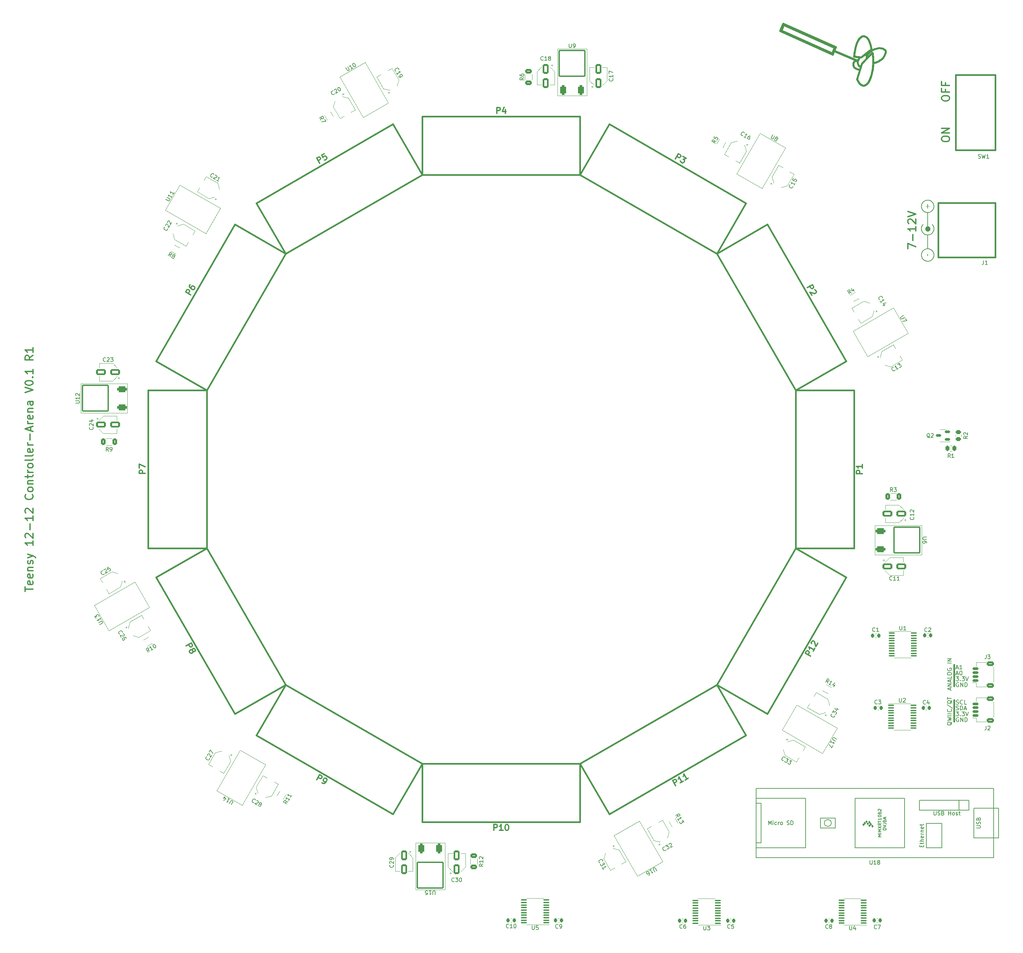
<source format=gto>
%TF.GenerationSoftware,KiCad,Pcbnew,7.0.8-7.0.8~ubuntu22.04.1*%
%TF.CreationDate,2024-02-10T13:50:52-08:00*%
%TF.ProjectId,teensy_arena_12-12,7465656e-7379-45f6-9172-656e615f3132,rev?*%
%TF.SameCoordinates,Original*%
%TF.FileFunction,Legend,Top*%
%TF.FilePolarity,Positive*%
%FSLAX46Y46*%
G04 Gerber Fmt 4.6, Leading zero omitted, Abs format (unit mm)*
G04 Created by KiCad (PCBNEW 7.0.8-7.0.8~ubuntu22.04.1) date 2024-02-10 13:50:52*
%MOMM*%
%LPD*%
G01*
G04 APERTURE LIST*
G04 Aperture macros list*
%AMRoundRect*
0 Rectangle with rounded corners*
0 $1 Rounding radius*
0 $2 $3 $4 $5 $6 $7 $8 $9 X,Y pos of 4 corners*
0 Add a 4 corners polygon primitive as box body*
4,1,4,$2,$3,$4,$5,$6,$7,$8,$9,$2,$3,0*
0 Add four circle primitives for the rounded corners*
1,1,$1+$1,$2,$3*
1,1,$1+$1,$4,$5*
1,1,$1+$1,$6,$7*
1,1,$1+$1,$8,$9*
0 Add four rect primitives between the rounded corners*
20,1,$1+$1,$2,$3,$4,$5,0*
20,1,$1+$1,$4,$5,$6,$7,0*
20,1,$1+$1,$6,$7,$8,$9,0*
20,1,$1+$1,$8,$9,$2,$3,0*%
%AMRotRect*
0 Rectangle, with rotation*
0 The origin of the aperture is its center*
0 $1 length*
0 $2 width*
0 $3 Rotation angle, in degrees counterclockwise*
0 Add horizontal line*
21,1,$1,$2,0,0,$3*%
G04 Aperture macros list end*
%ADD10C,0.514144*%
%ADD11C,0.154870*%
%ADD12C,0.179621*%
%ADD13C,0.168772*%
%ADD14C,0.381000*%
%ADD15C,0.000000*%
%ADD16C,0.125869*%
%ADD17C,0.152400*%
%ADD18C,0.177800*%
%ADD19C,0.355600*%
%ADD20C,0.150000*%
%ADD21C,0.304800*%
%ADD22C,0.203200*%
%ADD23C,0.100000*%
%ADD24C,0.120000*%
%ADD25RoundRect,0.375000X-0.945272X0.112740X0.570272X-0.762260X0.945272X-0.112740X-0.570272X0.762260X0*%
%ADD26RoundRect,0.175000X-4.542034X-1.217034X1.217034X-4.542034X4.542034X1.217034X-1.217034X4.542034X0*%
%ADD27RoundRect,0.375000X-0.375000X0.875000X-0.375000X-0.875000X0.375000X-0.875000X0.375000X0.875000X0*%
%ADD28RoundRect,0.175000X-3.325000X3.325000X-3.325000X-3.325000X3.325000X-3.325000X3.325000X3.325000X0*%
%ADD29RoundRect,0.375000X-0.875000X-0.375000X0.875000X-0.375000X0.875000X0.375000X-0.875000X0.375000X0*%
%ADD30RoundRect,0.175000X-3.325000X-3.325000X3.325000X-3.325000X3.325000X3.325000X-3.325000X3.325000X0*%
%ADD31RoundRect,0.375000X-0.762260X0.570272X0.112740X-0.945272X0.762260X-0.570272X-0.112740X0.945272X0*%
%ADD32RoundRect,0.175000X-4.542034X1.217034X-1.217034X-4.542034X4.542034X-1.217034X1.217034X4.542034X0*%
%ADD33RoundRect,0.375000X0.875000X0.375000X-0.875000X0.375000X-0.875000X-0.375000X0.875000X-0.375000X0*%
%ADD34RoundRect,0.175000X3.325000X3.325000X-3.325000X3.325000X-3.325000X-3.325000X3.325000X-3.325000X0*%
%ADD35RoundRect,0.375000X-0.112740X-0.945272X0.762260X0.570272X0.112740X0.945272X-0.762260X-0.570272X0*%
%ADD36RoundRect,0.175000X1.217034X-4.542034X4.542034X1.217034X-1.217034X4.542034X-4.542034X-1.217034X0*%
%ADD37RoundRect,0.375000X0.570272X0.762260X-0.945272X-0.112740X-0.570272X-0.762260X0.945272X0.112740X0*%
%ADD38RoundRect,0.175000X1.217034X4.542034X-4.542034X1.217034X-1.217034X-4.542034X4.542034X-1.217034X0*%
%ADD39RoundRect,0.375000X0.762260X-0.570272X-0.112740X0.945272X-0.762260X0.570272X0.112740X-0.945272X0*%
%ADD40RoundRect,0.175000X4.542034X-1.217034X1.217034X4.542034X-4.542034X1.217034X-1.217034X-4.542034X0*%
%ADD41RoundRect,0.375000X0.945272X-0.112740X-0.570272X0.762260X-0.945272X0.112740X0.570272X-0.762260X0*%
%ADD42RoundRect,0.175000X4.542034X1.217034X-1.217034X4.542034X-4.542034X-1.217034X1.217034X-4.542034X0*%
%ADD43RoundRect,0.375000X0.375000X-0.875000X0.375000X0.875000X-0.375000X0.875000X-0.375000X-0.875000X0*%
%ADD44RoundRect,0.175000X3.325000X-3.325000X3.325000X3.325000X-3.325000X3.325000X-3.325000X-3.325000X0*%
%ADD45RoundRect,0.375000X-0.570272X-0.762260X0.945272X0.112740X0.570272X0.762260X-0.945272X-0.112740X0*%
%ADD46RoundRect,0.175000X-1.217034X-4.542034X4.542034X-1.217034X1.217034X4.542034X-4.542034X1.217034X0*%
%ADD47RoundRect,0.375000X0.112740X0.945272X-0.762260X-0.570272X-0.112740X-0.945272X0.762260X0.570272X0*%
%ADD48RoundRect,0.175000X-1.217034X4.542034X-4.542034X-1.217034X1.217034X-4.542034X4.542034X1.217034X0*%
%ADD49RoundRect,0.250000X1.184327X-0.048686X-0.634327X1.001314X-1.184327X0.048686X0.634327X-1.001314X0*%
%ADD50RoundRect,0.250000X0.625000X-0.312500X0.625000X0.312500X-0.625000X0.312500X-0.625000X-0.312500X0*%
%ADD51RoundRect,0.250000X0.385016X-0.583133X0.697516X-0.041867X-0.385016X0.583133X-0.697516X0.041867X0*%
%ADD52RoundRect,0.250000X0.041867X-0.697516X0.583133X-0.385016X-0.041867X0.697516X-0.583133X0.385016X0*%
%ADD53RoundRect,0.225000X0.225000X0.250000X-0.225000X0.250000X-0.225000X-0.250000X0.225000X-0.250000X0*%
%ADD54C,9.000000*%
%ADD55R,1.600000X1.600000*%
%ADD56C,1.600000*%
%ADD57RotRect,1.600000X1.600000X60.000000*%
%ADD58RoundRect,0.250000X-1.050000X-0.550000X1.050000X-0.550000X1.050000X0.550000X-1.050000X0.550000X0*%
%ADD59RoundRect,0.250000X-0.385016X0.583133X-0.697516X0.041867X0.385016X-0.583133X0.697516X-0.041867X0*%
%ADD60RoundRect,0.250000X1.001314X-0.634327X-0.048686X1.184327X-1.001314X0.634327X0.048686X-1.184327X0*%
%ADD61C,2.540000*%
%ADD62RoundRect,0.100000X0.637500X0.100000X-0.637500X0.100000X-0.637500X-0.100000X0.637500X-0.100000X0*%
%ADD63RoundRect,0.250000X0.048686X1.184327X-1.001314X-0.634327X-0.048686X-1.184327X1.001314X0.634327X0*%
%ADD64RoundRect,0.100000X-0.637500X-0.100000X0.637500X-0.100000X0.637500X0.100000X-0.637500X0.100000X0*%
%ADD65RoundRect,0.250000X-0.697516X-0.041867X-0.385016X-0.583133X0.697516X0.041867X0.385016X0.583133X0*%
%ADD66RotRect,1.600000X1.600000X330.000000*%
%ADD67RotRect,1.600000X1.600000X30.000000*%
%ADD68RoundRect,0.250000X0.634327X1.001314X-1.184327X-0.048686X-0.634327X-1.001314X1.184327X0.048686X0*%
%ADD69RoundRect,0.250000X-0.041867X0.697516X-0.583133X0.385016X0.041867X-0.697516X0.583133X-0.385016X0*%
%ADD70RoundRect,0.225000X-0.225000X-0.250000X0.225000X-0.250000X0.225000X0.250000X-0.225000X0.250000X0*%
%ADD71RoundRect,0.150000X0.625000X-0.150000X0.625000X0.150000X-0.625000X0.150000X-0.625000X-0.150000X0*%
%ADD72RoundRect,0.250000X0.650000X-0.350000X0.650000X0.350000X-0.650000X0.350000X-0.650000X-0.350000X0*%
%ADD73RoundRect,0.250000X-1.184327X0.048686X0.634327X-1.001314X1.184327X-0.048686X-0.634327X1.001314X0*%
%ADD74RoundRect,0.250000X0.697516X0.041867X0.385016X0.583133X-0.697516X-0.041867X-0.385016X-0.583133X0*%
%ADD75RoundRect,0.250000X-0.634327X-1.001314X1.184327X0.048686X0.634327X1.001314X-1.184327X-0.048686X0*%
%ADD76RoundRect,0.150000X0.512500X0.150000X-0.512500X0.150000X-0.512500X-0.150000X0.512500X-0.150000X0*%
%ADD77RoundRect,0.250000X-0.550000X1.050000X-0.550000X-1.050000X0.550000X-1.050000X0.550000X1.050000X0*%
%ADD78C,3.556000*%
%ADD79C,1.930400*%
%ADD80C,4.064000*%
%ADD81RoundRect,0.250000X-1.001314X0.634327X0.048686X-1.184327X1.001314X-0.634327X-0.048686X1.184327X0*%
%ADD82RotRect,1.600000X1.600000X210.000000*%
%ADD83RoundRect,0.250000X-0.262500X-0.450000X0.262500X-0.450000X0.262500X0.450000X-0.262500X0.450000X0*%
%ADD84RoundRect,0.250000X0.583133X0.385016X0.041867X0.697516X-0.583133X-0.385016X-0.041867X-0.697516X0*%
%ADD85R,1.300000X1.300000*%
%ADD86C,1.300000*%
%ADD87RotRect,1.600000X1.600000X240.000000*%
%ADD88RoundRect,0.250000X-0.625000X0.312500X-0.625000X-0.312500X0.625000X-0.312500X0.625000X0.312500X0*%
%ADD89RotRect,1.600000X1.600000X300.000000*%
%ADD90RoundRect,0.250000X-0.312500X-0.625000X0.312500X-0.625000X0.312500X0.625000X-0.312500X0.625000X0*%
%ADD91RoundRect,0.250000X1.050000X0.550000X-1.050000X0.550000X-1.050000X-0.550000X1.050000X-0.550000X0*%
%ADD92RoundRect,0.250000X-0.048686X-1.184327X1.001314X0.634327X0.048686X1.184327X-1.001314X-0.634327X0*%
%ADD93RoundRect,0.250000X0.312500X0.625000X-0.312500X0.625000X-0.312500X-0.625000X0.312500X-0.625000X0*%
%ADD94RoundRect,0.250000X0.550000X-1.050000X0.550000X1.050000X-0.550000X1.050000X-0.550000X-1.050000X0*%
%ADD95RotRect,1.600000X1.600000X120.000000*%
%ADD96RoundRect,0.250000X-0.583133X-0.385016X-0.041867X-0.697516X0.583133X0.385016X0.041867X0.697516X0*%
%ADD97RotRect,1.600000X1.600000X150.000000*%
%ADD98RoundRect,0.250000X-0.450000X0.262500X-0.450000X-0.262500X0.450000X-0.262500X0.450000X0.262500X0*%
G04 APERTURE END LIST*
D10*
X272719791Y-77056148D02*
X272792723Y-76816793D01*
X269848875Y-78843650D02*
X269949642Y-78949250D01*
X269919390Y-75129372D02*
X269568674Y-75230056D01*
D11*
X285958677Y-117020687D02*
X285912617Y-116954601D01*
D12*
X287579658Y-108759663D02*
X287656965Y-108777506D01*
X286301544Y-109044649D02*
X286364193Y-109000099D01*
D10*
X273203414Y-74609290D02*
X273230843Y-74302741D01*
X268538467Y-71922576D02*
X268398283Y-71928386D01*
X268574091Y-73118561D02*
X268857945Y-73038040D01*
X269169029Y-77753918D02*
X269385651Y-78183367D01*
X271889088Y-78737053D02*
X271995033Y-78597133D01*
D12*
X287807038Y-124313867D02*
X287732792Y-124338989D01*
X288624191Y-121984336D02*
X288662666Y-122051252D01*
D10*
X270373143Y-79255534D02*
X270483539Y-79301598D01*
X269627802Y-78587148D02*
X269849848Y-78897612D01*
D12*
X287014275Y-111904619D02*
X286935586Y-111890567D01*
D11*
X288644971Y-116886798D02*
X288602596Y-116954601D01*
D10*
X270120260Y-79162894D02*
X270402342Y-79294654D01*
D12*
X286183213Y-123995719D02*
X286127717Y-123942810D01*
X286429041Y-124179493D02*
X286364208Y-124137930D01*
D11*
X288851319Y-116299732D02*
X288838422Y-116376120D01*
D10*
X272046604Y-71989815D02*
X270430010Y-73735033D01*
D12*
X286241180Y-121579884D02*
X286301544Y-121532447D01*
D10*
X269072842Y-68532694D02*
X269358938Y-67903329D01*
X268490036Y-74712817D02*
X268294985Y-74405939D01*
X269955760Y-67084344D02*
X270162314Y-66914871D01*
D12*
X287175394Y-111920951D02*
X287094245Y-111914781D01*
D10*
X275697613Y-69857459D02*
X276045895Y-70048451D01*
D12*
X285932595Y-123706323D02*
X285891031Y-123641490D01*
X285678102Y-110081768D02*
X285692154Y-110003080D01*
D10*
X268687622Y-74905469D02*
X268490036Y-74712817D01*
X269213842Y-77812465D02*
X269296205Y-77988991D01*
D12*
X288332018Y-111507921D02*
X288274039Y-111558144D01*
D10*
X268294985Y-74405939D02*
X268204859Y-74177580D01*
D12*
X288662666Y-109563454D02*
X288697954Y-109632353D01*
X287257623Y-111923031D02*
X287175394Y-111920951D01*
X287500969Y-108745611D02*
X287579658Y-108759663D01*
D10*
X271584177Y-79084107D02*
X272001749Y-78655636D01*
D12*
X285891023Y-109496538D02*
X285932586Y-109431706D01*
X288847273Y-122649536D02*
X288853443Y-122730685D01*
X287950382Y-121372569D02*
X288019280Y-121407857D01*
D11*
X286179039Y-117264324D02*
X286118965Y-117207211D01*
D10*
X271557158Y-72298344D02*
X271562769Y-72215878D01*
D12*
X288697954Y-111017877D02*
X288662666Y-111086776D01*
D10*
X271796884Y-67188567D02*
X271866965Y-67273460D01*
D12*
X288823059Y-110003080D02*
X288837111Y-110081768D01*
D10*
X270042082Y-66980845D02*
X270486469Y-66719946D01*
D12*
X288440420Y-121738511D02*
X288490643Y-121796491D01*
D10*
X273396069Y-73592428D02*
X273262930Y-73636146D01*
X271175363Y-66746491D02*
X271258978Y-66778138D01*
D12*
X286635626Y-108852772D02*
X286708191Y-108824161D01*
D11*
X285737589Y-116601278D02*
X285713638Y-116527036D01*
D12*
X287014268Y-121233409D02*
X287094239Y-121223247D01*
X287807038Y-111826069D02*
X287732792Y-111851191D01*
X288853443Y-122895142D02*
X288847273Y-122976291D01*
X286301558Y-124093379D02*
X286241193Y-124045942D01*
D10*
X270652049Y-79346610D02*
X270708938Y-79355045D01*
D11*
X287411957Y-117671485D02*
X287334853Y-117677012D01*
D12*
X288086196Y-111691695D02*
X288019280Y-111730171D01*
D11*
X287334853Y-117677012D02*
X287257606Y-117678855D01*
D10*
X276063288Y-71879708D02*
X275824175Y-72244406D01*
X271953175Y-71265140D02*
X272166740Y-70993802D01*
D13*
X287257623Y-115420801D02*
X287257623Y-111996042D01*
D12*
X285891031Y-123641490D02*
X285852554Y-123574574D01*
D10*
X269655783Y-72404764D02*
X269813437Y-72221490D01*
X268378971Y-73292550D02*
X268574091Y-73118561D01*
D12*
X286635639Y-124285256D02*
X286564857Y-124253257D01*
X285661770Y-110242887D02*
X285667940Y-110161738D01*
X287094245Y-111914781D02*
X287014275Y-111904619D01*
X287950382Y-111765459D02*
X287879601Y-111797458D01*
X288729953Y-123434894D02*
X288697954Y-123505675D01*
D10*
X271741680Y-67120768D02*
X272147850Y-67677546D01*
X276045895Y-70048451D02*
X276310637Y-70266337D01*
X262869029Y-71238685D02*
X249569411Y-65284054D01*
D11*
X285654682Y-115914214D02*
X285663894Y-115837397D01*
X288860531Y-116222914D02*
X288851319Y-116299732D01*
D10*
X262984506Y-71290820D02*
X263743691Y-69510280D01*
X270823954Y-66689781D02*
X270914350Y-66693356D01*
X272561228Y-77506092D02*
X272642575Y-77286047D01*
D12*
X286708191Y-121311959D02*
X286782438Y-121286837D01*
D10*
X270402342Y-79294654D02*
X270845429Y-79369321D01*
D11*
X287935657Y-117529624D02*
X287863562Y-117560944D01*
X287180359Y-117677012D02*
X287103255Y-117671485D01*
D10*
X274365448Y-69786521D02*
X274732374Y-69731135D01*
D11*
X288209728Y-117367496D02*
X288143643Y-117413555D01*
X287026438Y-117662273D02*
X286950049Y-117649377D01*
D12*
X287339851Y-111920951D02*
X287257623Y-111923031D01*
D10*
X275362900Y-69776092D02*
X275697613Y-69857459D01*
X269813437Y-72221490D02*
X269933432Y-72102344D01*
X272975988Y-70361552D02*
X273168289Y-70250358D01*
X276470799Y-70922516D02*
X276357002Y-71278013D01*
X271668660Y-78977380D02*
X271780245Y-78863935D01*
D11*
X287640979Y-117632796D02*
X287565163Y-117649377D01*
D12*
X288387512Y-109195218D02*
X288440420Y-109250713D01*
D10*
X270486109Y-66747234D02*
X270597313Y-66715491D01*
X276310637Y-70266337D02*
X276487316Y-70447612D01*
D12*
X285756650Y-109775698D02*
X285785261Y-109703135D01*
X286708204Y-124313867D02*
X286635639Y-124285256D01*
X286935586Y-124378364D02*
X286858278Y-124360522D01*
X288853443Y-110242887D02*
X288855522Y-110325115D01*
D10*
X273199471Y-71402980D02*
X273170914Y-71146272D01*
X271003050Y-66704039D02*
X271090054Y-66721771D01*
D12*
X287950382Y-108884771D02*
X288019280Y-108920059D01*
D11*
X288396248Y-117207211D02*
X288336173Y-117264324D01*
X285870242Y-115250331D02*
X285912617Y-115182528D01*
X285713638Y-115610093D02*
X285737589Y-115535851D01*
D12*
X285709998Y-123212257D02*
X285692155Y-123134949D01*
D10*
X268398283Y-71928386D02*
X268443264Y-71372715D01*
X250277988Y-63622209D02*
X263577606Y-69576838D01*
D12*
X288387512Y-121683016D02*
X288440420Y-121738511D01*
D11*
X288602596Y-116954601D02*
X288556536Y-117020687D01*
D10*
X272386758Y-77915027D02*
X272475904Y-77715885D01*
D11*
X288851319Y-115837397D02*
X288860531Y-115914214D01*
D10*
X270823706Y-79361837D02*
X270950176Y-79353592D01*
D12*
X288823059Y-123134949D02*
X288805217Y-123212257D01*
D10*
X272192051Y-67792474D02*
X272252008Y-67914764D01*
D12*
X288624191Y-109496538D02*
X288662666Y-109563454D01*
D11*
X285663894Y-115837397D02*
X285676791Y-115761009D01*
D10*
X272526536Y-68615325D02*
X272624571Y-68936007D01*
X274300501Y-73290538D02*
X273955521Y-73448266D01*
X272878363Y-70030484D02*
X272227131Y-70522448D01*
D12*
X286241193Y-111558144D02*
X286183213Y-111507921D01*
D10*
X274611605Y-73162883D02*
X274300501Y-73290538D01*
X276487316Y-70447612D02*
X276514114Y-70597317D01*
D12*
X288729953Y-122190932D02*
X288758563Y-122263496D01*
D10*
X273463734Y-70098418D02*
X273689671Y-69989986D01*
X273271457Y-72470915D02*
X273259991Y-72198306D01*
X269789995Y-74417504D02*
X269644060Y-74262718D01*
D12*
X288332018Y-123995719D02*
X288274039Y-124045942D01*
X287257623Y-124410828D02*
X287175394Y-124408749D01*
X285785261Y-122190932D02*
X285817260Y-122120151D01*
X288847273Y-110161738D02*
X288853443Y-110242887D01*
X288151027Y-109000099D02*
X288213675Y-109044649D01*
D11*
X288453362Y-114989993D02*
X288506791Y-115052216D01*
X288506791Y-117084913D02*
X288453362Y-117147135D01*
D14*
X294000000Y-237000000D02*
X294000000Y-242500000D01*
D10*
X269081167Y-72892436D02*
X269063736Y-72933473D01*
D11*
X285663894Y-116299732D02*
X285654682Y-116222915D01*
D12*
X288758563Y-109775698D02*
X288783685Y-109849944D01*
X285756654Y-110874532D02*
X285731531Y-110800286D01*
D11*
X288644971Y-115250330D02*
X288683661Y-115319707D01*
D10*
X270193455Y-72080045D02*
X268398283Y-71928388D01*
X273170914Y-71146272D02*
X273138327Y-70894215D01*
D11*
X286651651Y-117560944D02*
X286579555Y-117529624D01*
D12*
X288213675Y-111605581D02*
X288151027Y-111650132D01*
X285852554Y-123574574D02*
X285817265Y-123505675D01*
X286183200Y-109142309D02*
X286241180Y-109092086D01*
D10*
X268785240Y-69424072D02*
X269072842Y-68532694D01*
D11*
X286061851Y-114989993D02*
X286118965Y-114929917D01*
X286061851Y-117147135D02*
X286008421Y-117084913D01*
D12*
X285692154Y-122490878D02*
X285709996Y-122413569D01*
X287879601Y-111797458D02*
X287807038Y-111826069D01*
X286024573Y-109308693D02*
X286074796Y-109250713D01*
X285852554Y-111086776D02*
X285817265Y-111017877D01*
X286301544Y-121532447D02*
X286364193Y-121487896D01*
X288783685Y-123288084D02*
X288758563Y-123362330D01*
D10*
X269334135Y-73088782D02*
X269435669Y-72741000D01*
D12*
X286635639Y-111797458D02*
X286564857Y-111765459D01*
X288332018Y-121630107D02*
X288387512Y-121683016D01*
D11*
X285831551Y-116817422D02*
X285796546Y-116746614D01*
D12*
X288538079Y-121856855D02*
X288582629Y-121919503D01*
X286127717Y-123942810D02*
X286074807Y-123887315D01*
D10*
X271562769Y-72215878D02*
X271567569Y-72155036D01*
X268398283Y-71928388D02*
X268428869Y-71473183D01*
D11*
X286008421Y-117084913D02*
X285958677Y-117020687D01*
D12*
X287014268Y-108745611D02*
X287094239Y-108735449D01*
X288538079Y-109369057D02*
X288582629Y-109431706D01*
X288274039Y-111558144D02*
X288213675Y-111605581D01*
D10*
X273280747Y-73025764D02*
X273278408Y-72746825D01*
D12*
X286241193Y-124045942D02*
X286183213Y-123995719D01*
D10*
X249569411Y-65284054D02*
X250277988Y-63622209D01*
D12*
X285817260Y-122120151D02*
X285852548Y-122051252D01*
X288274039Y-121579884D02*
X288332018Y-121630107D01*
D10*
X271780245Y-78863935D02*
X271889088Y-78737053D01*
D12*
X287807038Y-108824161D02*
X287879601Y-108852772D01*
D11*
X288821841Y-115685193D02*
X288838422Y-115761008D01*
D10*
X269949642Y-78949250D02*
X270052570Y-79043534D01*
D12*
X288837111Y-110081768D02*
X288847273Y-110161738D01*
D10*
X268685166Y-69837947D02*
X268798444Y-69377434D01*
X271340898Y-66816653D02*
X271421125Y-66861974D01*
X272984266Y-76045970D02*
X273038516Y-75772770D01*
D15*
G36*
X287323510Y-110256718D02*
G01*
X287772643Y-110256718D01*
X287772643Y-110393516D01*
X287323510Y-110393516D01*
X287323510Y-110842642D01*
X287191671Y-110842642D01*
X287191671Y-110393516D01*
X286742538Y-110393516D01*
X286742538Y-110256718D01*
X287191671Y-110256718D01*
X287191671Y-109807590D01*
X287323510Y-109807590D01*
X287323510Y-110256718D01*
G37*
D12*
X286074807Y-123887315D02*
X286024583Y-123829336D01*
X286858278Y-124360522D02*
X286782450Y-124338989D01*
X288853443Y-122730685D02*
X288855522Y-122812913D01*
D10*
X275544306Y-72557474D02*
X275243549Y-72784521D01*
D12*
X287500969Y-121233409D02*
X287579658Y-121247462D01*
X288538079Y-123768971D02*
X288490643Y-123829336D01*
D11*
X288396248Y-114929917D02*
X288453362Y-114989993D01*
D12*
X287656965Y-124360522D02*
X287579658Y-124378364D01*
X287094239Y-108735449D02*
X287175391Y-108729279D01*
D10*
X272310281Y-68043075D02*
X272366870Y-68177347D01*
D12*
X288783685Y-109849944D02*
X288805217Y-109925771D01*
D10*
X269654291Y-78599687D02*
X269750386Y-78727030D01*
D13*
X287257623Y-121153270D02*
X287257623Y-117728512D01*
D12*
X288440420Y-111399517D02*
X288387512Y-111455012D01*
X285731528Y-109849944D02*
X285756650Y-109775698D01*
D10*
X271394184Y-66835062D02*
X271741680Y-67120768D01*
D12*
X287500969Y-111904619D02*
X287421000Y-111914781D01*
X285667940Y-122976291D02*
X285661770Y-122895142D01*
X285731528Y-122337742D02*
X285756650Y-122263496D01*
D11*
X288718667Y-115390515D02*
X288749987Y-115462610D01*
D10*
X273223901Y-71664068D02*
X273199471Y-71402980D01*
X268798444Y-69377434D02*
X268926541Y-68945956D01*
X271567569Y-72155036D02*
X271569822Y-72132033D01*
D12*
X286495957Y-124217969D02*
X286429041Y-124179493D01*
D10*
X269435669Y-72741000D02*
X269655783Y-72404764D01*
D12*
X286858267Y-121265304D02*
X286935577Y-121247462D01*
X286564843Y-121372569D02*
X286635626Y-121340570D01*
X285659690Y-110325115D02*
X285661770Y-110242887D01*
X287014275Y-124392417D02*
X286935586Y-124378364D01*
X286024573Y-121796491D02*
X286074796Y-121738511D01*
D10*
X270914350Y-66693356D02*
X271003050Y-66704039D01*
D12*
X287175391Y-121217077D02*
X287257623Y-121214998D01*
X288697954Y-122120151D02*
X288729953Y-122190932D01*
D11*
X286305485Y-117367496D02*
X286241260Y-117317753D01*
D10*
X262933892Y-71409523D02*
X262984506Y-71290820D01*
D11*
X288801574Y-116527036D02*
X288777623Y-116601278D01*
D12*
X288213675Y-121532447D02*
X288274039Y-121579884D01*
X285852548Y-122051252D02*
X285891023Y-121984336D01*
X288151027Y-121487896D02*
X288213675Y-121532447D01*
D10*
X268587608Y-70325397D02*
X268685166Y-69837947D01*
D12*
X286024583Y-111341537D02*
X285977146Y-111281173D01*
D10*
X270950176Y-79353592D02*
X271074982Y-79329126D01*
D12*
X288387512Y-123942810D02*
X288332018Y-123995719D01*
D10*
X273955521Y-73448266D02*
X273667858Y-73497182D01*
D12*
X285692154Y-110003080D02*
X285709996Y-109925771D01*
D10*
X273087710Y-75492104D02*
X273131693Y-75204370D01*
D12*
X288019280Y-121407857D02*
X288086196Y-121446333D01*
D10*
X268506673Y-70837686D02*
X268587608Y-70325397D01*
X273109184Y-70898086D02*
X270430035Y-73735032D01*
D11*
X288506791Y-115052216D02*
X288556536Y-115116442D01*
D10*
X272384901Y-68207283D02*
X272607883Y-68882713D01*
X272293944Y-78103121D02*
X272386758Y-77915027D01*
X269383005Y-73766245D02*
X269325390Y-73415172D01*
X263462921Y-70504905D02*
X269081167Y-72892436D01*
X273131693Y-75204370D02*
X273170313Y-74909966D01*
D12*
X288837111Y-123056260D02*
X288823059Y-123134949D01*
D10*
X270268496Y-66847186D02*
X270376465Y-66791220D01*
D15*
G36*
X287332166Y-123070028D02*
G01*
X287183015Y-123070028D01*
X287183015Y-122555797D01*
X287332166Y-122555797D01*
X287332166Y-123070028D01*
G37*
D10*
X273252444Y-73990715D02*
X273268065Y-73673612D01*
D12*
X288662666Y-122051252D02*
X288697954Y-122120151D01*
X285977146Y-111281173D02*
X285932595Y-111218524D01*
D10*
X275243549Y-72784521D02*
X274891974Y-72984666D01*
X270430010Y-73735033D02*
X269169029Y-77753918D01*
X273689671Y-69989986D02*
X274006531Y-69877711D01*
X272800480Y-69644069D02*
X272878365Y-70030482D01*
D12*
X288387512Y-111455012D02*
X288332018Y-111507921D01*
D10*
X269750386Y-78727030D02*
X269848875Y-78843650D01*
D12*
X286564857Y-111765459D02*
X286495957Y-111730171D01*
X286858267Y-108777506D02*
X286935577Y-108759663D01*
X288490643Y-109308693D02*
X288538079Y-109369057D01*
X287879601Y-124285256D02*
X287807038Y-124313867D01*
D10*
X269208567Y-75168380D02*
X268923054Y-75066969D01*
D12*
X286024583Y-123829336D02*
X285977146Y-123768971D01*
D10*
X270941309Y-66653171D02*
X271394184Y-66835062D01*
D11*
X286439372Y-117455929D02*
X286371570Y-117413555D01*
X287488775Y-117662273D02*
X287411957Y-117671485D01*
D10*
X271593884Y-72491529D02*
X271557158Y-72298344D01*
D12*
X286564843Y-108884771D02*
X286635626Y-108852772D01*
D10*
X263743691Y-69510280D02*
X250209798Y-63450758D01*
X268230431Y-73586919D02*
X268378971Y-73292550D01*
D11*
X285912617Y-116954601D02*
X285870242Y-116886798D01*
X286724891Y-117588579D02*
X286651651Y-117560944D01*
D10*
X270595510Y-79334867D02*
X270652049Y-79346610D01*
D12*
X285709998Y-110724459D02*
X285692155Y-110647151D01*
D11*
X285676791Y-116376120D02*
X285663894Y-116299732D01*
D12*
X288805217Y-122413569D02*
X288823059Y-122490878D01*
D11*
X285654682Y-116222915D02*
X285649155Y-116145811D01*
D10*
X271995033Y-78597133D02*
X272097927Y-78444572D01*
D12*
X286364208Y-111650132D02*
X286301558Y-111605581D01*
D10*
X271421125Y-66861974D02*
X271499660Y-66914041D01*
D11*
X287565163Y-117649377D02*
X287488775Y-117662273D01*
D10*
X263445490Y-70545942D02*
X263462921Y-70504905D01*
X269081177Y-72892436D02*
X268098961Y-72486800D01*
D12*
X285692155Y-123134949D02*
X285678102Y-123056260D01*
X288855522Y-110325115D02*
X288853443Y-110407343D01*
D10*
X276357002Y-71278013D02*
X276216974Y-71585390D01*
D12*
X285678102Y-123056260D02*
X285667940Y-122976291D01*
X285891031Y-111153692D02*
X285852554Y-111086776D01*
X287175394Y-124408749D02*
X287094245Y-124402579D01*
D10*
X270845429Y-79369321D02*
X271185772Y-79329578D01*
X269469754Y-78314012D02*
X269560708Y-78461916D01*
D12*
X285852548Y-109563454D02*
X285891023Y-109496538D01*
D10*
X274891974Y-72984666D02*
X274611605Y-73162883D01*
X269709213Y-67356152D02*
X270042082Y-66980845D01*
X269296205Y-77988991D02*
X269381548Y-78156272D01*
D12*
X285932595Y-111218524D02*
X285891031Y-111153692D01*
D10*
X269194344Y-73038040D02*
X269194344Y-73012471D01*
X272227131Y-70522448D02*
X271474968Y-71121853D01*
X272311632Y-78154270D02*
X272769718Y-76968005D01*
D12*
X288805217Y-123212257D02*
X288783685Y-123288084D01*
D11*
X286371570Y-117413555D02*
X286305485Y-117367496D01*
D12*
X288662666Y-111086776D02*
X288624191Y-111153692D01*
X288582629Y-123706323D02*
X288538079Y-123768971D01*
X286429026Y-108958535D02*
X286495943Y-108920059D01*
X288837111Y-122569566D02*
X288847273Y-122649536D01*
X287257623Y-121214998D02*
X287339851Y-121217077D01*
D10*
X268443264Y-71372715D02*
X268506673Y-70837686D01*
X269849848Y-78897612D02*
X270120260Y-79162894D01*
X270157713Y-74613258D02*
X269978489Y-74551785D01*
X272002061Y-67462337D02*
X272067078Y-67566200D01*
X272951342Y-70031709D02*
X270193455Y-72080044D01*
D11*
X286579555Y-117529624D02*
X286508748Y-117494619D01*
D10*
X272475904Y-77715885D02*
X272561228Y-77506092D01*
D11*
X288777623Y-115535851D02*
X288801574Y-115610092D01*
X286950049Y-117649377D02*
X286874233Y-117632796D01*
D12*
X288440420Y-123887315D02*
X288387512Y-123942810D01*
X287421000Y-111914781D02*
X287339851Y-111920951D01*
D10*
X271258978Y-66778138D02*
X271340898Y-66816653D01*
D12*
X288151027Y-124137930D02*
X288086196Y-124179493D01*
X286782438Y-108799039D02*
X286858267Y-108777506D01*
D10*
X271185772Y-79329578D02*
X271584177Y-79084107D01*
X270709966Y-66696252D02*
X270823954Y-66689781D01*
X271474968Y-71121853D02*
X270193455Y-72080045D01*
D11*
X285765225Y-116674518D02*
X285737589Y-116601278D01*
D10*
X263410378Y-69643772D02*
X262803029Y-71068204D01*
D12*
X287257623Y-108727199D02*
X287339851Y-108729279D01*
X285692155Y-110647151D02*
X285678102Y-110568462D01*
X287807038Y-121311959D02*
X287879601Y-121340570D01*
D11*
X288866058Y-116145811D02*
X288860531Y-116222914D01*
D10*
X269390714Y-67846719D02*
X269569058Y-67552367D01*
X271177765Y-71504512D02*
X271525242Y-71511235D01*
X271935357Y-67364737D02*
X272002061Y-67462337D01*
D11*
X285958677Y-115116442D02*
X286008421Y-115052216D01*
D10*
X272715884Y-69279083D02*
X272800480Y-69644069D01*
D12*
X285785265Y-123434894D02*
X285756654Y-123362330D01*
X286935577Y-108759663D02*
X287014268Y-108745611D01*
X288490643Y-123829336D02*
X288440420Y-123887315D01*
X288624191Y-123641490D02*
X288582629Y-123706323D01*
X286127717Y-111455012D02*
X286074807Y-111399517D01*
X288729953Y-109703135D02*
X288758563Y-109775698D01*
D10*
X273259991Y-72198306D02*
X273244106Y-71929267D01*
D11*
X288075841Y-117455929D02*
X288006464Y-117494619D01*
D10*
X273038516Y-75772770D02*
X273087710Y-75492104D01*
X269568674Y-75230056D02*
X269208567Y-75168380D01*
D12*
X288697954Y-123505675D02*
X288662666Y-123574574D01*
D11*
X285796546Y-115390515D02*
X285831551Y-115319707D01*
D10*
X250209798Y-63450758D02*
X249400000Y-65350000D01*
X273230843Y-74302741D02*
X273252444Y-73990715D01*
D12*
X287656965Y-121265304D02*
X287732792Y-121286837D01*
D10*
X270708938Y-79355045D02*
X270766162Y-79360132D01*
X271554485Y-79076990D02*
X271668660Y-78977380D01*
D11*
X285713638Y-116527036D02*
X285693372Y-116451936D01*
D12*
X286183200Y-121630107D02*
X286241180Y-121579884D01*
X288847273Y-110488492D02*
X288837111Y-110568462D01*
D11*
X287790322Y-117588579D02*
X287716080Y-117612530D01*
D12*
X287175391Y-108729279D02*
X287257623Y-108727199D01*
X286127705Y-109195218D02*
X286183200Y-109142309D01*
D10*
X268618471Y-70211389D02*
X268785240Y-69424072D01*
D11*
X287863562Y-117560944D02*
X287790322Y-117588579D01*
D10*
X272067078Y-67566200D02*
X272130407Y-67676266D01*
D14*
X294000000Y-228000000D02*
X294000000Y-233500000D01*
D10*
X271318986Y-79233115D02*
X271437876Y-79162368D01*
D12*
X286495957Y-111730171D02*
X286429041Y-111691695D01*
D10*
X269497656Y-74014706D02*
X269383005Y-73766245D01*
X272130407Y-67676266D02*
X272192051Y-67792474D01*
D12*
X288805217Y-110724459D02*
X288783685Y-110800286D01*
X287732792Y-111851191D02*
X287656965Y-111872724D01*
D11*
X288556536Y-117020687D02*
X288506791Y-117084913D01*
X288718667Y-116746614D02*
X288683661Y-116817421D01*
D10*
X268428869Y-71473183D02*
X268482794Y-71053375D01*
X270264437Y-79196972D02*
X270373143Y-79255534D01*
D12*
X288213675Y-124093379D02*
X288151027Y-124137930D01*
X285756654Y-123362330D02*
X285731531Y-123288084D01*
X287421000Y-124402579D02*
X287339851Y-124408749D01*
D10*
X269068553Y-68545612D02*
X269223578Y-68178500D01*
D12*
X285667940Y-122649536D02*
X285678102Y-122569566D01*
D10*
X276216974Y-71585390D02*
X276063288Y-71879708D01*
X271652142Y-71809078D02*
X271686810Y-71721589D01*
D11*
X288821841Y-116451936D02*
X288801574Y-116527036D01*
D12*
X287950382Y-124253257D02*
X287879601Y-124285256D01*
X288758563Y-110874532D02*
X288729953Y-110947096D01*
X285709996Y-122413569D02*
X285731528Y-122337742D01*
X287339851Y-108729279D02*
X287421000Y-108735449D01*
D11*
X285676791Y-115761009D02*
X285693372Y-115685193D01*
D12*
X286127705Y-121683016D02*
X286183200Y-121630107D01*
X288086196Y-124179493D02*
X288019280Y-124217969D01*
D10*
X268857945Y-73038040D02*
X269194344Y-73038040D01*
D12*
X285678102Y-122569566D02*
X285692154Y-122490878D01*
X286495943Y-108920059D02*
X286564843Y-108884771D01*
X288853443Y-110407343D02*
X288847273Y-110488492D01*
D10*
X250344126Y-63793627D02*
X263410378Y-69643772D01*
X271571732Y-72118669D02*
X271652142Y-71809078D01*
D12*
X288758563Y-123362330D02*
X288729953Y-123434894D01*
D10*
X269063736Y-72933473D02*
X263445490Y-70545942D01*
X272147850Y-67677546D02*
X272384901Y-68207283D01*
X269644060Y-74262718D02*
X269497656Y-74014706D01*
X271437876Y-79162368D02*
X271554485Y-79076990D01*
D11*
X288683661Y-116817421D02*
X288644971Y-116886798D01*
D10*
X272474997Y-68463533D02*
X272526536Y-68615325D01*
D12*
X288151027Y-111650132D02*
X288086196Y-111691695D01*
X285891023Y-121984336D02*
X285932586Y-121919503D01*
D11*
X288866058Y-115991318D02*
X288867900Y-116068564D01*
D10*
X262803029Y-71068204D02*
X249736777Y-65218058D01*
D12*
X286635626Y-121340570D02*
X286708191Y-121311959D01*
D10*
X249400000Y-65350000D02*
X262933892Y-71409523D01*
D12*
X287094245Y-124402579D02*
X287014275Y-124392417D01*
X288582629Y-111218524D02*
X288538079Y-111281173D01*
D10*
X270193455Y-72080044D02*
X268538467Y-71922576D01*
X272252008Y-67914764D02*
X272310281Y-68043075D01*
D12*
X285731531Y-110800286D02*
X285709998Y-110724459D01*
D11*
X288838422Y-116376120D02*
X288821841Y-116451936D01*
D12*
X286074796Y-121738511D02*
X286127705Y-121683016D01*
X288697954Y-109632353D02*
X288729953Y-109703135D01*
X286429041Y-111691695D02*
X286364208Y-111650132D01*
X287579658Y-124378364D02*
X287500969Y-124392417D01*
D11*
X287103255Y-117671485D02*
X287026438Y-117662273D01*
D10*
X273168289Y-70250358D02*
X273463734Y-70098418D01*
X273667858Y-73497182D02*
X273396069Y-73592428D01*
D11*
X285737589Y-115535851D02*
X285765225Y-115462611D01*
D10*
X276514114Y-70597317D02*
X276470799Y-70922516D01*
D12*
X286782450Y-111851191D02*
X286708204Y-111826069D01*
D10*
X273244106Y-71929267D02*
X273223901Y-71664068D01*
X268926541Y-68945956D02*
X269068553Y-68545612D01*
D11*
X286241260Y-117317753D02*
X286179039Y-117264324D01*
D10*
X269325390Y-73415172D02*
X269334135Y-73088782D01*
X269933432Y-72102344D02*
X269959784Y-72060965D01*
D11*
X285796546Y-116746614D02*
X285765225Y-116674518D01*
D10*
X273268065Y-73673612D02*
X273277550Y-73351829D01*
D12*
X286301558Y-111605581D02*
X286241193Y-111558144D01*
D10*
X271074982Y-79329126D02*
X271197970Y-79288834D01*
D11*
X288453362Y-117147135D02*
X288396248Y-117207211D01*
X285649155Y-116145811D02*
X285647312Y-116068565D01*
D12*
X285756650Y-122263496D02*
X285785261Y-122190932D01*
D10*
X269223578Y-68178500D02*
X269390714Y-67846719D01*
D11*
X288860531Y-115914214D02*
X288866058Y-115991318D01*
D10*
X271866965Y-67273460D02*
X271935357Y-67364737D01*
D12*
X288274039Y-109092086D02*
X288332018Y-109142309D01*
D10*
X272642575Y-77286047D02*
X272719791Y-77056148D01*
D12*
X287500969Y-124392417D02*
X287421000Y-124402579D01*
X288332018Y-109142309D02*
X288387512Y-109195218D01*
D10*
X269560708Y-78461916D02*
X269654291Y-78599687D01*
X273277550Y-73351829D02*
X273280747Y-73025764D01*
D12*
X287656965Y-111872724D02*
X287579658Y-111890567D01*
D10*
X271569822Y-72132033D02*
X271571732Y-72118669D01*
D12*
X286241180Y-109092086D02*
X286301544Y-109044649D01*
X288582629Y-121919503D02*
X288624191Y-121984336D01*
D11*
X288143643Y-117413555D02*
X288075841Y-117455929D01*
X286799133Y-117612530D02*
X286724891Y-117588579D01*
D12*
X285817265Y-123505675D02*
X285785265Y-123434894D01*
X287732792Y-121286837D02*
X287807038Y-121311959D01*
D10*
X273269716Y-72494492D02*
X273138300Y-70894216D01*
D11*
X285912617Y-115182528D02*
X285958677Y-115116442D01*
D12*
X285661770Y-122730685D02*
X285667940Y-122649536D01*
X286858278Y-111872724D02*
X286782450Y-111851191D01*
X287339851Y-121217077D02*
X287421000Y-121223247D01*
X285667940Y-110161738D02*
X285678102Y-110081768D01*
X288086196Y-108958535D02*
X288151027Y-109000099D01*
D10*
X273268583Y-74077563D02*
X273269716Y-72494492D01*
D11*
X288749987Y-115462610D02*
X288777623Y-115535851D01*
X288777623Y-116601278D02*
X288749987Y-116674518D01*
D12*
X285785265Y-110947096D02*
X285756654Y-110874532D01*
X286364193Y-109000099D02*
X286429026Y-108958535D01*
X286495943Y-121407857D02*
X286564843Y-121372569D01*
X285785261Y-109703135D02*
X285817260Y-109632353D01*
D11*
X288683661Y-115319707D02*
X288718667Y-115390515D01*
X288801574Y-115610092D02*
X288821841Y-115685193D01*
D12*
X285659690Y-122812913D02*
X285661770Y-122730685D01*
D11*
X288336173Y-117264324D02*
X288273952Y-117317753D01*
X288867900Y-116068564D02*
X288866058Y-116145811D01*
D10*
X271576502Y-66972795D02*
X271651653Y-67038174D01*
X272769718Y-76968005D02*
X273165962Y-75259110D01*
D11*
X285765225Y-115462611D02*
X285796546Y-115390515D01*
X285693372Y-116451936D02*
X285676791Y-116376120D01*
D10*
X270766162Y-79360132D02*
X270823706Y-79361837D01*
D12*
X288440420Y-109250713D02*
X288490643Y-109308693D01*
X286708191Y-108824161D02*
X286782438Y-108799039D01*
X286364193Y-121487896D02*
X286429026Y-121446333D01*
X288729953Y-110947096D02*
X288697954Y-111017877D01*
X287732792Y-124338989D02*
X287656965Y-124360522D01*
X288783685Y-110800286D02*
X288758563Y-110874532D01*
D10*
X268169432Y-73884182D02*
X268230431Y-73586919D01*
D12*
X287421000Y-108735449D02*
X287500969Y-108745611D01*
X287732792Y-108799039D02*
X287807038Y-108824161D01*
D11*
X286118965Y-117207211D02*
X286061851Y-117147135D01*
D10*
X271725114Y-67110118D02*
X271796884Y-67188567D01*
D12*
X288823059Y-110647151D02*
X288805217Y-110724459D01*
X285709996Y-109925771D02*
X285731528Y-109849944D01*
D10*
X249736777Y-65218058D02*
X250344126Y-63793627D01*
D12*
X288086196Y-121446333D02*
X288151027Y-121487896D01*
X286935586Y-111890567D02*
X286858278Y-111872724D01*
D10*
X272772867Y-71253148D02*
X272046604Y-71989815D01*
D12*
X286564857Y-124253257D02*
X286495957Y-124217969D01*
D10*
X271738791Y-71546065D02*
X271953175Y-71265140D01*
D12*
X287421000Y-121223247D02*
X287500969Y-121233409D01*
D11*
X287716080Y-117612530D02*
X287640979Y-117632796D01*
X285649155Y-115991318D02*
X285654682Y-115914214D01*
D12*
X288019280Y-111730171D02*
X287950382Y-111765459D01*
D10*
X270430035Y-73735032D02*
X269169031Y-77753918D01*
D12*
X287339851Y-124408749D02*
X287257623Y-124410828D01*
D10*
X270052570Y-79043534D02*
X270157541Y-79126206D01*
D12*
X288758563Y-122263496D02*
X288783685Y-122337742D01*
D10*
X272421775Y-68317520D02*
X272474997Y-68463533D01*
X269169031Y-77753918D02*
X269213842Y-77812465D01*
D12*
X287579658Y-121247462D02*
X287656965Y-121265304D01*
D11*
X288273952Y-117317753D02*
X288209728Y-117367496D01*
D10*
X270162314Y-66914871D02*
X270268496Y-66847186D01*
D12*
X288538079Y-111281173D02*
X288490643Y-111341537D01*
X287879601Y-121340570D02*
X287950382Y-121372569D01*
D10*
X268204859Y-74177580D02*
X268169432Y-73884182D01*
D11*
X288749987Y-116674518D02*
X288718667Y-116746614D01*
D10*
X272097927Y-78444572D02*
X272197615Y-78279769D01*
D11*
X288006464Y-117494619D02*
X287935657Y-117529624D01*
D10*
X273138300Y-70894216D02*
X272772867Y-71253148D01*
X272792723Y-76816793D02*
X272861215Y-76568379D01*
D12*
X288662666Y-123574574D02*
X288624191Y-123641490D01*
X286935577Y-121247462D02*
X287014268Y-121233409D01*
D11*
X285831551Y-115319707D02*
X285870242Y-115250331D01*
D10*
X273165962Y-75259110D02*
X273268583Y-74077563D01*
X272197615Y-78279769D02*
X272293944Y-78103121D01*
X272663435Y-70544649D02*
X272975988Y-70361552D01*
D12*
X286782450Y-124338989D02*
X286708204Y-124313867D01*
X288805217Y-109925771D02*
X288823059Y-110003080D01*
D11*
X285870242Y-116886798D02*
X285831551Y-116817422D01*
X288838422Y-115761008D02*
X288851319Y-115837397D01*
D12*
X286429026Y-121446333D02*
X286495943Y-121407857D01*
D10*
X271651653Y-67038174D02*
X271725114Y-67110118D01*
D12*
X288855522Y-122812913D02*
X288853443Y-122895142D01*
D11*
X286508748Y-117494619D02*
X286439372Y-117455929D01*
D10*
X271090054Y-66721771D02*
X271175363Y-66746491D01*
X273170313Y-74909966D02*
X273203414Y-74609290D01*
D12*
X288490643Y-121796491D02*
X288538079Y-121856855D01*
X286364208Y-124137930D02*
X286301558Y-124093379D01*
D10*
X275026835Y-69720292D02*
X275362900Y-69776092D01*
D12*
X288019280Y-124217969D02*
X287950382Y-124253257D01*
D10*
X268098961Y-72486800D02*
X263242028Y-70419456D01*
D12*
X287656965Y-108777506D02*
X287732792Y-108799039D01*
X285817265Y-111017877D02*
X285785265Y-110947096D01*
X287579658Y-111890567D02*
X287500969Y-111904619D01*
X286183213Y-111507921D02*
X286127717Y-111455012D01*
X288019280Y-108920059D02*
X288086196Y-108958535D01*
D10*
X270483539Y-79301598D02*
X270539335Y-79319850D01*
D12*
X288213675Y-109044649D02*
X288274039Y-109092086D01*
D10*
X271686810Y-71721589D02*
X271738791Y-71546065D01*
D12*
X287094239Y-121223247D02*
X287175391Y-121217077D01*
D10*
X272624571Y-68936007D02*
X272715884Y-69279083D01*
D11*
X285693372Y-115685193D02*
X285713638Y-115610093D01*
D12*
X285731531Y-123288084D02*
X285709998Y-123212257D01*
X285977146Y-123768971D02*
X285932595Y-123706323D01*
D11*
X285647312Y-116068565D02*
X285649155Y-115991318D01*
D10*
X270915978Y-71536157D02*
X271177765Y-71504512D01*
D12*
X288582629Y-109431706D02*
X288624191Y-109496538D01*
X286782438Y-121286837D02*
X286858267Y-121265304D01*
D11*
X288602596Y-115182527D02*
X288644971Y-115250330D01*
D10*
X272001749Y-78655636D02*
X272311632Y-78154270D01*
X270157541Y-79126206D02*
X270264437Y-79196972D01*
X274732374Y-69731135D02*
X275026835Y-69720292D01*
D12*
X287879601Y-108852772D02*
X287950382Y-108884771D01*
X288490643Y-111341537D02*
X288440420Y-111399517D01*
D11*
X287257606Y-117678855D02*
X287180359Y-117677012D01*
D10*
X268923054Y-75066969D02*
X268687622Y-74905469D01*
X269569058Y-67552367D02*
X269757707Y-67297542D01*
D12*
X288837111Y-110568462D02*
X288823059Y-110647151D01*
D10*
X270486469Y-66719946D02*
X270941309Y-66653171D01*
X272366870Y-68177347D02*
X272421775Y-68317520D01*
X269358938Y-67903329D02*
X269709213Y-67356152D01*
D11*
X288556536Y-115116442D02*
X288602596Y-115182527D01*
X286008421Y-115052216D02*
X286061851Y-114989993D01*
D10*
X269385651Y-78183367D02*
X269627802Y-78587148D01*
D12*
X288783685Y-122337742D02*
X288805217Y-122413569D01*
X286074807Y-111399517D02*
X286024583Y-111341537D01*
D10*
X273278408Y-72746825D02*
X273271457Y-72470915D01*
X268482794Y-71053375D02*
X268618471Y-70211389D01*
D12*
X285817260Y-109632353D02*
X285852548Y-109563454D01*
D10*
X269757707Y-67297542D02*
X269955760Y-67084344D01*
X271499660Y-66914041D02*
X271576502Y-66972795D01*
D12*
X288274039Y-124045942D02*
X288213675Y-124093379D01*
X285977136Y-109369057D02*
X286024573Y-109308693D01*
D10*
X270597313Y-66715491D02*
X270709966Y-66696252D01*
D12*
X285661770Y-110407343D02*
X285659690Y-110325115D01*
D10*
X270539335Y-79319850D02*
X270595510Y-79334867D01*
D12*
X285977136Y-121856855D02*
X286024573Y-121796491D01*
X285678102Y-110568462D02*
X285667940Y-110488492D01*
X285932586Y-121919503D02*
X285977136Y-121856855D01*
D10*
X263577606Y-69576838D02*
X262869029Y-71238685D01*
X272925114Y-76311306D02*
X272984266Y-76045970D01*
D12*
X286708204Y-111826069D02*
X286635639Y-111797458D01*
D10*
X271525242Y-71511235D02*
X271738791Y-71546063D01*
D12*
X288624191Y-111153692D02*
X288582629Y-111218524D01*
D16*
X287289125Y-115480903D02*
X287320213Y-115483267D01*
X287350849Y-115487160D01*
X287380995Y-115492543D01*
X287410612Y-115499378D01*
X287439661Y-115507627D01*
X287468104Y-115517252D01*
X287495902Y-115528212D01*
X287523018Y-115540471D01*
X287549412Y-115553990D01*
X287575047Y-115568730D01*
X287599883Y-115584653D01*
X287623883Y-115601720D01*
X287647008Y-115619893D01*
X287669218Y-115639133D01*
X287690477Y-115659402D01*
X287710746Y-115680662D01*
X287729985Y-115702874D01*
X287748157Y-115725999D01*
X287765223Y-115750000D01*
X287781145Y-115774837D01*
X287795884Y-115800472D01*
X287809401Y-115826867D01*
X287821660Y-115853983D01*
X287832620Y-115881782D01*
X287842243Y-115910225D01*
X287850491Y-115939275D01*
X287857326Y-115968891D01*
X287862709Y-115999037D01*
X287866602Y-116029673D01*
X287868966Y-116060761D01*
X287869762Y-116092262D01*
X287868966Y-116123764D01*
X287866602Y-116154851D01*
X287862709Y-116185487D01*
X287857326Y-116215633D01*
X287850491Y-116245249D01*
X287842243Y-116274298D01*
X287832620Y-116302742D01*
X287821660Y-116330541D01*
X287809401Y-116357657D01*
X287795884Y-116384052D01*
X287781145Y-116409687D01*
X287765223Y-116434524D01*
X287748157Y-116458524D01*
X287729985Y-116481650D01*
X287710746Y-116503861D01*
X287690477Y-116525121D01*
X287669218Y-116545390D01*
X287647008Y-116564631D01*
X287623883Y-116582804D01*
X287599883Y-116599871D01*
X287575047Y-116615793D01*
X287549412Y-116630533D01*
X287523018Y-116644052D01*
X287495902Y-116656311D01*
X287468104Y-116667272D01*
X287439661Y-116676896D01*
X287410612Y-116685145D01*
X287380995Y-116691980D01*
X287350849Y-116697364D01*
X287320213Y-116701257D01*
X287289125Y-116703621D01*
X287257623Y-116704417D01*
X287226120Y-116703621D01*
X287195032Y-116701257D01*
X287164395Y-116697364D01*
X287134249Y-116691980D01*
X287104631Y-116685145D01*
X287075581Y-116676896D01*
X287047137Y-116667272D01*
X287019338Y-116656311D01*
X286992221Y-116644052D01*
X286965825Y-116630533D01*
X286940189Y-116615793D01*
X286915352Y-116599871D01*
X286891350Y-116582804D01*
X286868224Y-116564631D01*
X286846012Y-116545390D01*
X286824752Y-116525121D01*
X286804482Y-116503861D01*
X286785241Y-116481650D01*
X286767068Y-116458524D01*
X286750000Y-116434524D01*
X286734077Y-116409687D01*
X286719337Y-116384052D01*
X286705818Y-116357657D01*
X286693558Y-116330541D01*
X286682597Y-116302742D01*
X286672973Y-116274298D01*
X286664723Y-116245249D01*
X286657888Y-116215633D01*
X286652504Y-116185487D01*
X286648611Y-116154851D01*
X286646247Y-116123764D01*
X286645451Y-116092262D01*
X286646247Y-116060761D01*
X286648611Y-116029673D01*
X286652504Y-115999037D01*
X286657888Y-115968891D01*
X286664723Y-115939275D01*
X286672973Y-115910225D01*
X286682597Y-115881782D01*
X286693558Y-115853983D01*
X286705818Y-115826867D01*
X286719337Y-115800472D01*
X286734077Y-115774837D01*
X286750000Y-115750000D01*
X286767068Y-115725999D01*
X286785241Y-115702874D01*
X286804482Y-115680662D01*
X286824752Y-115659402D01*
X286846012Y-115639133D01*
X286868224Y-115619893D01*
X286891350Y-115601720D01*
X286915352Y-115584653D01*
X286940189Y-115568730D01*
X286965825Y-115553990D01*
X286992221Y-115540471D01*
X287019338Y-115528212D01*
X287047137Y-115517252D01*
X287075581Y-115507627D01*
X287104631Y-115499378D01*
X287134249Y-115492543D01*
X287164395Y-115487160D01*
X287195032Y-115483267D01*
X287226120Y-115480903D01*
X287257623Y-115480106D01*
X287289125Y-115480903D01*
G36*
X287289125Y-115480903D02*
G01*
X287320213Y-115483267D01*
X287350849Y-115487160D01*
X287380995Y-115492543D01*
X287410612Y-115499378D01*
X287439661Y-115507627D01*
X287468104Y-115517252D01*
X287495902Y-115528212D01*
X287523018Y-115540471D01*
X287549412Y-115553990D01*
X287575047Y-115568730D01*
X287599883Y-115584653D01*
X287623883Y-115601720D01*
X287647008Y-115619893D01*
X287669218Y-115639133D01*
X287690477Y-115659402D01*
X287710746Y-115680662D01*
X287729985Y-115702874D01*
X287748157Y-115725999D01*
X287765223Y-115750000D01*
X287781145Y-115774837D01*
X287795884Y-115800472D01*
X287809401Y-115826867D01*
X287821660Y-115853983D01*
X287832620Y-115881782D01*
X287842243Y-115910225D01*
X287850491Y-115939275D01*
X287857326Y-115968891D01*
X287862709Y-115999037D01*
X287866602Y-116029673D01*
X287868966Y-116060761D01*
X287869762Y-116092262D01*
X287868966Y-116123764D01*
X287866602Y-116154851D01*
X287862709Y-116185487D01*
X287857326Y-116215633D01*
X287850491Y-116245249D01*
X287842243Y-116274298D01*
X287832620Y-116302742D01*
X287821660Y-116330541D01*
X287809401Y-116357657D01*
X287795884Y-116384052D01*
X287781145Y-116409687D01*
X287765223Y-116434524D01*
X287748157Y-116458524D01*
X287729985Y-116481650D01*
X287710746Y-116503861D01*
X287690477Y-116525121D01*
X287669218Y-116545390D01*
X287647008Y-116564631D01*
X287623883Y-116582804D01*
X287599883Y-116599871D01*
X287575047Y-116615793D01*
X287549412Y-116630533D01*
X287523018Y-116644052D01*
X287495902Y-116656311D01*
X287468104Y-116667272D01*
X287439661Y-116676896D01*
X287410612Y-116685145D01*
X287380995Y-116691980D01*
X287350849Y-116697364D01*
X287320213Y-116701257D01*
X287289125Y-116703621D01*
X287257623Y-116704417D01*
X287226120Y-116703621D01*
X287195032Y-116701257D01*
X287164395Y-116697364D01*
X287134249Y-116691980D01*
X287104631Y-116685145D01*
X287075581Y-116676896D01*
X287047137Y-116667272D01*
X287019338Y-116656311D01*
X286992221Y-116644052D01*
X286965825Y-116630533D01*
X286940189Y-116615793D01*
X286915352Y-116599871D01*
X286891350Y-116582804D01*
X286868224Y-116564631D01*
X286846012Y-116545390D01*
X286824752Y-116525121D01*
X286804482Y-116503861D01*
X286785241Y-116481650D01*
X286767068Y-116458524D01*
X286750000Y-116434524D01*
X286734077Y-116409687D01*
X286719337Y-116384052D01*
X286705818Y-116357657D01*
X286693558Y-116330541D01*
X286682597Y-116302742D01*
X286672973Y-116274298D01*
X286664723Y-116245249D01*
X286657888Y-116215633D01*
X286652504Y-116185487D01*
X286648611Y-116154851D01*
X286646247Y-116123764D01*
X286645451Y-116092262D01*
X286646247Y-116060761D01*
X286648611Y-116029673D01*
X286652504Y-115999037D01*
X286657888Y-115968891D01*
X286664723Y-115939275D01*
X286672973Y-115910225D01*
X286682597Y-115881782D01*
X286693558Y-115853983D01*
X286705818Y-115826867D01*
X286719337Y-115800472D01*
X286734077Y-115774837D01*
X286750000Y-115750000D01*
X286767068Y-115725999D01*
X286785241Y-115702874D01*
X286804482Y-115680662D01*
X286824752Y-115659402D01*
X286846012Y-115639133D01*
X286868224Y-115619893D01*
X286891350Y-115601720D01*
X286915352Y-115584653D01*
X286940189Y-115568730D01*
X286965825Y-115553990D01*
X286992221Y-115540471D01*
X287019338Y-115528212D01*
X287047137Y-115517252D01*
X287075581Y-115507627D01*
X287104631Y-115499378D01*
X287134249Y-115492543D01*
X287164395Y-115487160D01*
X287195032Y-115483267D01*
X287226120Y-115480903D01*
X287257623Y-115480106D01*
X287289125Y-115480903D01*
G37*
D10*
X269381548Y-78156272D02*
X269469754Y-78314012D01*
D12*
X285667940Y-110488492D02*
X285661770Y-110407343D01*
D10*
X272422522Y-70755093D02*
X272663435Y-70544649D01*
X274006531Y-69877711D02*
X274365448Y-69786521D01*
D12*
X288823059Y-122490878D02*
X288837111Y-122569566D01*
D11*
X286874233Y-117632796D02*
X286799133Y-117612530D01*
D10*
X272166740Y-70993802D02*
X272422522Y-70755093D01*
D12*
X285661770Y-122895142D02*
X285659690Y-122812913D01*
X288847273Y-122976291D02*
X288837111Y-123056260D01*
D10*
X275824175Y-72244406D02*
X275544306Y-72557474D01*
X272861215Y-76568379D02*
X272925114Y-76311306D01*
X270376465Y-66791220D02*
X270486109Y-66747234D01*
D12*
X286074796Y-109250713D02*
X286127705Y-109195218D01*
D10*
X272607883Y-68882713D02*
X272878363Y-70030484D01*
D12*
X285932586Y-109431706D02*
X285977136Y-109369057D01*
D10*
X271197970Y-79288834D02*
X271318986Y-79233115D01*
X269978489Y-74551785D02*
X269789995Y-74417504D01*
D17*
X293056719Y-234446537D02*
X293056719Y-233938537D01*
X293361519Y-234548137D02*
X292294719Y-234192537D01*
X292294719Y-234192537D02*
X293361519Y-233836937D01*
X293361519Y-233481337D02*
X292294719Y-233481337D01*
X292294719Y-233481337D02*
X293361519Y-232871737D01*
X293361519Y-232871737D02*
X292294719Y-232871737D01*
X293056719Y-232414537D02*
X293056719Y-231906537D01*
X293361519Y-232516137D02*
X292294719Y-232160537D01*
X292294719Y-232160537D02*
X293361519Y-231804937D01*
X293361519Y-230941337D02*
X293361519Y-231449337D01*
X293361519Y-231449337D02*
X292294719Y-231449337D01*
X292294719Y-230382537D02*
X292294719Y-230179337D01*
X292294719Y-230179337D02*
X292345519Y-230077737D01*
X292345519Y-230077737D02*
X292447119Y-229976137D01*
X292447119Y-229976137D02*
X292650319Y-229925337D01*
X292650319Y-229925337D02*
X293005919Y-229925337D01*
X293005919Y-229925337D02*
X293209119Y-229976137D01*
X293209119Y-229976137D02*
X293310719Y-230077737D01*
X293310719Y-230077737D02*
X293361519Y-230179337D01*
X293361519Y-230179337D02*
X293361519Y-230382537D01*
X293361519Y-230382537D02*
X293310719Y-230484137D01*
X293310719Y-230484137D02*
X293209119Y-230585737D01*
X293209119Y-230585737D02*
X293005919Y-230636537D01*
X293005919Y-230636537D02*
X292650319Y-230636537D01*
X292650319Y-230636537D02*
X292447119Y-230585737D01*
X292447119Y-230585737D02*
X292345519Y-230484137D01*
X292345519Y-230484137D02*
X292294719Y-230382537D01*
X292345519Y-228909337D02*
X292294719Y-229010937D01*
X292294719Y-229010937D02*
X292294719Y-229163337D01*
X292294719Y-229163337D02*
X292345519Y-229315737D01*
X292345519Y-229315737D02*
X292447119Y-229417337D01*
X292447119Y-229417337D02*
X292548719Y-229468137D01*
X292548719Y-229468137D02*
X292751919Y-229518937D01*
X292751919Y-229518937D02*
X292904319Y-229518937D01*
X292904319Y-229518937D02*
X293107519Y-229468137D01*
X293107519Y-229468137D02*
X293209119Y-229417337D01*
X293209119Y-229417337D02*
X293310719Y-229315737D01*
X293310719Y-229315737D02*
X293361519Y-229163337D01*
X293361519Y-229163337D02*
X293361519Y-229061737D01*
X293361519Y-229061737D02*
X293310719Y-228909337D01*
X293310719Y-228909337D02*
X293259919Y-228858537D01*
X293259919Y-228858537D02*
X292904319Y-228858537D01*
X292904319Y-228858537D02*
X292904319Y-229061737D01*
X293361519Y-227588537D02*
X292294719Y-227588537D01*
X293361519Y-227080537D02*
X292294719Y-227080537D01*
X292294719Y-227080537D02*
X293361519Y-226470937D01*
X293361519Y-226470937D02*
X292294719Y-226470937D01*
D18*
X294570173Y-239559398D02*
X294722573Y-239610198D01*
X294722573Y-239610198D02*
X294976573Y-239610198D01*
X294976573Y-239610198D02*
X295078173Y-239559398D01*
X295078173Y-239559398D02*
X295128973Y-239508598D01*
X295128973Y-239508598D02*
X295179773Y-239406998D01*
X295179773Y-239406998D02*
X295179773Y-239305398D01*
X295179773Y-239305398D02*
X295128973Y-239203798D01*
X295128973Y-239203798D02*
X295078173Y-239152998D01*
X295078173Y-239152998D02*
X294976573Y-239102198D01*
X294976573Y-239102198D02*
X294773373Y-239051398D01*
X294773373Y-239051398D02*
X294671773Y-239000598D01*
X294671773Y-239000598D02*
X294620973Y-238949798D01*
X294620973Y-238949798D02*
X294570173Y-238848198D01*
X294570173Y-238848198D02*
X294570173Y-238746598D01*
X294570173Y-238746598D02*
X294620973Y-238644998D01*
X294620973Y-238644998D02*
X294671773Y-238594198D01*
X294671773Y-238594198D02*
X294773373Y-238543398D01*
X294773373Y-238543398D02*
X295027373Y-238543398D01*
X295027373Y-238543398D02*
X295179773Y-238594198D01*
X295636973Y-239610198D02*
X295636973Y-238543398D01*
X295636973Y-238543398D02*
X295890973Y-238543398D01*
X295890973Y-238543398D02*
X296043373Y-238594198D01*
X296043373Y-238594198D02*
X296144973Y-238695798D01*
X296144973Y-238695798D02*
X296195773Y-238797398D01*
X296195773Y-238797398D02*
X296246573Y-239000598D01*
X296246573Y-239000598D02*
X296246573Y-239152998D01*
X296246573Y-239152998D02*
X296195773Y-239356198D01*
X296195773Y-239356198D02*
X296144973Y-239457798D01*
X296144973Y-239457798D02*
X296043373Y-239559398D01*
X296043373Y-239559398D02*
X295890973Y-239610198D01*
X295890973Y-239610198D02*
X295636973Y-239610198D01*
X296652973Y-239305398D02*
X297160973Y-239305398D01*
X296551373Y-239610198D02*
X296906973Y-238543398D01*
X296906973Y-238543398D02*
X297262573Y-239610198D01*
D19*
X282200829Y-121225767D02*
X282200829Y-119871100D01*
X282200829Y-119871100D02*
X284232829Y-120741957D01*
X283458734Y-119097005D02*
X283458734Y-117548815D01*
X284232829Y-115516814D02*
X284232829Y-116677957D01*
X284232829Y-116097385D02*
X282200829Y-116097385D01*
X282200829Y-116097385D02*
X282491115Y-116290909D01*
X282491115Y-116290909D02*
X282684639Y-116484433D01*
X282684639Y-116484433D02*
X282781401Y-116677957D01*
X282394353Y-114742719D02*
X282297591Y-114645957D01*
X282297591Y-114645957D02*
X282200829Y-114452433D01*
X282200829Y-114452433D02*
X282200829Y-113968624D01*
X282200829Y-113968624D02*
X282297591Y-113775100D01*
X282297591Y-113775100D02*
X282394353Y-113678338D01*
X282394353Y-113678338D02*
X282587877Y-113581576D01*
X282587877Y-113581576D02*
X282781401Y-113581576D01*
X282781401Y-113581576D02*
X283071687Y-113678338D01*
X283071687Y-113678338D02*
X284232829Y-114839481D01*
X284232829Y-114839481D02*
X284232829Y-113581576D01*
X282200829Y-113001005D02*
X284232829Y-112323671D01*
X284232829Y-112323671D02*
X282200829Y-111646338D01*
X290842229Y-93205395D02*
X290842229Y-92818348D01*
X290842229Y-92818348D02*
X290938991Y-92624824D01*
X290938991Y-92624824D02*
X291132515Y-92431300D01*
X291132515Y-92431300D02*
X291519563Y-92334538D01*
X291519563Y-92334538D02*
X292196896Y-92334538D01*
X292196896Y-92334538D02*
X292583944Y-92431300D01*
X292583944Y-92431300D02*
X292777468Y-92624824D01*
X292777468Y-92624824D02*
X292874229Y-92818348D01*
X292874229Y-92818348D02*
X292874229Y-93205395D01*
X292874229Y-93205395D02*
X292777468Y-93398919D01*
X292777468Y-93398919D02*
X292583944Y-93592443D01*
X292583944Y-93592443D02*
X292196896Y-93689205D01*
X292196896Y-93689205D02*
X291519563Y-93689205D01*
X291519563Y-93689205D02*
X291132515Y-93592443D01*
X291132515Y-93592443D02*
X290938991Y-93398919D01*
X290938991Y-93398919D02*
X290842229Y-93205395D01*
X292874229Y-91463681D02*
X290842229Y-91463681D01*
X290842229Y-91463681D02*
X292874229Y-90302538D01*
X292874229Y-90302538D02*
X290842229Y-90302538D01*
X290842229Y-82755111D02*
X290842229Y-82368064D01*
X290842229Y-82368064D02*
X290938991Y-82174540D01*
X290938991Y-82174540D02*
X291132515Y-81981016D01*
X291132515Y-81981016D02*
X291519563Y-81884254D01*
X291519563Y-81884254D02*
X292196896Y-81884254D01*
X292196896Y-81884254D02*
X292583944Y-81981016D01*
X292583944Y-81981016D02*
X292777468Y-82174540D01*
X292777468Y-82174540D02*
X292874229Y-82368064D01*
X292874229Y-82368064D02*
X292874229Y-82755111D01*
X292874229Y-82755111D02*
X292777468Y-82948635D01*
X292777468Y-82948635D02*
X292583944Y-83142159D01*
X292583944Y-83142159D02*
X292196896Y-83238921D01*
X292196896Y-83238921D02*
X291519563Y-83238921D01*
X291519563Y-83238921D02*
X291132515Y-83142159D01*
X291132515Y-83142159D02*
X290938991Y-82948635D01*
X290938991Y-82948635D02*
X290842229Y-82755111D01*
X291809848Y-80336064D02*
X291809848Y-81013397D01*
X292874229Y-81013397D02*
X290842229Y-81013397D01*
X290842229Y-81013397D02*
X290842229Y-80045778D01*
X291809848Y-78594350D02*
X291809848Y-79271683D01*
X292874229Y-79271683D02*
X290842229Y-79271683D01*
X290842229Y-79271683D02*
X290842229Y-78304064D01*
D17*
X293463119Y-242684537D02*
X293412319Y-242786137D01*
X293412319Y-242786137D02*
X293310719Y-242887737D01*
X293310719Y-242887737D02*
X293158319Y-243040137D01*
X293158319Y-243040137D02*
X293107519Y-243141737D01*
X293107519Y-243141737D02*
X293107519Y-243243337D01*
X293361519Y-243192537D02*
X293310719Y-243294137D01*
X293310719Y-243294137D02*
X293209119Y-243395737D01*
X293209119Y-243395737D02*
X293005919Y-243446537D01*
X293005919Y-243446537D02*
X292650319Y-243446537D01*
X292650319Y-243446537D02*
X292447119Y-243395737D01*
X292447119Y-243395737D02*
X292345519Y-243294137D01*
X292345519Y-243294137D02*
X292294719Y-243192537D01*
X292294719Y-243192537D02*
X292294719Y-242989337D01*
X292294719Y-242989337D02*
X292345519Y-242887737D01*
X292345519Y-242887737D02*
X292447119Y-242786137D01*
X292447119Y-242786137D02*
X292650319Y-242735337D01*
X292650319Y-242735337D02*
X293005919Y-242735337D01*
X293005919Y-242735337D02*
X293209119Y-242786137D01*
X293209119Y-242786137D02*
X293310719Y-242887737D01*
X293310719Y-242887737D02*
X293361519Y-242989337D01*
X293361519Y-242989337D02*
X293361519Y-243192537D01*
X292294719Y-242379737D02*
X293361519Y-242125737D01*
X293361519Y-242125737D02*
X292599519Y-241922537D01*
X292599519Y-241922537D02*
X293361519Y-241719337D01*
X293361519Y-241719337D02*
X292294719Y-241465337D01*
X293361519Y-241058937D02*
X292294719Y-241058937D01*
X293361519Y-240550937D02*
X292294719Y-240550937D01*
X293259919Y-239433337D02*
X293310719Y-239484137D01*
X293310719Y-239484137D02*
X293361519Y-239636537D01*
X293361519Y-239636537D02*
X293361519Y-239738137D01*
X293361519Y-239738137D02*
X293310719Y-239890537D01*
X293310719Y-239890537D02*
X293209119Y-239992137D01*
X293209119Y-239992137D02*
X293107519Y-240042937D01*
X293107519Y-240042937D02*
X292904319Y-240093737D01*
X292904319Y-240093737D02*
X292751919Y-240093737D01*
X292751919Y-240093737D02*
X292548719Y-240042937D01*
X292548719Y-240042937D02*
X292447119Y-239992137D01*
X292447119Y-239992137D02*
X292345519Y-239890537D01*
X292345519Y-239890537D02*
X292294719Y-239738137D01*
X292294719Y-239738137D02*
X292294719Y-239636537D01*
X292294719Y-239636537D02*
X292345519Y-239484137D01*
X292345519Y-239484137D02*
X292396319Y-239433337D01*
X292243919Y-238214137D02*
X293615519Y-239128537D01*
X293463119Y-237147337D02*
X293412319Y-237248937D01*
X293412319Y-237248937D02*
X293310719Y-237350537D01*
X293310719Y-237350537D02*
X293158319Y-237502937D01*
X293158319Y-237502937D02*
X293107519Y-237604537D01*
X293107519Y-237604537D02*
X293107519Y-237706137D01*
X293361519Y-237655337D02*
X293310719Y-237756937D01*
X293310719Y-237756937D02*
X293209119Y-237858537D01*
X293209119Y-237858537D02*
X293005919Y-237909337D01*
X293005919Y-237909337D02*
X292650319Y-237909337D01*
X292650319Y-237909337D02*
X292447119Y-237858537D01*
X292447119Y-237858537D02*
X292345519Y-237756937D01*
X292345519Y-237756937D02*
X292294719Y-237655337D01*
X292294719Y-237655337D02*
X292294719Y-237452137D01*
X292294719Y-237452137D02*
X292345519Y-237350537D01*
X292345519Y-237350537D02*
X292447119Y-237248937D01*
X292447119Y-237248937D02*
X292650319Y-237198137D01*
X292650319Y-237198137D02*
X293005919Y-237198137D01*
X293005919Y-237198137D02*
X293209119Y-237248937D01*
X293209119Y-237248937D02*
X293310719Y-237350537D01*
X293310719Y-237350537D02*
X293361519Y-237452137D01*
X293361519Y-237452137D02*
X293361519Y-237655337D01*
X292294719Y-236893337D02*
X292294719Y-236283737D01*
X293361519Y-236588537D02*
X292294719Y-236588537D01*
D18*
X294570173Y-230305398D02*
X295078173Y-230305398D01*
X294468573Y-230610198D02*
X294824173Y-229543398D01*
X294824173Y-229543398D02*
X295179773Y-230610198D01*
X295738573Y-229543398D02*
X295840173Y-229543398D01*
X295840173Y-229543398D02*
X295941773Y-229594198D01*
X295941773Y-229594198D02*
X295992573Y-229644998D01*
X295992573Y-229644998D02*
X296043373Y-229746598D01*
X296043373Y-229746598D02*
X296094173Y-229949798D01*
X296094173Y-229949798D02*
X296094173Y-230203798D01*
X296094173Y-230203798D02*
X296043373Y-230406998D01*
X296043373Y-230406998D02*
X295992573Y-230508598D01*
X295992573Y-230508598D02*
X295941773Y-230559398D01*
X295941773Y-230559398D02*
X295840173Y-230610198D01*
X295840173Y-230610198D02*
X295738573Y-230610198D01*
X295738573Y-230610198D02*
X295636973Y-230559398D01*
X295636973Y-230559398D02*
X295586173Y-230508598D01*
X295586173Y-230508598D02*
X295535373Y-230406998D01*
X295535373Y-230406998D02*
X295484573Y-230203798D01*
X295484573Y-230203798D02*
X295484573Y-229949798D01*
X295484573Y-229949798D02*
X295535373Y-229746598D01*
X295535373Y-229746598D02*
X295586173Y-229644998D01*
X295586173Y-229644998D02*
X295636973Y-229594198D01*
X295636973Y-229594198D02*
X295738573Y-229543398D01*
X294519373Y-240043398D02*
X295179773Y-240043398D01*
X295179773Y-240043398D02*
X294824173Y-240449798D01*
X294824173Y-240449798D02*
X294976573Y-240449798D01*
X294976573Y-240449798D02*
X295078173Y-240500598D01*
X295078173Y-240500598D02*
X295128973Y-240551398D01*
X295128973Y-240551398D02*
X295179773Y-240652998D01*
X295179773Y-240652998D02*
X295179773Y-240906998D01*
X295179773Y-240906998D02*
X295128973Y-241008598D01*
X295128973Y-241008598D02*
X295078173Y-241059398D01*
X295078173Y-241059398D02*
X294976573Y-241110198D01*
X294976573Y-241110198D02*
X294671773Y-241110198D01*
X294671773Y-241110198D02*
X294570173Y-241059398D01*
X294570173Y-241059398D02*
X294519373Y-241008598D01*
X295636973Y-241008598D02*
X295687773Y-241059398D01*
X295687773Y-241059398D02*
X295636973Y-241110198D01*
X295636973Y-241110198D02*
X295586173Y-241059398D01*
X295586173Y-241059398D02*
X295636973Y-241008598D01*
X295636973Y-241008598D02*
X295636973Y-241110198D01*
X296043373Y-240043398D02*
X296703773Y-240043398D01*
X296703773Y-240043398D02*
X296348173Y-240449798D01*
X296348173Y-240449798D02*
X296500573Y-240449798D01*
X296500573Y-240449798D02*
X296602173Y-240500598D01*
X296602173Y-240500598D02*
X296652973Y-240551398D01*
X296652973Y-240551398D02*
X296703773Y-240652998D01*
X296703773Y-240652998D02*
X296703773Y-240906998D01*
X296703773Y-240906998D02*
X296652973Y-241008598D01*
X296652973Y-241008598D02*
X296602173Y-241059398D01*
X296602173Y-241059398D02*
X296500573Y-241110198D01*
X296500573Y-241110198D02*
X296195773Y-241110198D01*
X296195773Y-241110198D02*
X296094173Y-241059398D01*
X296094173Y-241059398D02*
X296043373Y-241008598D01*
X297008573Y-240043398D02*
X297364173Y-241110198D01*
X297364173Y-241110198D02*
X297719773Y-240043398D01*
X294570173Y-228805398D02*
X295078173Y-228805398D01*
X294468573Y-229110198D02*
X294824173Y-228043398D01*
X294824173Y-228043398D02*
X295179773Y-229110198D01*
X296094173Y-229110198D02*
X295484573Y-229110198D01*
X295789373Y-229110198D02*
X295789373Y-228043398D01*
X295789373Y-228043398D02*
X295687773Y-228195798D01*
X295687773Y-228195798D02*
X295586173Y-228297398D01*
X295586173Y-228297398D02*
X295484573Y-228348198D01*
X295179773Y-241594198D02*
X295078173Y-241543398D01*
X295078173Y-241543398D02*
X294925773Y-241543398D01*
X294925773Y-241543398D02*
X294773373Y-241594198D01*
X294773373Y-241594198D02*
X294671773Y-241695798D01*
X294671773Y-241695798D02*
X294620973Y-241797398D01*
X294620973Y-241797398D02*
X294570173Y-242000598D01*
X294570173Y-242000598D02*
X294570173Y-242152998D01*
X294570173Y-242152998D02*
X294620973Y-242356198D01*
X294620973Y-242356198D02*
X294671773Y-242457798D01*
X294671773Y-242457798D02*
X294773373Y-242559398D01*
X294773373Y-242559398D02*
X294925773Y-242610198D01*
X294925773Y-242610198D02*
X295027373Y-242610198D01*
X295027373Y-242610198D02*
X295179773Y-242559398D01*
X295179773Y-242559398D02*
X295230573Y-242508598D01*
X295230573Y-242508598D02*
X295230573Y-242152998D01*
X295230573Y-242152998D02*
X295027373Y-242152998D01*
X295687773Y-242610198D02*
X295687773Y-241543398D01*
X295687773Y-241543398D02*
X296297373Y-242610198D01*
X296297373Y-242610198D02*
X296297373Y-241543398D01*
X296805373Y-242610198D02*
X296805373Y-241543398D01*
X296805373Y-241543398D02*
X297059373Y-241543398D01*
X297059373Y-241543398D02*
X297211773Y-241594198D01*
X297211773Y-241594198D02*
X297313373Y-241695798D01*
X297313373Y-241695798D02*
X297364173Y-241797398D01*
X297364173Y-241797398D02*
X297414973Y-242000598D01*
X297414973Y-242000598D02*
X297414973Y-242152998D01*
X297414973Y-242152998D02*
X297364173Y-242356198D01*
X297364173Y-242356198D02*
X297313373Y-242457798D01*
X297313373Y-242457798D02*
X297211773Y-242559398D01*
X297211773Y-242559398D02*
X297059373Y-242610198D01*
X297059373Y-242610198D02*
X296805373Y-242610198D01*
X294570173Y-238059398D02*
X294722573Y-238110198D01*
X294722573Y-238110198D02*
X294976573Y-238110198D01*
X294976573Y-238110198D02*
X295078173Y-238059398D01*
X295078173Y-238059398D02*
X295128973Y-238008598D01*
X295128973Y-238008598D02*
X295179773Y-237906998D01*
X295179773Y-237906998D02*
X295179773Y-237805398D01*
X295179773Y-237805398D02*
X295128973Y-237703798D01*
X295128973Y-237703798D02*
X295078173Y-237652998D01*
X295078173Y-237652998D02*
X294976573Y-237602198D01*
X294976573Y-237602198D02*
X294773373Y-237551398D01*
X294773373Y-237551398D02*
X294671773Y-237500598D01*
X294671773Y-237500598D02*
X294620973Y-237449798D01*
X294620973Y-237449798D02*
X294570173Y-237348198D01*
X294570173Y-237348198D02*
X294570173Y-237246598D01*
X294570173Y-237246598D02*
X294620973Y-237144998D01*
X294620973Y-237144998D02*
X294671773Y-237094198D01*
X294671773Y-237094198D02*
X294773373Y-237043398D01*
X294773373Y-237043398D02*
X295027373Y-237043398D01*
X295027373Y-237043398D02*
X295179773Y-237094198D01*
X296246573Y-238008598D02*
X296195773Y-238059398D01*
X296195773Y-238059398D02*
X296043373Y-238110198D01*
X296043373Y-238110198D02*
X295941773Y-238110198D01*
X295941773Y-238110198D02*
X295789373Y-238059398D01*
X295789373Y-238059398D02*
X295687773Y-237957798D01*
X295687773Y-237957798D02*
X295636973Y-237856198D01*
X295636973Y-237856198D02*
X295586173Y-237652998D01*
X295586173Y-237652998D02*
X295586173Y-237500598D01*
X295586173Y-237500598D02*
X295636973Y-237297398D01*
X295636973Y-237297398D02*
X295687773Y-237195798D01*
X295687773Y-237195798D02*
X295789373Y-237094198D01*
X295789373Y-237094198D02*
X295941773Y-237043398D01*
X295941773Y-237043398D02*
X296043373Y-237043398D01*
X296043373Y-237043398D02*
X296195773Y-237094198D01*
X296195773Y-237094198D02*
X296246573Y-237144998D01*
X297211773Y-238110198D02*
X296703773Y-238110198D01*
X296703773Y-238110198D02*
X296703773Y-237043398D01*
X295179773Y-232594198D02*
X295078173Y-232543398D01*
X295078173Y-232543398D02*
X294925773Y-232543398D01*
X294925773Y-232543398D02*
X294773373Y-232594198D01*
X294773373Y-232594198D02*
X294671773Y-232695798D01*
X294671773Y-232695798D02*
X294620973Y-232797398D01*
X294620973Y-232797398D02*
X294570173Y-233000598D01*
X294570173Y-233000598D02*
X294570173Y-233152998D01*
X294570173Y-233152998D02*
X294620973Y-233356198D01*
X294620973Y-233356198D02*
X294671773Y-233457798D01*
X294671773Y-233457798D02*
X294773373Y-233559398D01*
X294773373Y-233559398D02*
X294925773Y-233610198D01*
X294925773Y-233610198D02*
X295027373Y-233610198D01*
X295027373Y-233610198D02*
X295179773Y-233559398D01*
X295179773Y-233559398D02*
X295230573Y-233508598D01*
X295230573Y-233508598D02*
X295230573Y-233152998D01*
X295230573Y-233152998D02*
X295027373Y-233152998D01*
X295687773Y-233610198D02*
X295687773Y-232543398D01*
X295687773Y-232543398D02*
X296297373Y-233610198D01*
X296297373Y-233610198D02*
X296297373Y-232543398D01*
X296805373Y-233610198D02*
X296805373Y-232543398D01*
X296805373Y-232543398D02*
X297059373Y-232543398D01*
X297059373Y-232543398D02*
X297211773Y-232594198D01*
X297211773Y-232594198D02*
X297313373Y-232695798D01*
X297313373Y-232695798D02*
X297364173Y-232797398D01*
X297364173Y-232797398D02*
X297414973Y-233000598D01*
X297414973Y-233000598D02*
X297414973Y-233152998D01*
X297414973Y-233152998D02*
X297364173Y-233356198D01*
X297364173Y-233356198D02*
X297313373Y-233457798D01*
X297313373Y-233457798D02*
X297211773Y-233559398D01*
X297211773Y-233559398D02*
X297059373Y-233610198D01*
X297059373Y-233610198D02*
X296805373Y-233610198D01*
D19*
X55600829Y-209150854D02*
X55600829Y-207989711D01*
X57632829Y-208570282D02*
X55600829Y-208570282D01*
X57536068Y-206538283D02*
X57632829Y-206731807D01*
X57632829Y-206731807D02*
X57632829Y-207118854D01*
X57632829Y-207118854D02*
X57536068Y-207312378D01*
X57536068Y-207312378D02*
X57342544Y-207409140D01*
X57342544Y-207409140D02*
X56568448Y-207409140D01*
X56568448Y-207409140D02*
X56374925Y-207312378D01*
X56374925Y-207312378D02*
X56278163Y-207118854D01*
X56278163Y-207118854D02*
X56278163Y-206731807D01*
X56278163Y-206731807D02*
X56374925Y-206538283D01*
X56374925Y-206538283D02*
X56568448Y-206441521D01*
X56568448Y-206441521D02*
X56761972Y-206441521D01*
X56761972Y-206441521D02*
X56955496Y-207409140D01*
X57536068Y-204796569D02*
X57632829Y-204990093D01*
X57632829Y-204990093D02*
X57632829Y-205377140D01*
X57632829Y-205377140D02*
X57536068Y-205570664D01*
X57536068Y-205570664D02*
X57342544Y-205667426D01*
X57342544Y-205667426D02*
X56568448Y-205667426D01*
X56568448Y-205667426D02*
X56374925Y-205570664D01*
X56374925Y-205570664D02*
X56278163Y-205377140D01*
X56278163Y-205377140D02*
X56278163Y-204990093D01*
X56278163Y-204990093D02*
X56374925Y-204796569D01*
X56374925Y-204796569D02*
X56568448Y-204699807D01*
X56568448Y-204699807D02*
X56761972Y-204699807D01*
X56761972Y-204699807D02*
X56955496Y-205667426D01*
X56278163Y-203828950D02*
X57632829Y-203828950D01*
X56471687Y-203828950D02*
X56374925Y-203732188D01*
X56374925Y-203732188D02*
X56278163Y-203538664D01*
X56278163Y-203538664D02*
X56278163Y-203248379D01*
X56278163Y-203248379D02*
X56374925Y-203054855D01*
X56374925Y-203054855D02*
X56568448Y-202958093D01*
X56568448Y-202958093D02*
X57632829Y-202958093D01*
X57536068Y-202087236D02*
X57632829Y-201893712D01*
X57632829Y-201893712D02*
X57632829Y-201506664D01*
X57632829Y-201506664D02*
X57536068Y-201313141D01*
X57536068Y-201313141D02*
X57342544Y-201216379D01*
X57342544Y-201216379D02*
X57245782Y-201216379D01*
X57245782Y-201216379D02*
X57052258Y-201313141D01*
X57052258Y-201313141D02*
X56955496Y-201506664D01*
X56955496Y-201506664D02*
X56955496Y-201796950D01*
X56955496Y-201796950D02*
X56858734Y-201990474D01*
X56858734Y-201990474D02*
X56665210Y-202087236D01*
X56665210Y-202087236D02*
X56568448Y-202087236D01*
X56568448Y-202087236D02*
X56374925Y-201990474D01*
X56374925Y-201990474D02*
X56278163Y-201796950D01*
X56278163Y-201796950D02*
X56278163Y-201506664D01*
X56278163Y-201506664D02*
X56374925Y-201313141D01*
X56278163Y-200539046D02*
X57632829Y-200055236D01*
X56278163Y-199571427D02*
X57632829Y-200055236D01*
X57632829Y-200055236D02*
X58116639Y-200248760D01*
X58116639Y-200248760D02*
X58213401Y-200345522D01*
X58213401Y-200345522D02*
X58310163Y-200539046D01*
X57632829Y-196184761D02*
X57632829Y-197345904D01*
X57632829Y-196765332D02*
X55600829Y-196765332D01*
X55600829Y-196765332D02*
X55891115Y-196958856D01*
X55891115Y-196958856D02*
X56084639Y-197152380D01*
X56084639Y-197152380D02*
X56181401Y-197345904D01*
X55794353Y-195410666D02*
X55697591Y-195313904D01*
X55697591Y-195313904D02*
X55600829Y-195120380D01*
X55600829Y-195120380D02*
X55600829Y-194636571D01*
X55600829Y-194636571D02*
X55697591Y-194443047D01*
X55697591Y-194443047D02*
X55794353Y-194346285D01*
X55794353Y-194346285D02*
X55987877Y-194249523D01*
X55987877Y-194249523D02*
X56181401Y-194249523D01*
X56181401Y-194249523D02*
X56471687Y-194346285D01*
X56471687Y-194346285D02*
X57632829Y-195507428D01*
X57632829Y-195507428D02*
X57632829Y-194249523D01*
X56858734Y-193378666D02*
X56858734Y-191830476D01*
X57632829Y-189798475D02*
X57632829Y-190959618D01*
X57632829Y-190379046D02*
X55600829Y-190379046D01*
X55600829Y-190379046D02*
X55891115Y-190572570D01*
X55891115Y-190572570D02*
X56084639Y-190766094D01*
X56084639Y-190766094D02*
X56181401Y-190959618D01*
X55794353Y-189024380D02*
X55697591Y-188927618D01*
X55697591Y-188927618D02*
X55600829Y-188734094D01*
X55600829Y-188734094D02*
X55600829Y-188250285D01*
X55600829Y-188250285D02*
X55697591Y-188056761D01*
X55697591Y-188056761D02*
X55794353Y-187959999D01*
X55794353Y-187959999D02*
X55987877Y-187863237D01*
X55987877Y-187863237D02*
X56181401Y-187863237D01*
X56181401Y-187863237D02*
X56471687Y-187959999D01*
X56471687Y-187959999D02*
X57632829Y-189121142D01*
X57632829Y-189121142D02*
X57632829Y-187863237D01*
X57439306Y-184283047D02*
X57536068Y-184379809D01*
X57536068Y-184379809D02*
X57632829Y-184670095D01*
X57632829Y-184670095D02*
X57632829Y-184863619D01*
X57632829Y-184863619D02*
X57536068Y-185153904D01*
X57536068Y-185153904D02*
X57342544Y-185347428D01*
X57342544Y-185347428D02*
X57149020Y-185444190D01*
X57149020Y-185444190D02*
X56761972Y-185540952D01*
X56761972Y-185540952D02*
X56471687Y-185540952D01*
X56471687Y-185540952D02*
X56084639Y-185444190D01*
X56084639Y-185444190D02*
X55891115Y-185347428D01*
X55891115Y-185347428D02*
X55697591Y-185153904D01*
X55697591Y-185153904D02*
X55600829Y-184863619D01*
X55600829Y-184863619D02*
X55600829Y-184670095D01*
X55600829Y-184670095D02*
X55697591Y-184379809D01*
X55697591Y-184379809D02*
X55794353Y-184283047D01*
X57632829Y-183121904D02*
X57536068Y-183315428D01*
X57536068Y-183315428D02*
X57439306Y-183412190D01*
X57439306Y-183412190D02*
X57245782Y-183508952D01*
X57245782Y-183508952D02*
X56665210Y-183508952D01*
X56665210Y-183508952D02*
X56471687Y-183412190D01*
X56471687Y-183412190D02*
X56374925Y-183315428D01*
X56374925Y-183315428D02*
X56278163Y-183121904D01*
X56278163Y-183121904D02*
X56278163Y-182831619D01*
X56278163Y-182831619D02*
X56374925Y-182638095D01*
X56374925Y-182638095D02*
X56471687Y-182541333D01*
X56471687Y-182541333D02*
X56665210Y-182444571D01*
X56665210Y-182444571D02*
X57245782Y-182444571D01*
X57245782Y-182444571D02*
X57439306Y-182541333D01*
X57439306Y-182541333D02*
X57536068Y-182638095D01*
X57536068Y-182638095D02*
X57632829Y-182831619D01*
X57632829Y-182831619D02*
X57632829Y-183121904D01*
X56278163Y-181573714D02*
X57632829Y-181573714D01*
X56471687Y-181573714D02*
X56374925Y-181476952D01*
X56374925Y-181476952D02*
X56278163Y-181283428D01*
X56278163Y-181283428D02*
X56278163Y-180993143D01*
X56278163Y-180993143D02*
X56374925Y-180799619D01*
X56374925Y-180799619D02*
X56568448Y-180702857D01*
X56568448Y-180702857D02*
X57632829Y-180702857D01*
X56278163Y-180025524D02*
X56278163Y-179251428D01*
X55600829Y-179735238D02*
X57342544Y-179735238D01*
X57342544Y-179735238D02*
X57536068Y-179638476D01*
X57536068Y-179638476D02*
X57632829Y-179444952D01*
X57632829Y-179444952D02*
X57632829Y-179251428D01*
X57632829Y-178574095D02*
X56278163Y-178574095D01*
X56665210Y-178574095D02*
X56471687Y-178477333D01*
X56471687Y-178477333D02*
X56374925Y-178380571D01*
X56374925Y-178380571D02*
X56278163Y-178187047D01*
X56278163Y-178187047D02*
X56278163Y-177993524D01*
X57632829Y-177025904D02*
X57536068Y-177219428D01*
X57536068Y-177219428D02*
X57439306Y-177316190D01*
X57439306Y-177316190D02*
X57245782Y-177412952D01*
X57245782Y-177412952D02*
X56665210Y-177412952D01*
X56665210Y-177412952D02*
X56471687Y-177316190D01*
X56471687Y-177316190D02*
X56374925Y-177219428D01*
X56374925Y-177219428D02*
X56278163Y-177025904D01*
X56278163Y-177025904D02*
X56278163Y-176735619D01*
X56278163Y-176735619D02*
X56374925Y-176542095D01*
X56374925Y-176542095D02*
X56471687Y-176445333D01*
X56471687Y-176445333D02*
X56665210Y-176348571D01*
X56665210Y-176348571D02*
X57245782Y-176348571D01*
X57245782Y-176348571D02*
X57439306Y-176445333D01*
X57439306Y-176445333D02*
X57536068Y-176542095D01*
X57536068Y-176542095D02*
X57632829Y-176735619D01*
X57632829Y-176735619D02*
X57632829Y-177025904D01*
X57632829Y-175187428D02*
X57536068Y-175380952D01*
X57536068Y-175380952D02*
X57342544Y-175477714D01*
X57342544Y-175477714D02*
X55600829Y-175477714D01*
X57632829Y-174123047D02*
X57536068Y-174316571D01*
X57536068Y-174316571D02*
X57342544Y-174413333D01*
X57342544Y-174413333D02*
X55600829Y-174413333D01*
X57536068Y-172574857D02*
X57632829Y-172768381D01*
X57632829Y-172768381D02*
X57632829Y-173155428D01*
X57632829Y-173155428D02*
X57536068Y-173348952D01*
X57536068Y-173348952D02*
X57342544Y-173445714D01*
X57342544Y-173445714D02*
X56568448Y-173445714D01*
X56568448Y-173445714D02*
X56374925Y-173348952D01*
X56374925Y-173348952D02*
X56278163Y-173155428D01*
X56278163Y-173155428D02*
X56278163Y-172768381D01*
X56278163Y-172768381D02*
X56374925Y-172574857D01*
X56374925Y-172574857D02*
X56568448Y-172478095D01*
X56568448Y-172478095D02*
X56761972Y-172478095D01*
X56761972Y-172478095D02*
X56955496Y-173445714D01*
X57632829Y-171607238D02*
X56278163Y-171607238D01*
X56665210Y-171607238D02*
X56471687Y-171510476D01*
X56471687Y-171510476D02*
X56374925Y-171413714D01*
X56374925Y-171413714D02*
X56278163Y-171220190D01*
X56278163Y-171220190D02*
X56278163Y-171026667D01*
X56858734Y-170349333D02*
X56858734Y-168801143D01*
X57052258Y-167930285D02*
X57052258Y-166962666D01*
X57632829Y-168123809D02*
X55600829Y-167446475D01*
X55600829Y-167446475D02*
X57632829Y-166769142D01*
X57632829Y-166091809D02*
X56278163Y-166091809D01*
X56665210Y-166091809D02*
X56471687Y-165995047D01*
X56471687Y-165995047D02*
X56374925Y-165898285D01*
X56374925Y-165898285D02*
X56278163Y-165704761D01*
X56278163Y-165704761D02*
X56278163Y-165511238D01*
X57536068Y-164059809D02*
X57632829Y-164253333D01*
X57632829Y-164253333D02*
X57632829Y-164640380D01*
X57632829Y-164640380D02*
X57536068Y-164833904D01*
X57536068Y-164833904D02*
X57342544Y-164930666D01*
X57342544Y-164930666D02*
X56568448Y-164930666D01*
X56568448Y-164930666D02*
X56374925Y-164833904D01*
X56374925Y-164833904D02*
X56278163Y-164640380D01*
X56278163Y-164640380D02*
X56278163Y-164253333D01*
X56278163Y-164253333D02*
X56374925Y-164059809D01*
X56374925Y-164059809D02*
X56568448Y-163963047D01*
X56568448Y-163963047D02*
X56761972Y-163963047D01*
X56761972Y-163963047D02*
X56955496Y-164930666D01*
X56278163Y-163092190D02*
X57632829Y-163092190D01*
X56471687Y-163092190D02*
X56374925Y-162995428D01*
X56374925Y-162995428D02*
X56278163Y-162801904D01*
X56278163Y-162801904D02*
X56278163Y-162511619D01*
X56278163Y-162511619D02*
X56374925Y-162318095D01*
X56374925Y-162318095D02*
X56568448Y-162221333D01*
X56568448Y-162221333D02*
X57632829Y-162221333D01*
X57632829Y-160382857D02*
X56568448Y-160382857D01*
X56568448Y-160382857D02*
X56374925Y-160479619D01*
X56374925Y-160479619D02*
X56278163Y-160673143D01*
X56278163Y-160673143D02*
X56278163Y-161060190D01*
X56278163Y-161060190D02*
X56374925Y-161253714D01*
X57536068Y-160382857D02*
X57632829Y-160576381D01*
X57632829Y-160576381D02*
X57632829Y-161060190D01*
X57632829Y-161060190D02*
X57536068Y-161253714D01*
X57536068Y-161253714D02*
X57342544Y-161350476D01*
X57342544Y-161350476D02*
X57149020Y-161350476D01*
X57149020Y-161350476D02*
X56955496Y-161253714D01*
X56955496Y-161253714D02*
X56858734Y-161060190D01*
X56858734Y-161060190D02*
X56858734Y-160576381D01*
X56858734Y-160576381D02*
X56761972Y-160382857D01*
X55600829Y-158157334D02*
X57632829Y-157480000D01*
X57632829Y-157480000D02*
X55600829Y-156802667D01*
X55600829Y-155738286D02*
X55600829Y-155544763D01*
X55600829Y-155544763D02*
X55697591Y-155351239D01*
X55697591Y-155351239D02*
X55794353Y-155254477D01*
X55794353Y-155254477D02*
X55987877Y-155157715D01*
X55987877Y-155157715D02*
X56374925Y-155060953D01*
X56374925Y-155060953D02*
X56858734Y-155060953D01*
X56858734Y-155060953D02*
X57245782Y-155157715D01*
X57245782Y-155157715D02*
X57439306Y-155254477D01*
X57439306Y-155254477D02*
X57536068Y-155351239D01*
X57536068Y-155351239D02*
X57632829Y-155544763D01*
X57632829Y-155544763D02*
X57632829Y-155738286D01*
X57632829Y-155738286D02*
X57536068Y-155931810D01*
X57536068Y-155931810D02*
X57439306Y-156028572D01*
X57439306Y-156028572D02*
X57245782Y-156125334D01*
X57245782Y-156125334D02*
X56858734Y-156222096D01*
X56858734Y-156222096D02*
X56374925Y-156222096D01*
X56374925Y-156222096D02*
X55987877Y-156125334D01*
X55987877Y-156125334D02*
X55794353Y-156028572D01*
X55794353Y-156028572D02*
X55697591Y-155931810D01*
X55697591Y-155931810D02*
X55600829Y-155738286D01*
X57439306Y-154190096D02*
X57536068Y-154093334D01*
X57536068Y-154093334D02*
X57632829Y-154190096D01*
X57632829Y-154190096D02*
X57536068Y-154286858D01*
X57536068Y-154286858D02*
X57439306Y-154190096D01*
X57439306Y-154190096D02*
X57632829Y-154190096D01*
X57632829Y-152158096D02*
X57632829Y-153319239D01*
X57632829Y-152738667D02*
X55600829Y-152738667D01*
X55600829Y-152738667D02*
X55891115Y-152932191D01*
X55891115Y-152932191D02*
X56084639Y-153125715D01*
X56084639Y-153125715D02*
X56181401Y-153319239D01*
X57632829Y-148577906D02*
X56665210Y-149255239D01*
X57632829Y-149739049D02*
X55600829Y-149739049D01*
X55600829Y-149739049D02*
X55600829Y-148964954D01*
X55600829Y-148964954D02*
X55697591Y-148771430D01*
X55697591Y-148771430D02*
X55794353Y-148674668D01*
X55794353Y-148674668D02*
X55987877Y-148577906D01*
X55987877Y-148577906D02*
X56278163Y-148577906D01*
X56278163Y-148577906D02*
X56471687Y-148674668D01*
X56471687Y-148674668D02*
X56568448Y-148771430D01*
X56568448Y-148771430D02*
X56665210Y-148964954D01*
X56665210Y-148964954D02*
X56665210Y-149739049D01*
X57632829Y-146642668D02*
X57632829Y-147803811D01*
X57632829Y-147223239D02*
X55600829Y-147223239D01*
X55600829Y-147223239D02*
X55891115Y-147416763D01*
X55891115Y-147416763D02*
X56084639Y-147610287D01*
X56084639Y-147610287D02*
X56181401Y-147803811D01*
D18*
X294519373Y-231043398D02*
X295179773Y-231043398D01*
X295179773Y-231043398D02*
X294824173Y-231449798D01*
X294824173Y-231449798D02*
X294976573Y-231449798D01*
X294976573Y-231449798D02*
X295078173Y-231500598D01*
X295078173Y-231500598D02*
X295128973Y-231551398D01*
X295128973Y-231551398D02*
X295179773Y-231652998D01*
X295179773Y-231652998D02*
X295179773Y-231906998D01*
X295179773Y-231906998D02*
X295128973Y-232008598D01*
X295128973Y-232008598D02*
X295078173Y-232059398D01*
X295078173Y-232059398D02*
X294976573Y-232110198D01*
X294976573Y-232110198D02*
X294671773Y-232110198D01*
X294671773Y-232110198D02*
X294570173Y-232059398D01*
X294570173Y-232059398D02*
X294519373Y-232008598D01*
X295636973Y-232008598D02*
X295687773Y-232059398D01*
X295687773Y-232059398D02*
X295636973Y-232110198D01*
X295636973Y-232110198D02*
X295586173Y-232059398D01*
X295586173Y-232059398D02*
X295636973Y-232008598D01*
X295636973Y-232008598D02*
X295636973Y-232110198D01*
X296043373Y-231043398D02*
X296703773Y-231043398D01*
X296703773Y-231043398D02*
X296348173Y-231449798D01*
X296348173Y-231449798D02*
X296500573Y-231449798D01*
X296500573Y-231449798D02*
X296602173Y-231500598D01*
X296602173Y-231500598D02*
X296652973Y-231551398D01*
X296652973Y-231551398D02*
X296703773Y-231652998D01*
X296703773Y-231652998D02*
X296703773Y-231906998D01*
X296703773Y-231906998D02*
X296652973Y-232008598D01*
X296652973Y-232008598D02*
X296602173Y-232059398D01*
X296602173Y-232059398D02*
X296500573Y-232110198D01*
X296500573Y-232110198D02*
X296195773Y-232110198D01*
X296195773Y-232110198D02*
X296094173Y-232059398D01*
X296094173Y-232059398D02*
X296043373Y-232008598D01*
X297008573Y-231043398D02*
X297364173Y-232110198D01*
X297364173Y-232110198D02*
X297719773Y-231043398D01*
D20*
X263891166Y-247094142D02*
X263190098Y-246689381D01*
X263190098Y-246689381D02*
X263083810Y-246683001D01*
X263083810Y-246683001D02*
X263018761Y-246700431D01*
X263018761Y-246700431D02*
X262929903Y-246759100D01*
X262929903Y-246759100D02*
X262834665Y-246924057D01*
X262834665Y-246924057D02*
X262828285Y-247030345D01*
X262828285Y-247030345D02*
X262845715Y-247095394D01*
X262845715Y-247095394D02*
X262904384Y-247184252D01*
X262904384Y-247184252D02*
X263605452Y-247589014D01*
X262239427Y-247955039D02*
X262525141Y-247460168D01*
X262382284Y-247707604D02*
X263248309Y-248207604D01*
X263248309Y-248207604D02*
X263172210Y-248053696D01*
X263172210Y-248053696D02*
X263137351Y-247923599D01*
X263137351Y-247923599D02*
X263143731Y-247817311D01*
X262938785Y-248743715D02*
X262605452Y-249321065D01*
X262605452Y-249321065D02*
X261953712Y-248449911D01*
X160835094Y-287004208D02*
X160835094Y-286194685D01*
X160835094Y-286194685D02*
X160787475Y-286099447D01*
X160787475Y-286099447D02*
X160739856Y-286051828D01*
X160739856Y-286051828D02*
X160644618Y-286004208D01*
X160644618Y-286004208D02*
X160454142Y-286004208D01*
X160454142Y-286004208D02*
X160358904Y-286051828D01*
X160358904Y-286051828D02*
X160311285Y-286099447D01*
X160311285Y-286099447D02*
X160263666Y-286194685D01*
X160263666Y-286194685D02*
X160263666Y-287004208D01*
X159263666Y-286004208D02*
X159835094Y-286004208D01*
X159549380Y-286004208D02*
X159549380Y-287004208D01*
X159549380Y-287004208D02*
X159644618Y-286861351D01*
X159644618Y-286861351D02*
X159739856Y-286766113D01*
X159739856Y-286766113D02*
X159835094Y-286718494D01*
X158358904Y-287004208D02*
X158835094Y-287004208D01*
X158835094Y-287004208D02*
X158882713Y-286528018D01*
X158882713Y-286528018D02*
X158835094Y-286575637D01*
X158835094Y-286575637D02*
X158739856Y-286623256D01*
X158739856Y-286623256D02*
X158501761Y-286623256D01*
X158501761Y-286623256D02*
X158406523Y-286575637D01*
X158406523Y-286575637D02*
X158358904Y-286528018D01*
X158358904Y-286528018D02*
X158311285Y-286432780D01*
X158311285Y-286432780D02*
X158311285Y-286194685D01*
X158311285Y-286194685D02*
X158358904Y-286099447D01*
X158358904Y-286099447D02*
X158406523Y-286051828D01*
X158406523Y-286051828D02*
X158501761Y-286004208D01*
X158501761Y-286004208D02*
X158739856Y-286004208D01*
X158739856Y-286004208D02*
X158835094Y-286051828D01*
X158835094Y-286051828D02*
X158882713Y-286099447D01*
X287004208Y-195241095D02*
X286194685Y-195241095D01*
X286194685Y-195241095D02*
X286099447Y-195288714D01*
X286099447Y-195288714D02*
X286051828Y-195336333D01*
X286051828Y-195336333D02*
X286004208Y-195431571D01*
X286004208Y-195431571D02*
X286004208Y-195622047D01*
X286004208Y-195622047D02*
X286051828Y-195717285D01*
X286051828Y-195717285D02*
X286099447Y-195764904D01*
X286099447Y-195764904D02*
X286194685Y-195812523D01*
X286194685Y-195812523D02*
X287004208Y-195812523D01*
X287004208Y-196717285D02*
X287004208Y-196526809D01*
X287004208Y-196526809D02*
X286956589Y-196431571D01*
X286956589Y-196431571D02*
X286908970Y-196383952D01*
X286908970Y-196383952D02*
X286766113Y-196288714D01*
X286766113Y-196288714D02*
X286575637Y-196241095D01*
X286575637Y-196241095D02*
X286194685Y-196241095D01*
X286194685Y-196241095D02*
X286099447Y-196288714D01*
X286099447Y-196288714D02*
X286051828Y-196336333D01*
X286051828Y-196336333D02*
X286004208Y-196431571D01*
X286004208Y-196431571D02*
X286004208Y-196622047D01*
X286004208Y-196622047D02*
X286051828Y-196717285D01*
X286051828Y-196717285D02*
X286099447Y-196764904D01*
X286099447Y-196764904D02*
X286194685Y-196812523D01*
X286194685Y-196812523D02*
X286432780Y-196812523D01*
X286432780Y-196812523D02*
X286528018Y-196764904D01*
X286528018Y-196764904D02*
X286575637Y-196717285D01*
X286575637Y-196717285D02*
X286623256Y-196622047D01*
X286623256Y-196622047D02*
X286623256Y-196431571D01*
X286623256Y-196431571D02*
X286575637Y-196336333D01*
X286575637Y-196336333D02*
X286528018Y-196288714D01*
X286528018Y-196288714D02*
X286432780Y-196241095D01*
X217710065Y-280856072D02*
X217305304Y-280155003D01*
X217305304Y-280155003D02*
X217216445Y-280096334D01*
X217216445Y-280096334D02*
X217151396Y-280078905D01*
X217151396Y-280078905D02*
X217045108Y-280085284D01*
X217045108Y-280085284D02*
X216880151Y-280180522D01*
X216880151Y-280180522D02*
X216821482Y-280269381D01*
X216821482Y-280269381D02*
X216804052Y-280334430D01*
X216804052Y-280334430D02*
X216810432Y-280440718D01*
X216810432Y-280440718D02*
X217215194Y-281141786D01*
X215849168Y-280775761D02*
X216344040Y-280490046D01*
X216096604Y-280632903D02*
X216596604Y-281498929D01*
X216596604Y-281498929D02*
X216607654Y-281327592D01*
X216607654Y-281327592D02*
X216642514Y-281197494D01*
X216642514Y-281197494D02*
X216701183Y-281108636D01*
X215606861Y-282070357D02*
X215771818Y-281975119D01*
X215771818Y-281975119D02*
X215830487Y-281886261D01*
X215830487Y-281886261D02*
X215847917Y-281821212D01*
X215847917Y-281821212D02*
X215858967Y-281649875D01*
X215858967Y-281649875D02*
X215804968Y-281461108D01*
X215804968Y-281461108D02*
X215614492Y-281131194D01*
X215614492Y-281131194D02*
X215525634Y-281072525D01*
X215525634Y-281072525D02*
X215460585Y-281055095D01*
X215460585Y-281055095D02*
X215354297Y-281061475D01*
X215354297Y-281061475D02*
X215189340Y-281156713D01*
X215189340Y-281156713D02*
X215130670Y-281245571D01*
X215130670Y-281245571D02*
X215113241Y-281310620D01*
X215113241Y-281310620D02*
X215119620Y-281416908D01*
X215119620Y-281416908D02*
X215238668Y-281623105D01*
X215238668Y-281623105D02*
X215327526Y-281681774D01*
X215327526Y-281681774D02*
X215392575Y-281699204D01*
X215392575Y-281699204D02*
X215498863Y-281692824D01*
X215498863Y-281692824D02*
X215663821Y-281597586D01*
X215663821Y-281597586D02*
X215722490Y-281508727D01*
X215722490Y-281508727D02*
X215739919Y-281443679D01*
X215739919Y-281443679D02*
X215733540Y-281337390D01*
X68595790Y-160835094D02*
X69405313Y-160835094D01*
X69405313Y-160835094D02*
X69500551Y-160787475D01*
X69500551Y-160787475D02*
X69548171Y-160739856D01*
X69548171Y-160739856D02*
X69595790Y-160644618D01*
X69595790Y-160644618D02*
X69595790Y-160454142D01*
X69595790Y-160454142D02*
X69548171Y-160358904D01*
X69548171Y-160358904D02*
X69500551Y-160311285D01*
X69500551Y-160311285D02*
X69405313Y-160263666D01*
X69405313Y-160263666D02*
X68595790Y-160263666D01*
X69595790Y-159263666D02*
X69595790Y-159835094D01*
X69595790Y-159549380D02*
X68595790Y-159549380D01*
X68595790Y-159549380D02*
X68738647Y-159644618D01*
X68738647Y-159644618D02*
X68833885Y-159739856D01*
X68833885Y-159739856D02*
X68881504Y-159835094D01*
X68691028Y-158882713D02*
X68643409Y-158835094D01*
X68643409Y-158835094D02*
X68595790Y-158739856D01*
X68595790Y-158739856D02*
X68595790Y-158501761D01*
X68595790Y-158501761D02*
X68643409Y-158406523D01*
X68643409Y-158406523D02*
X68691028Y-158358904D01*
X68691028Y-158358904D02*
X68786266Y-158311285D01*
X68786266Y-158311285D02*
X68881504Y-158311285D01*
X68881504Y-158311285D02*
X69024361Y-158358904D01*
X69024361Y-158358904D02*
X69595790Y-158930332D01*
X69595790Y-158930332D02*
X69595790Y-158311285D01*
X247506535Y-91946927D02*
X247101773Y-92647995D01*
X247101773Y-92647995D02*
X247095393Y-92754283D01*
X247095393Y-92754283D02*
X247112823Y-92819332D01*
X247112823Y-92819332D02*
X247171492Y-92908190D01*
X247171492Y-92908190D02*
X247336450Y-93003428D01*
X247336450Y-93003428D02*
X247442738Y-93009808D01*
X247442738Y-93009808D02*
X247507786Y-92992378D01*
X247507786Y-92992378D02*
X247596645Y-92933709D01*
X247596645Y-92933709D02*
X248001407Y-92232641D01*
X248323232Y-92913318D02*
X248264563Y-92824460D01*
X248264563Y-92824460D02*
X248247133Y-92759411D01*
X248247133Y-92759411D02*
X248253513Y-92653123D01*
X248253513Y-92653123D02*
X248277322Y-92611884D01*
X248277322Y-92611884D02*
X248366181Y-92553215D01*
X248366181Y-92553215D02*
X248431230Y-92535785D01*
X248431230Y-92535785D02*
X248537518Y-92542165D01*
X248537518Y-92542165D02*
X248702475Y-92637403D01*
X248702475Y-92637403D02*
X248761144Y-92726261D01*
X248761144Y-92726261D02*
X248778574Y-92791310D01*
X248778574Y-92791310D02*
X248772194Y-92897598D01*
X248772194Y-92897598D02*
X248748384Y-92938837D01*
X248748384Y-92938837D02*
X248659526Y-92997506D01*
X248659526Y-92997506D02*
X248594477Y-93014936D01*
X248594477Y-93014936D02*
X248488189Y-93008556D01*
X248488189Y-93008556D02*
X248323232Y-92913318D01*
X248323232Y-92913318D02*
X248216944Y-92906939D01*
X248216944Y-92906939D02*
X248151895Y-92924368D01*
X248151895Y-92924368D02*
X248063037Y-92983038D01*
X248063037Y-92983038D02*
X247967799Y-93147995D01*
X247967799Y-93147995D02*
X247961419Y-93254283D01*
X247961419Y-93254283D02*
X247978849Y-93319332D01*
X247978849Y-93319332D02*
X248037518Y-93408190D01*
X248037518Y-93408190D02*
X248202475Y-93503428D01*
X248202475Y-93503428D02*
X248308763Y-93509808D01*
X248308763Y-93509808D02*
X248373812Y-93492378D01*
X248373812Y-93492378D02*
X248462670Y-93433709D01*
X248462670Y-93433709D02*
X248557908Y-93268752D01*
X248557908Y-93268752D02*
X248564288Y-93162464D01*
X248564288Y-93162464D02*
X248546858Y-93097415D01*
X248546858Y-93097415D02*
X248488189Y-93008556D01*
X74743926Y-217710065D02*
X75444995Y-217305304D01*
X75444995Y-217305304D02*
X75503664Y-217216445D01*
X75503664Y-217216445D02*
X75521093Y-217151396D01*
X75521093Y-217151396D02*
X75514714Y-217045108D01*
X75514714Y-217045108D02*
X75419476Y-216880151D01*
X75419476Y-216880151D02*
X75330617Y-216821482D01*
X75330617Y-216821482D02*
X75265568Y-216804052D01*
X75265568Y-216804052D02*
X75159280Y-216810432D01*
X75159280Y-216810432D02*
X74458212Y-217215194D01*
X74824237Y-215849168D02*
X75109952Y-216344040D01*
X74967095Y-216096604D02*
X74101069Y-216596604D01*
X74101069Y-216596604D02*
X74272406Y-216607654D01*
X74272406Y-216607654D02*
X74402504Y-216642514D01*
X74402504Y-216642514D02*
X74491362Y-216701183D01*
X73791545Y-216060493D02*
X73482022Y-215524382D01*
X73482022Y-215524382D02*
X73978603Y-215622581D01*
X73978603Y-215622581D02*
X73907174Y-215498863D01*
X73907174Y-215498863D02*
X73900794Y-215392575D01*
X73900794Y-215392575D02*
X73918224Y-215327526D01*
X73918224Y-215327526D02*
X73976893Y-215238668D01*
X73976893Y-215238668D02*
X74183090Y-215119620D01*
X74183090Y-215119620D02*
X74289378Y-215113241D01*
X74289378Y-215113241D02*
X74354427Y-215130670D01*
X74354427Y-215130670D02*
X74443285Y-215189340D01*
X74443285Y-215189340D02*
X74586142Y-215436775D01*
X74586142Y-215436775D02*
X74592522Y-215543064D01*
X74592522Y-215543064D02*
X74575092Y-215608112D01*
X137889933Y-74743926D02*
X138294694Y-75444995D01*
X138294694Y-75444995D02*
X138383553Y-75503664D01*
X138383553Y-75503664D02*
X138448602Y-75521093D01*
X138448602Y-75521093D02*
X138554890Y-75514714D01*
X138554890Y-75514714D02*
X138719847Y-75419476D01*
X138719847Y-75419476D02*
X138778516Y-75330617D01*
X138778516Y-75330617D02*
X138795946Y-75265568D01*
X138795946Y-75265568D02*
X138789566Y-75159280D01*
X138789566Y-75159280D02*
X138384804Y-74458212D01*
X139750830Y-74824237D02*
X139255958Y-75109952D01*
X139503394Y-74967095D02*
X139003394Y-74101069D01*
X139003394Y-74101069D02*
X138992344Y-74272406D01*
X138992344Y-74272406D02*
X138957484Y-74402504D01*
X138957484Y-74402504D02*
X138898815Y-74491362D01*
X139786941Y-73648688D02*
X139869419Y-73601069D01*
X139869419Y-73601069D02*
X139975707Y-73594689D01*
X139975707Y-73594689D02*
X140040756Y-73612119D01*
X140040756Y-73612119D02*
X140129614Y-73670788D01*
X140129614Y-73670788D02*
X140266092Y-73811936D01*
X140266092Y-73811936D02*
X140385139Y-74018133D01*
X140385139Y-74018133D02*
X140439138Y-74206899D01*
X140439138Y-74206899D02*
X140445518Y-74313187D01*
X140445518Y-74313187D02*
X140428088Y-74378236D01*
X140428088Y-74378236D02*
X140369419Y-74467095D01*
X140369419Y-74467095D02*
X140286941Y-74514714D01*
X140286941Y-74514714D02*
X140180652Y-74521093D01*
X140180652Y-74521093D02*
X140115604Y-74503664D01*
X140115604Y-74503664D02*
X140026745Y-74444995D01*
X140026745Y-74444995D02*
X139890268Y-74303847D01*
X139890268Y-74303847D02*
X139771220Y-74097650D01*
X139771220Y-74097650D02*
X139717221Y-73908884D01*
X139717221Y-73908884D02*
X139710842Y-73802595D01*
X139710842Y-73802595D02*
X139728271Y-73737547D01*
X139728271Y-73737547D02*
X139786941Y-73648688D01*
X91708832Y-108505856D02*
X92409900Y-108910617D01*
X92409900Y-108910617D02*
X92516188Y-108916997D01*
X92516188Y-108916997D02*
X92581237Y-108899567D01*
X92581237Y-108899567D02*
X92670095Y-108840898D01*
X92670095Y-108840898D02*
X92765333Y-108675941D01*
X92765333Y-108675941D02*
X92771713Y-108569653D01*
X92771713Y-108569653D02*
X92754283Y-108504604D01*
X92754283Y-108504604D02*
X92695614Y-108415746D01*
X92695614Y-108415746D02*
X91994546Y-108010984D01*
X93360571Y-107644959D02*
X93074857Y-108139830D01*
X93217714Y-107892394D02*
X92351689Y-107392394D01*
X92351689Y-107392394D02*
X92427788Y-107546302D01*
X92427788Y-107546302D02*
X92462647Y-107676399D01*
X92462647Y-107676399D02*
X92456267Y-107782687D01*
X93836762Y-106820172D02*
X93551047Y-107315044D01*
X93693905Y-107067608D02*
X92827879Y-106567608D01*
X92827879Y-106567608D02*
X92903978Y-106721515D01*
X92903978Y-106721515D02*
X92938838Y-106851613D01*
X92938838Y-106851613D02*
X92932458Y-106957901D01*
X195241095Y-68595790D02*
X195241095Y-69405313D01*
X195241095Y-69405313D02*
X195288714Y-69500551D01*
X195288714Y-69500551D02*
X195336333Y-69548171D01*
X195336333Y-69548171D02*
X195431571Y-69595790D01*
X195431571Y-69595790D02*
X195622047Y-69595790D01*
X195622047Y-69595790D02*
X195717285Y-69548171D01*
X195717285Y-69548171D02*
X195764904Y-69500551D01*
X195764904Y-69500551D02*
X195812523Y-69405313D01*
X195812523Y-69405313D02*
X195812523Y-68595790D01*
X196336333Y-69595790D02*
X196526809Y-69595790D01*
X196526809Y-69595790D02*
X196622047Y-69548171D01*
X196622047Y-69548171D02*
X196669666Y-69500551D01*
X196669666Y-69500551D02*
X196764904Y-69357694D01*
X196764904Y-69357694D02*
X196812523Y-69167218D01*
X196812523Y-69167218D02*
X196812523Y-68786266D01*
X196812523Y-68786266D02*
X196764904Y-68691028D01*
X196764904Y-68691028D02*
X196717285Y-68643409D01*
X196717285Y-68643409D02*
X196622047Y-68595790D01*
X196622047Y-68595790D02*
X196431571Y-68595790D01*
X196431571Y-68595790D02*
X196336333Y-68643409D01*
X196336333Y-68643409D02*
X196288714Y-68691028D01*
X196288714Y-68691028D02*
X196241095Y-68786266D01*
X196241095Y-68786266D02*
X196241095Y-69024361D01*
X196241095Y-69024361D02*
X196288714Y-69119599D01*
X196288714Y-69119599D02*
X196336333Y-69167218D01*
X196336333Y-69167218D02*
X196431571Y-69214837D01*
X196431571Y-69214837D02*
X196622047Y-69214837D01*
X196622047Y-69214837D02*
X196717285Y-69167218D01*
X196717285Y-69167218D02*
X196764904Y-69119599D01*
X196764904Y-69119599D02*
X196812523Y-69024361D01*
X281094167Y-138302325D02*
X280393098Y-138707087D01*
X280393098Y-138707087D02*
X280334429Y-138795945D01*
X280334429Y-138795945D02*
X280317000Y-138860994D01*
X280317000Y-138860994D02*
X280323379Y-138967282D01*
X280323379Y-138967282D02*
X280418617Y-139132240D01*
X280418617Y-139132240D02*
X280507476Y-139190909D01*
X280507476Y-139190909D02*
X280572525Y-139208338D01*
X280572525Y-139208338D02*
X280678813Y-139201959D01*
X280678813Y-139201959D02*
X281379881Y-138797197D01*
X281570357Y-139127111D02*
X281903690Y-139704461D01*
X281903690Y-139704461D02*
X280823379Y-139833308D01*
X108505856Y-263891166D02*
X108910617Y-263190098D01*
X108910617Y-263190098D02*
X108916997Y-263083810D01*
X108916997Y-263083810D02*
X108899567Y-263018761D01*
X108899567Y-263018761D02*
X108840898Y-262929903D01*
X108840898Y-262929903D02*
X108675941Y-262834665D01*
X108675941Y-262834665D02*
X108569653Y-262828285D01*
X108569653Y-262828285D02*
X108504604Y-262845715D01*
X108504604Y-262845715D02*
X108415746Y-262904384D01*
X108415746Y-262904384D02*
X108010984Y-263605452D01*
X107644959Y-262239427D02*
X108139830Y-262525141D01*
X107892394Y-262382284D02*
X107392394Y-263248309D01*
X107392394Y-263248309D02*
X107546302Y-263172210D01*
X107546302Y-263172210D02*
X107676399Y-263137351D01*
X107676399Y-263137351D02*
X107782687Y-263143731D01*
X106569318Y-262388206D02*
X106902651Y-261810855D01*
X106585038Y-262837168D02*
X107148377Y-262337626D01*
X107148377Y-262337626D02*
X106612266Y-262028102D01*
X103657478Y-102859977D02*
X103592430Y-102877407D01*
X103592430Y-102877407D02*
X103444902Y-102847218D01*
X103444902Y-102847218D02*
X103362423Y-102799599D01*
X103362423Y-102799599D02*
X103262515Y-102686931D01*
X103262515Y-102686931D02*
X103227656Y-102556833D01*
X103227656Y-102556833D02*
X103234035Y-102450545D01*
X103234035Y-102450545D02*
X103288034Y-102261778D01*
X103288034Y-102261778D02*
X103359463Y-102138060D01*
X103359463Y-102138060D02*
X103495940Y-101996913D01*
X103495940Y-101996913D02*
X103584798Y-101938244D01*
X103584798Y-101938244D02*
X103714896Y-101903384D01*
X103714896Y-101903384D02*
X103862423Y-101933573D01*
X103862423Y-101933573D02*
X103944902Y-101981192D01*
X103944902Y-101981192D02*
X104044810Y-102093860D01*
X104044810Y-102093860D02*
X104062240Y-102158909D01*
X104392155Y-102349385D02*
X104457204Y-102331955D01*
X104457204Y-102331955D02*
X104563492Y-102338335D01*
X104563492Y-102338335D02*
X104769688Y-102457383D01*
X104769688Y-102457383D02*
X104828357Y-102546241D01*
X104828357Y-102546241D02*
X104845787Y-102611290D01*
X104845787Y-102611290D02*
X104839407Y-102717578D01*
X104839407Y-102717578D02*
X104791788Y-102800057D01*
X104791788Y-102800057D02*
X104679120Y-102899965D01*
X104679120Y-102899965D02*
X103898534Y-103109122D01*
X103898534Y-103109122D02*
X104434645Y-103418646D01*
X105259432Y-103894837D02*
X104764560Y-103609122D01*
X105011996Y-103751980D02*
X105511996Y-102885954D01*
X105511996Y-102885954D02*
X105358089Y-102962053D01*
X105358089Y-102962053D02*
X105227991Y-102996913D01*
X105227991Y-102996913D02*
X105121703Y-102990533D01*
X173154819Y-279142885D02*
X172678628Y-279476218D01*
X173154819Y-279714313D02*
X172154819Y-279714313D01*
X172154819Y-279714313D02*
X172154819Y-279333361D01*
X172154819Y-279333361D02*
X172202438Y-279238123D01*
X172202438Y-279238123D02*
X172250057Y-279190504D01*
X172250057Y-279190504D02*
X172345295Y-279142885D01*
X172345295Y-279142885D02*
X172488152Y-279142885D01*
X172488152Y-279142885D02*
X172583390Y-279190504D01*
X172583390Y-279190504D02*
X172631009Y-279238123D01*
X172631009Y-279238123D02*
X172678628Y-279333361D01*
X172678628Y-279333361D02*
X172678628Y-279714313D01*
X173154819Y-278190504D02*
X173154819Y-278761932D01*
X173154819Y-278476218D02*
X172154819Y-278476218D01*
X172154819Y-278476218D02*
X172297676Y-278571456D01*
X172297676Y-278571456D02*
X172392914Y-278666694D01*
X172392914Y-278666694D02*
X172440533Y-278761932D01*
X172250057Y-277809551D02*
X172202438Y-277761932D01*
X172202438Y-277761932D02*
X172154819Y-277666694D01*
X172154819Y-277666694D02*
X172154819Y-277428599D01*
X172154819Y-277428599D02*
X172202438Y-277333361D01*
X172202438Y-277333361D02*
X172250057Y-277285742D01*
X172250057Y-277285742D02*
X172345295Y-277238123D01*
X172345295Y-277238123D02*
X172440533Y-277238123D01*
X172440533Y-277238123D02*
X172583390Y-277285742D01*
X172583390Y-277285742D02*
X173154819Y-277857170D01*
X173154819Y-277857170D02*
X173154819Y-277238123D01*
X123072447Y-263184121D02*
X122493387Y-263234701D01*
X122786732Y-263678992D02*
X121920707Y-263178992D01*
X121920707Y-263178992D02*
X122111183Y-262849078D01*
X122111183Y-262849078D02*
X122200042Y-262790409D01*
X122200042Y-262790409D02*
X122265090Y-262772979D01*
X122265090Y-262772979D02*
X122371379Y-262779359D01*
X122371379Y-262779359D02*
X122495096Y-262850787D01*
X122495096Y-262850787D02*
X122553766Y-262939646D01*
X122553766Y-262939646D02*
X122571195Y-263004695D01*
X122571195Y-263004695D02*
X122564816Y-263110983D01*
X122564816Y-263110983D02*
X122374339Y-263440897D01*
X123548637Y-262359335D02*
X123262923Y-262854206D01*
X123405780Y-262606770D02*
X122539755Y-262106770D01*
X122539755Y-262106770D02*
X122615854Y-262260678D01*
X122615854Y-262260678D02*
X122650713Y-262390775D01*
X122650713Y-262390775D02*
X122644333Y-262497063D01*
X124024828Y-261534548D02*
X123739113Y-262029420D01*
X123881971Y-261781984D02*
X123015945Y-261281984D01*
X123015945Y-261281984D02*
X123092044Y-261435891D01*
X123092044Y-261435891D02*
X123126904Y-261565989D01*
X123126904Y-261565989D02*
X123120524Y-261672277D01*
X87645696Y-224465332D02*
X87118926Y-224219606D01*
X87150825Y-224751046D02*
X86650825Y-223885021D01*
X86650825Y-223885021D02*
X86980739Y-223694545D01*
X86980739Y-223694545D02*
X87087027Y-223688165D01*
X87087027Y-223688165D02*
X87152076Y-223705595D01*
X87152076Y-223705595D02*
X87240934Y-223764264D01*
X87240934Y-223764264D02*
X87312363Y-223887982D01*
X87312363Y-223887982D02*
X87318743Y-223994270D01*
X87318743Y-223994270D02*
X87301313Y-224059319D01*
X87301313Y-224059319D02*
X87242644Y-224148177D01*
X87242644Y-224148177D02*
X86912729Y-224338653D01*
X88470482Y-223989141D02*
X87975611Y-224274856D01*
X88223047Y-224131999D02*
X87723047Y-223265973D01*
X87723047Y-223265973D02*
X87711997Y-223437310D01*
X87711997Y-223437310D02*
X87677137Y-223567408D01*
X87677137Y-223567408D02*
X87618468Y-223656266D01*
X88506593Y-222813592D02*
X88589072Y-222765973D01*
X88589072Y-222765973D02*
X88695360Y-222759593D01*
X88695360Y-222759593D02*
X88760409Y-222777023D01*
X88760409Y-222777023D02*
X88849267Y-222835692D01*
X88849267Y-222835692D02*
X88985745Y-222976840D01*
X88985745Y-222976840D02*
X89104792Y-223183037D01*
X89104792Y-223183037D02*
X89158791Y-223371803D01*
X89158791Y-223371803D02*
X89165171Y-223478091D01*
X89165171Y-223478091D02*
X89147741Y-223543140D01*
X89147741Y-223543140D02*
X89089072Y-223631999D01*
X89089072Y-223631999D02*
X89006593Y-223679618D01*
X89006593Y-223679618D02*
X88900305Y-223685997D01*
X88900305Y-223685997D02*
X88835257Y-223668568D01*
X88835257Y-223668568D02*
X88746398Y-223609899D01*
X88746398Y-223609899D02*
X88609921Y-223468751D01*
X88609921Y-223468751D02*
X88490873Y-223262554D01*
X88490873Y-223262554D02*
X88436874Y-223073788D01*
X88436874Y-223073788D02*
X88430495Y-222967499D01*
X88430495Y-222967499D02*
X88447924Y-222902451D01*
X88447924Y-222902451D02*
X88506593Y-222813592D01*
X274314533Y-237966380D02*
X274266914Y-238014000D01*
X274266914Y-238014000D02*
X274124057Y-238061619D01*
X274124057Y-238061619D02*
X274028819Y-238061619D01*
X274028819Y-238061619D02*
X273885962Y-238014000D01*
X273885962Y-238014000D02*
X273790724Y-237918761D01*
X273790724Y-237918761D02*
X273743105Y-237823523D01*
X273743105Y-237823523D02*
X273695486Y-237633047D01*
X273695486Y-237633047D02*
X273695486Y-237490190D01*
X273695486Y-237490190D02*
X273743105Y-237299714D01*
X273743105Y-237299714D02*
X273790724Y-237204476D01*
X273790724Y-237204476D02*
X273885962Y-237109238D01*
X273885962Y-237109238D02*
X274028819Y-237061619D01*
X274028819Y-237061619D02*
X274124057Y-237061619D01*
X274124057Y-237061619D02*
X274266914Y-237109238D01*
X274266914Y-237109238D02*
X274314533Y-237156857D01*
X274647867Y-237061619D02*
X275266914Y-237061619D01*
X275266914Y-237061619D02*
X274933581Y-237442571D01*
X274933581Y-237442571D02*
X275076438Y-237442571D01*
X275076438Y-237442571D02*
X275171676Y-237490190D01*
X275171676Y-237490190D02*
X275219295Y-237537809D01*
X275219295Y-237537809D02*
X275266914Y-237633047D01*
X275266914Y-237633047D02*
X275266914Y-237871142D01*
X275266914Y-237871142D02*
X275219295Y-237966380D01*
X275219295Y-237966380D02*
X275171676Y-238014000D01*
X275171676Y-238014000D02*
X275076438Y-238061619D01*
X275076438Y-238061619D02*
X274790724Y-238061619D01*
X274790724Y-238061619D02*
X274695486Y-238014000D01*
X274695486Y-238014000D02*
X274647867Y-237966380D01*
D21*
X175929427Y-270513209D02*
X175929427Y-268989209D01*
X175929427Y-268989209D02*
X176509998Y-268989209D01*
X176509998Y-268989209D02*
X176655141Y-269061780D01*
X176655141Y-269061780D02*
X176727712Y-269134352D01*
X176727712Y-269134352D02*
X176800284Y-269279495D01*
X176800284Y-269279495D02*
X176800284Y-269497209D01*
X176800284Y-269497209D02*
X176727712Y-269642352D01*
X176727712Y-269642352D02*
X176655141Y-269714923D01*
X176655141Y-269714923D02*
X176509998Y-269787495D01*
X176509998Y-269787495D02*
X175929427Y-269787495D01*
X178251712Y-270513209D02*
X177380855Y-270513209D01*
X177816284Y-270513209D02*
X177816284Y-268989209D01*
X177816284Y-268989209D02*
X177671141Y-269206923D01*
X177671141Y-269206923D02*
X177525998Y-269352066D01*
X177525998Y-269352066D02*
X177380855Y-269424638D01*
X179195141Y-268989209D02*
X179340284Y-268989209D01*
X179340284Y-268989209D02*
X179485427Y-269061780D01*
X179485427Y-269061780D02*
X179557999Y-269134352D01*
X179557999Y-269134352D02*
X179630570Y-269279495D01*
X179630570Y-269279495D02*
X179703141Y-269569780D01*
X179703141Y-269569780D02*
X179703141Y-269932638D01*
X179703141Y-269932638D02*
X179630570Y-270222923D01*
X179630570Y-270222923D02*
X179557999Y-270368066D01*
X179557999Y-270368066D02*
X179485427Y-270440638D01*
X179485427Y-270440638D02*
X179340284Y-270513209D01*
X179340284Y-270513209D02*
X179195141Y-270513209D01*
X179195141Y-270513209D02*
X179049999Y-270440638D01*
X179049999Y-270440638D02*
X178977427Y-270368066D01*
X178977427Y-270368066D02*
X178904856Y-270222923D01*
X178904856Y-270222923D02*
X178832284Y-269932638D01*
X178832284Y-269932638D02*
X178832284Y-269569780D01*
X178832284Y-269569780D02*
X178904856Y-269279495D01*
X178904856Y-269279495D02*
X178977427Y-269134352D01*
X178977427Y-269134352D02*
X179049999Y-269061780D01*
X179049999Y-269061780D02*
X179195141Y-268989209D01*
D20*
X224252133Y-295567580D02*
X224204514Y-295615200D01*
X224204514Y-295615200D02*
X224061657Y-295662819D01*
X224061657Y-295662819D02*
X223966419Y-295662819D01*
X223966419Y-295662819D02*
X223823562Y-295615200D01*
X223823562Y-295615200D02*
X223728324Y-295519961D01*
X223728324Y-295519961D02*
X223680705Y-295424723D01*
X223680705Y-295424723D02*
X223633086Y-295234247D01*
X223633086Y-295234247D02*
X223633086Y-295091390D01*
X223633086Y-295091390D02*
X223680705Y-294900914D01*
X223680705Y-294900914D02*
X223728324Y-294805676D01*
X223728324Y-294805676D02*
X223823562Y-294710438D01*
X223823562Y-294710438D02*
X223966419Y-294662819D01*
X223966419Y-294662819D02*
X224061657Y-294662819D01*
X224061657Y-294662819D02*
X224204514Y-294710438D01*
X224204514Y-294710438D02*
X224252133Y-294758057D01*
X225109276Y-294662819D02*
X224918800Y-294662819D01*
X224918800Y-294662819D02*
X224823562Y-294710438D01*
X224823562Y-294710438D02*
X224775943Y-294758057D01*
X224775943Y-294758057D02*
X224680705Y-294900914D01*
X224680705Y-294900914D02*
X224633086Y-295091390D01*
X224633086Y-295091390D02*
X224633086Y-295472342D01*
X224633086Y-295472342D02*
X224680705Y-295567580D01*
X224680705Y-295567580D02*
X224728324Y-295615200D01*
X224728324Y-295615200D02*
X224823562Y-295662819D01*
X224823562Y-295662819D02*
X225014038Y-295662819D01*
X225014038Y-295662819D02*
X225109276Y-295615200D01*
X225109276Y-295615200D02*
X225156895Y-295567580D01*
X225156895Y-295567580D02*
X225204514Y-295472342D01*
X225204514Y-295472342D02*
X225204514Y-295234247D01*
X225204514Y-295234247D02*
X225156895Y-295139009D01*
X225156895Y-295139009D02*
X225109276Y-295091390D01*
X225109276Y-295091390D02*
X225014038Y-295043771D01*
X225014038Y-295043771D02*
X224823562Y-295043771D01*
X224823562Y-295043771D02*
X224728324Y-295091390D01*
X224728324Y-295091390D02*
X224680705Y-295139009D01*
X224680705Y-295139009D02*
X224633086Y-295234247D01*
D21*
X257156709Y-225776567D02*
X255836886Y-225014567D01*
X255836886Y-225014567D02*
X256127172Y-224511778D01*
X256127172Y-224511778D02*
X256262592Y-224422366D01*
X256262592Y-224422366D02*
X256361727Y-224395803D01*
X256361727Y-224395803D02*
X256523710Y-224405526D01*
X256523710Y-224405526D02*
X256712256Y-224514383D01*
X256712256Y-224514383D02*
X256801668Y-224649803D01*
X256801668Y-224649803D02*
X256828231Y-224748938D01*
X256828231Y-224748938D02*
X256818508Y-224910921D01*
X256818508Y-224910921D02*
X256528222Y-225413710D01*
X258317852Y-223765409D02*
X257882423Y-224519593D01*
X258100138Y-224142501D02*
X256780315Y-223380501D01*
X256780315Y-223380501D02*
X256896290Y-223615056D01*
X256896290Y-223615056D02*
X256949416Y-223813325D01*
X256949416Y-223813325D02*
X256939693Y-223975308D01*
X257414013Y-222573190D02*
X257387450Y-222474056D01*
X257387450Y-222474056D02*
X257397172Y-222312073D01*
X257397172Y-222312073D02*
X257578601Y-221997829D01*
X257578601Y-221997829D02*
X257714021Y-221908418D01*
X257714021Y-221908418D02*
X257813156Y-221881855D01*
X257813156Y-221881855D02*
X257975139Y-221891578D01*
X257975139Y-221891578D02*
X258100836Y-221964149D01*
X258100836Y-221964149D02*
X258253096Y-222135855D01*
X258253096Y-222135855D02*
X258571852Y-223325468D01*
X258571852Y-223325468D02*
X259043567Y-222508435D01*
X86465152Y-178904856D02*
X84941152Y-178904856D01*
X84941152Y-178904856D02*
X84941152Y-178324285D01*
X84941152Y-178324285D02*
X85013723Y-178179142D01*
X85013723Y-178179142D02*
X85086295Y-178106571D01*
X85086295Y-178106571D02*
X85231438Y-178033999D01*
X85231438Y-178033999D02*
X85449152Y-178033999D01*
X85449152Y-178033999D02*
X85594295Y-178106571D01*
X85594295Y-178106571D02*
X85666866Y-178179142D01*
X85666866Y-178179142D02*
X85739438Y-178324285D01*
X85739438Y-178324285D02*
X85739438Y-178904856D01*
X84941152Y-177525999D02*
X84941152Y-176509999D01*
X84941152Y-176509999D02*
X86465152Y-177163142D01*
D20*
X73003580Y-167012857D02*
X73051200Y-167060476D01*
X73051200Y-167060476D02*
X73098819Y-167203333D01*
X73098819Y-167203333D02*
X73098819Y-167298571D01*
X73098819Y-167298571D02*
X73051200Y-167441428D01*
X73051200Y-167441428D02*
X72955961Y-167536666D01*
X72955961Y-167536666D02*
X72860723Y-167584285D01*
X72860723Y-167584285D02*
X72670247Y-167631904D01*
X72670247Y-167631904D02*
X72527390Y-167631904D01*
X72527390Y-167631904D02*
X72336914Y-167584285D01*
X72336914Y-167584285D02*
X72241676Y-167536666D01*
X72241676Y-167536666D02*
X72146438Y-167441428D01*
X72146438Y-167441428D02*
X72098819Y-167298571D01*
X72098819Y-167298571D02*
X72098819Y-167203333D01*
X72098819Y-167203333D02*
X72146438Y-167060476D01*
X72146438Y-167060476D02*
X72194057Y-167012857D01*
X72194057Y-166631904D02*
X72146438Y-166584285D01*
X72146438Y-166584285D02*
X72098819Y-166489047D01*
X72098819Y-166489047D02*
X72098819Y-166250952D01*
X72098819Y-166250952D02*
X72146438Y-166155714D01*
X72146438Y-166155714D02*
X72194057Y-166108095D01*
X72194057Y-166108095D02*
X72289295Y-166060476D01*
X72289295Y-166060476D02*
X72384533Y-166060476D01*
X72384533Y-166060476D02*
X72527390Y-166108095D01*
X72527390Y-166108095D02*
X73098819Y-166679523D01*
X73098819Y-166679523D02*
X73098819Y-166060476D01*
X72432152Y-165203333D02*
X73098819Y-165203333D01*
X72051200Y-165441428D02*
X72765485Y-165679523D01*
X72765485Y-165679523D02*
X72765485Y-165060476D01*
X233010559Y-93646764D02*
X232431500Y-93697344D01*
X232724845Y-94141636D02*
X231858820Y-93641636D01*
X231858820Y-93641636D02*
X232049296Y-93311721D01*
X232049296Y-93311721D02*
X232138154Y-93253052D01*
X232138154Y-93253052D02*
X232203203Y-93235623D01*
X232203203Y-93235623D02*
X232309491Y-93242002D01*
X232309491Y-93242002D02*
X232433209Y-93313431D01*
X232433209Y-93313431D02*
X232491878Y-93402289D01*
X232491878Y-93402289D02*
X232509308Y-93467338D01*
X232509308Y-93467338D02*
X232502928Y-93573626D01*
X232502928Y-93573626D02*
X232312452Y-93903541D01*
X232596915Y-92363217D02*
X232358820Y-92775610D01*
X232358820Y-92775610D02*
X232747403Y-93054945D01*
X232747403Y-93054945D02*
X232729973Y-92989896D01*
X232729973Y-92989896D02*
X232736353Y-92883608D01*
X232736353Y-92883608D02*
X232855401Y-92677411D01*
X232855401Y-92677411D02*
X232944259Y-92618742D01*
X232944259Y-92618742D02*
X233009308Y-92601313D01*
X233009308Y-92601313D02*
X233115596Y-92607692D01*
X233115596Y-92607692D02*
X233321793Y-92726740D01*
X233321793Y-92726740D02*
X233380462Y-92815598D01*
X233380462Y-92815598D02*
X233397891Y-92880647D01*
X233397891Y-92880647D02*
X233391512Y-92986935D01*
X233391512Y-92986935D02*
X233272464Y-93193132D01*
X233272464Y-93193132D02*
X233183606Y-93251801D01*
X233183606Y-93251801D02*
X233118557Y-93269231D01*
X150801965Y-75670660D02*
X150736916Y-75653231D01*
X150736916Y-75653231D02*
X150624248Y-75553322D01*
X150624248Y-75553322D02*
X150576629Y-75470844D01*
X150576629Y-75470844D02*
X150546440Y-75323316D01*
X150546440Y-75323316D02*
X150581299Y-75193218D01*
X150581299Y-75193218D02*
X150639968Y-75104360D01*
X150639968Y-75104360D02*
X150781116Y-74967883D01*
X150781116Y-74967883D02*
X150904834Y-74896454D01*
X150904834Y-74896454D02*
X151093601Y-74842455D01*
X151093601Y-74842455D02*
X151199889Y-74836076D01*
X151199889Y-74836076D02*
X151329986Y-74870935D01*
X151329986Y-74870935D02*
X151442654Y-74970844D01*
X151442654Y-74970844D02*
X151490273Y-75053322D01*
X151490273Y-75053322D02*
X151520463Y-75200850D01*
X151520463Y-75200850D02*
X151503033Y-75265898D01*
X151195677Y-76543065D02*
X150909962Y-76048194D01*
X151052819Y-76295630D02*
X151918845Y-75795630D01*
X151918845Y-75795630D02*
X151747508Y-75784580D01*
X151747508Y-75784580D02*
X151617410Y-75749720D01*
X151617410Y-75749720D02*
X151528552Y-75691051D01*
X151433772Y-76955459D02*
X151529010Y-77120416D01*
X151529010Y-77120416D02*
X151617868Y-77179085D01*
X151617868Y-77179085D02*
X151682917Y-77196515D01*
X151682917Y-77196515D02*
X151854254Y-77207565D01*
X151854254Y-77207565D02*
X152043021Y-77153566D01*
X152043021Y-77153566D02*
X152372935Y-76963090D01*
X152372935Y-76963090D02*
X152431604Y-76874231D01*
X152431604Y-76874231D02*
X152449034Y-76809183D01*
X152449034Y-76809183D02*
X152442654Y-76702894D01*
X152442654Y-76702894D02*
X152347416Y-76537937D01*
X152347416Y-76537937D02*
X152258558Y-76479268D01*
X152258558Y-76479268D02*
X152193509Y-76461838D01*
X152193509Y-76461838D02*
X152087221Y-76468218D01*
X152087221Y-76468218D02*
X151881024Y-76587266D01*
X151881024Y-76587266D02*
X151822355Y-76676124D01*
X151822355Y-76676124D02*
X151804926Y-76741173D01*
X151804926Y-76741173D02*
X151811305Y-76847461D01*
X151811305Y-76847461D02*
X151906543Y-77012418D01*
X151906543Y-77012418D02*
X151995402Y-77071087D01*
X151995402Y-77071087D02*
X152060451Y-77088517D01*
X152060451Y-77088517D02*
X152166739Y-77082137D01*
X278096742Y-206201180D02*
X278049123Y-206248800D01*
X278049123Y-206248800D02*
X277906266Y-206296419D01*
X277906266Y-206296419D02*
X277811028Y-206296419D01*
X277811028Y-206296419D02*
X277668171Y-206248800D01*
X277668171Y-206248800D02*
X277572933Y-206153561D01*
X277572933Y-206153561D02*
X277525314Y-206058323D01*
X277525314Y-206058323D02*
X277477695Y-205867847D01*
X277477695Y-205867847D02*
X277477695Y-205724990D01*
X277477695Y-205724990D02*
X277525314Y-205534514D01*
X277525314Y-205534514D02*
X277572933Y-205439276D01*
X277572933Y-205439276D02*
X277668171Y-205344038D01*
X277668171Y-205344038D02*
X277811028Y-205296419D01*
X277811028Y-205296419D02*
X277906266Y-205296419D01*
X277906266Y-205296419D02*
X278049123Y-205344038D01*
X278049123Y-205344038D02*
X278096742Y-205391657D01*
X279049123Y-206296419D02*
X278477695Y-206296419D01*
X278763409Y-206296419D02*
X278763409Y-205296419D01*
X278763409Y-205296419D02*
X278668171Y-205439276D01*
X278668171Y-205439276D02*
X278572933Y-205534514D01*
X278572933Y-205534514D02*
X278477695Y-205582133D01*
X280001504Y-206296419D02*
X279430076Y-206296419D01*
X279715790Y-206296419D02*
X279715790Y-205296419D01*
X279715790Y-205296419D02*
X279620552Y-205439276D01*
X279620552Y-205439276D02*
X279525314Y-205534514D01*
X279525314Y-205534514D02*
X279430076Y-205582133D01*
D22*
X300253533Y-97947073D02*
X300398676Y-97995453D01*
X300398676Y-97995453D02*
X300640581Y-97995453D01*
X300640581Y-97995453D02*
X300737343Y-97947073D01*
X300737343Y-97947073D02*
X300785724Y-97898692D01*
X300785724Y-97898692D02*
X300834105Y-97801930D01*
X300834105Y-97801930D02*
X300834105Y-97705168D01*
X300834105Y-97705168D02*
X300785724Y-97608406D01*
X300785724Y-97608406D02*
X300737343Y-97560025D01*
X300737343Y-97560025D02*
X300640581Y-97511644D01*
X300640581Y-97511644D02*
X300447057Y-97463263D01*
X300447057Y-97463263D02*
X300350295Y-97414882D01*
X300350295Y-97414882D02*
X300301914Y-97366501D01*
X300301914Y-97366501D02*
X300253533Y-97269739D01*
X300253533Y-97269739D02*
X300253533Y-97172977D01*
X300253533Y-97172977D02*
X300301914Y-97076215D01*
X300301914Y-97076215D02*
X300350295Y-97027834D01*
X300350295Y-97027834D02*
X300447057Y-96979453D01*
X300447057Y-96979453D02*
X300688962Y-96979453D01*
X300688962Y-96979453D02*
X300834105Y-97027834D01*
X301172771Y-96979453D02*
X301414676Y-97995453D01*
X301414676Y-97995453D02*
X301608200Y-97269739D01*
X301608200Y-97269739D02*
X301801724Y-97995453D01*
X301801724Y-97995453D02*
X302043629Y-96979453D01*
X302962867Y-97995453D02*
X302382295Y-97995453D01*
X302672581Y-97995453D02*
X302672581Y-96979453D01*
X302672581Y-96979453D02*
X302575819Y-97124596D01*
X302575819Y-97124596D02*
X302479057Y-97221358D01*
X302479057Y-97221358D02*
X302382295Y-97269739D01*
D20*
X229777695Y-295072419D02*
X229777695Y-295881942D01*
X229777695Y-295881942D02*
X229825314Y-295977180D01*
X229825314Y-295977180D02*
X229872933Y-296024800D01*
X229872933Y-296024800D02*
X229968171Y-296072419D01*
X229968171Y-296072419D02*
X230158647Y-296072419D01*
X230158647Y-296072419D02*
X230253885Y-296024800D01*
X230253885Y-296024800D02*
X230301504Y-295977180D01*
X230301504Y-295977180D02*
X230349123Y-295881942D01*
X230349123Y-295881942D02*
X230349123Y-295072419D01*
X230730076Y-295072419D02*
X231349123Y-295072419D01*
X231349123Y-295072419D02*
X231015790Y-295453371D01*
X231015790Y-295453371D02*
X231158647Y-295453371D01*
X231158647Y-295453371D02*
X231253885Y-295500990D01*
X231253885Y-295500990D02*
X231301504Y-295548609D01*
X231301504Y-295548609D02*
X231349123Y-295643847D01*
X231349123Y-295643847D02*
X231349123Y-295881942D01*
X231349123Y-295881942D02*
X231301504Y-295977180D01*
X231301504Y-295977180D02*
X231253885Y-296024800D01*
X231253885Y-296024800D02*
X231158647Y-296072419D01*
X231158647Y-296072419D02*
X230872933Y-296072419D01*
X230872933Y-296072419D02*
X230777695Y-296024800D01*
X230777695Y-296024800D02*
X230730076Y-295977180D01*
X102961577Y-251993321D02*
X102979007Y-252058369D01*
X102979007Y-252058369D02*
X102948818Y-252205897D01*
X102948818Y-252205897D02*
X102901199Y-252288376D01*
X102901199Y-252288376D02*
X102788531Y-252388284D01*
X102788531Y-252388284D02*
X102658433Y-252423143D01*
X102658433Y-252423143D02*
X102552145Y-252416764D01*
X102552145Y-252416764D02*
X102363378Y-252362765D01*
X102363378Y-252362765D02*
X102239660Y-252291336D01*
X102239660Y-252291336D02*
X102098513Y-252154859D01*
X102098513Y-252154859D02*
X102039844Y-252066001D01*
X102039844Y-252066001D02*
X102004984Y-251935903D01*
X102004984Y-251935903D02*
X102035173Y-251788376D01*
X102035173Y-251788376D02*
X102082792Y-251705897D01*
X102082792Y-251705897D02*
X102195460Y-251605989D01*
X102195460Y-251605989D02*
X102260509Y-251588559D01*
X102450985Y-251258644D02*
X102433555Y-251193595D01*
X102433555Y-251193595D02*
X102439935Y-251087307D01*
X102439935Y-251087307D02*
X102558983Y-250881111D01*
X102558983Y-250881111D02*
X102647841Y-250822442D01*
X102647841Y-250822442D02*
X102712890Y-250805012D01*
X102712890Y-250805012D02*
X102819178Y-250811392D01*
X102819178Y-250811392D02*
X102901657Y-250859011D01*
X102901657Y-250859011D02*
X103001565Y-250971679D01*
X103001565Y-250971679D02*
X103210722Y-251752265D01*
X103210722Y-251752265D02*
X103520246Y-251216154D01*
X102820888Y-250427478D02*
X103154221Y-249850128D01*
X103154221Y-249850128D02*
X103805961Y-250721282D01*
X261681533Y-295588380D02*
X261633914Y-295636000D01*
X261633914Y-295636000D02*
X261491057Y-295683619D01*
X261491057Y-295683619D02*
X261395819Y-295683619D01*
X261395819Y-295683619D02*
X261252962Y-295636000D01*
X261252962Y-295636000D02*
X261157724Y-295540761D01*
X261157724Y-295540761D02*
X261110105Y-295445523D01*
X261110105Y-295445523D02*
X261062486Y-295255047D01*
X261062486Y-295255047D02*
X261062486Y-295112190D01*
X261062486Y-295112190D02*
X261110105Y-294921714D01*
X261110105Y-294921714D02*
X261157724Y-294826476D01*
X261157724Y-294826476D02*
X261252962Y-294731238D01*
X261252962Y-294731238D02*
X261395819Y-294683619D01*
X261395819Y-294683619D02*
X261491057Y-294683619D01*
X261491057Y-294683619D02*
X261633914Y-294731238D01*
X261633914Y-294731238D02*
X261681533Y-294778857D01*
X262252962Y-295112190D02*
X262157724Y-295064571D01*
X262157724Y-295064571D02*
X262110105Y-295016952D01*
X262110105Y-295016952D02*
X262062486Y-294921714D01*
X262062486Y-294921714D02*
X262062486Y-294874095D01*
X262062486Y-294874095D02*
X262110105Y-294778857D01*
X262110105Y-294778857D02*
X262157724Y-294731238D01*
X262157724Y-294731238D02*
X262252962Y-294683619D01*
X262252962Y-294683619D02*
X262443438Y-294683619D01*
X262443438Y-294683619D02*
X262538676Y-294731238D01*
X262538676Y-294731238D02*
X262586295Y-294778857D01*
X262586295Y-294778857D02*
X262633914Y-294874095D01*
X262633914Y-294874095D02*
X262633914Y-294921714D01*
X262633914Y-294921714D02*
X262586295Y-295016952D01*
X262586295Y-295016952D02*
X262538676Y-295064571D01*
X262538676Y-295064571D02*
X262443438Y-295112190D01*
X262443438Y-295112190D02*
X262252962Y-295112190D01*
X262252962Y-295112190D02*
X262157724Y-295159809D01*
X262157724Y-295159809D02*
X262110105Y-295207428D01*
X262110105Y-295207428D02*
X262062486Y-295302666D01*
X262062486Y-295302666D02*
X262062486Y-295493142D01*
X262062486Y-295493142D02*
X262110105Y-295588380D01*
X262110105Y-295588380D02*
X262157724Y-295636000D01*
X262157724Y-295636000D02*
X262252962Y-295683619D01*
X262252962Y-295683619D02*
X262443438Y-295683619D01*
X262443438Y-295683619D02*
X262538676Y-295636000D01*
X262538676Y-295636000D02*
X262586295Y-295588380D01*
X262586295Y-295588380D02*
X262633914Y-295493142D01*
X262633914Y-295493142D02*
X262633914Y-295302666D01*
X262633914Y-295302666D02*
X262586295Y-295207428D01*
X262586295Y-295207428D02*
X262538676Y-295159809D01*
X262538676Y-295159809D02*
X262443438Y-295112190D01*
X279978995Y-236594619D02*
X279978995Y-237404142D01*
X279978995Y-237404142D02*
X280026614Y-237499380D01*
X280026614Y-237499380D02*
X280074233Y-237547000D01*
X280074233Y-237547000D02*
X280169471Y-237594619D01*
X280169471Y-237594619D02*
X280359947Y-237594619D01*
X280359947Y-237594619D02*
X280455185Y-237547000D01*
X280455185Y-237547000D02*
X280502804Y-237499380D01*
X280502804Y-237499380D02*
X280550423Y-237404142D01*
X280550423Y-237404142D02*
X280550423Y-236594619D01*
X280978995Y-236689857D02*
X281026614Y-236642238D01*
X281026614Y-236642238D02*
X281121852Y-236594619D01*
X281121852Y-236594619D02*
X281359947Y-236594619D01*
X281359947Y-236594619D02*
X281455185Y-236642238D01*
X281455185Y-236642238D02*
X281502804Y-236689857D01*
X281502804Y-236689857D02*
X281550423Y-236785095D01*
X281550423Y-236785095D02*
X281550423Y-236880333D01*
X281550423Y-236880333D02*
X281502804Y-237023190D01*
X281502804Y-237023190D02*
X280931376Y-237594619D01*
X280931376Y-237594619D02*
X281550423Y-237594619D01*
X131422762Y-88158090D02*
X131668488Y-87631319D01*
X131137047Y-87663218D02*
X132003073Y-87163218D01*
X132003073Y-87163218D02*
X132193549Y-87493133D01*
X132193549Y-87493133D02*
X132199929Y-87599421D01*
X132199929Y-87599421D02*
X132182499Y-87664470D01*
X132182499Y-87664470D02*
X132123830Y-87753328D01*
X132123830Y-87753328D02*
X132000112Y-87824757D01*
X132000112Y-87824757D02*
X131893824Y-87831136D01*
X131893824Y-87831136D02*
X131828775Y-87813706D01*
X131828775Y-87813706D02*
X131739917Y-87755037D01*
X131739917Y-87755037D02*
X131549440Y-87425123D01*
X132455454Y-87946765D02*
X132788787Y-88524115D01*
X132788787Y-88524115D02*
X131708476Y-88652962D01*
D21*
X130451918Y-257519567D02*
X131213918Y-256199744D01*
X131213918Y-256199744D02*
X131716708Y-256490030D01*
X131716708Y-256490030D02*
X131806119Y-256625450D01*
X131806119Y-256625450D02*
X131832682Y-256724584D01*
X131832682Y-256724584D02*
X131822960Y-256886567D01*
X131822960Y-256886567D02*
X131714103Y-257075113D01*
X131714103Y-257075113D02*
X131578682Y-257164525D01*
X131578682Y-257164525D02*
X131479548Y-257191088D01*
X131479548Y-257191088D02*
X131317565Y-257181365D01*
X131317565Y-257181365D02*
X130814775Y-256891080D01*
X131834590Y-258317852D02*
X132085984Y-258462995D01*
X132085984Y-258462995D02*
X132247968Y-258472718D01*
X132247968Y-258472718D02*
X132347102Y-258446155D01*
X132347102Y-258446155D02*
X132581656Y-258330180D01*
X132581656Y-258330180D02*
X132789648Y-258115071D01*
X132789648Y-258115071D02*
X133079934Y-257612282D01*
X133079934Y-257612282D02*
X133089656Y-257450299D01*
X133089656Y-257450299D02*
X133063093Y-257351164D01*
X133063093Y-257351164D02*
X132973682Y-257215744D01*
X132973682Y-257215744D02*
X132722287Y-257070601D01*
X132722287Y-257070601D02*
X132560304Y-257060878D01*
X132560304Y-257060878D02*
X132461169Y-257087441D01*
X132461169Y-257087441D02*
X132325749Y-257176853D01*
X132325749Y-257176853D02*
X132144321Y-257491097D01*
X132144321Y-257491097D02*
X132134598Y-257653080D01*
X132134598Y-257653080D02*
X132161161Y-257752214D01*
X132161161Y-257752214D02*
X132250573Y-257887634D01*
X132250573Y-257887634D02*
X132501968Y-258032777D01*
X132501968Y-258032777D02*
X132663951Y-258042500D01*
X132663951Y-258042500D02*
X132763085Y-258015937D01*
X132763085Y-258015937D02*
X132898505Y-257926525D01*
X222536641Y-259027281D02*
X221774641Y-257707458D01*
X221774641Y-257707458D02*
X222277431Y-257417173D01*
X222277431Y-257417173D02*
X222439414Y-257407450D01*
X222439414Y-257407450D02*
X222538548Y-257434013D01*
X222538548Y-257434013D02*
X222673968Y-257523425D01*
X222673968Y-257523425D02*
X222782825Y-257711971D01*
X222782825Y-257711971D02*
X222792548Y-257873954D01*
X222792548Y-257873954D02*
X222765985Y-257973088D01*
X222765985Y-257973088D02*
X222676573Y-258108508D01*
X222676573Y-258108508D02*
X222173784Y-258398794D01*
X224547799Y-257866138D02*
X223793615Y-258301567D01*
X224170707Y-258083852D02*
X223408707Y-256764030D01*
X223408707Y-256764030D02*
X223391867Y-257025147D01*
X223391867Y-257025147D02*
X223338741Y-257223416D01*
X223338741Y-257223416D02*
X223249329Y-257358836D01*
X225804774Y-257140424D02*
X225050589Y-257575852D01*
X225427682Y-257358138D02*
X224665682Y-256038315D01*
X224665682Y-256038315D02*
X224648841Y-256299433D01*
X224648841Y-256299433D02*
X224595715Y-256497702D01*
X224595715Y-256497702D02*
X224506304Y-256633122D01*
D20*
X274957165Y-134243059D02*
X274892116Y-134225630D01*
X274892116Y-134225630D02*
X274779448Y-134125721D01*
X274779448Y-134125721D02*
X274731829Y-134043243D01*
X274731829Y-134043243D02*
X274701640Y-133895715D01*
X274701640Y-133895715D02*
X274736499Y-133765617D01*
X274736499Y-133765617D02*
X274795168Y-133676759D01*
X274795168Y-133676759D02*
X274936316Y-133540282D01*
X274936316Y-133540282D02*
X275060034Y-133468853D01*
X275060034Y-133468853D02*
X275248801Y-133414854D01*
X275248801Y-133414854D02*
X275355089Y-133408475D01*
X275355089Y-133408475D02*
X275485186Y-133443334D01*
X275485186Y-133443334D02*
X275597854Y-133543243D01*
X275597854Y-133543243D02*
X275645473Y-133625721D01*
X275645473Y-133625721D02*
X275675663Y-133773249D01*
X275675663Y-133773249D02*
X275658233Y-133838297D01*
X275350877Y-135115464D02*
X275065162Y-134620593D01*
X275208019Y-134868029D02*
X276074045Y-134368029D01*
X276074045Y-134368029D02*
X275902708Y-134356979D01*
X275902708Y-134356979D02*
X275772610Y-134322119D01*
X275772610Y-134322119D02*
X275683752Y-134263450D01*
X276356798Y-135524439D02*
X275779448Y-135857772D01*
X276567665Y-135127766D02*
X275830028Y-135278712D01*
X275830028Y-135278712D02*
X276139552Y-135814823D01*
X267658053Y-132552197D02*
X267131282Y-132306471D01*
X267163181Y-132837912D02*
X266663181Y-131971886D01*
X266663181Y-131971886D02*
X266993096Y-131781410D01*
X266993096Y-131781410D02*
X267099384Y-131775030D01*
X267099384Y-131775030D02*
X267164433Y-131792460D01*
X267164433Y-131792460D02*
X267253291Y-131851129D01*
X267253291Y-131851129D02*
X267324720Y-131974847D01*
X267324720Y-131974847D02*
X267331099Y-132081135D01*
X267331099Y-132081135D02*
X267313669Y-132146184D01*
X267313669Y-132146184D02*
X267255000Y-132235042D01*
X267255000Y-132235042D02*
X266925086Y-132425519D01*
X268067027Y-131546276D02*
X268400360Y-132123626D01*
X267670354Y-131335409D02*
X267821301Y-132073046D01*
X267821301Y-132073046D02*
X268357412Y-131763522D01*
X192388133Y-295538380D02*
X192340514Y-295586000D01*
X192340514Y-295586000D02*
X192197657Y-295633619D01*
X192197657Y-295633619D02*
X192102419Y-295633619D01*
X192102419Y-295633619D02*
X191959562Y-295586000D01*
X191959562Y-295586000D02*
X191864324Y-295490761D01*
X191864324Y-295490761D02*
X191816705Y-295395523D01*
X191816705Y-295395523D02*
X191769086Y-295205047D01*
X191769086Y-295205047D02*
X191769086Y-295062190D01*
X191769086Y-295062190D02*
X191816705Y-294871714D01*
X191816705Y-294871714D02*
X191864324Y-294776476D01*
X191864324Y-294776476D02*
X191959562Y-294681238D01*
X191959562Y-294681238D02*
X192102419Y-294633619D01*
X192102419Y-294633619D02*
X192197657Y-294633619D01*
X192197657Y-294633619D02*
X192340514Y-294681238D01*
X192340514Y-294681238D02*
X192388133Y-294728857D01*
X192864324Y-295633619D02*
X193054800Y-295633619D01*
X193054800Y-295633619D02*
X193150038Y-295586000D01*
X193150038Y-295586000D02*
X193197657Y-295538380D01*
X193197657Y-295538380D02*
X193292895Y-295395523D01*
X193292895Y-295395523D02*
X193340514Y-295205047D01*
X193340514Y-295205047D02*
X193340514Y-294824095D01*
X193340514Y-294824095D02*
X193292895Y-294728857D01*
X193292895Y-294728857D02*
X193245276Y-294681238D01*
X193245276Y-294681238D02*
X193150038Y-294633619D01*
X193150038Y-294633619D02*
X192959562Y-294633619D01*
X192959562Y-294633619D02*
X192864324Y-294681238D01*
X192864324Y-294681238D02*
X192816705Y-294728857D01*
X192816705Y-294728857D02*
X192769086Y-294824095D01*
X192769086Y-294824095D02*
X192769086Y-295062190D01*
X192769086Y-295062190D02*
X192816705Y-295157428D01*
X192816705Y-295157428D02*
X192864324Y-295205047D01*
X192864324Y-295205047D02*
X192959562Y-295252666D01*
X192959562Y-295252666D02*
X193150038Y-295252666D01*
X193150038Y-295252666D02*
X193245276Y-295205047D01*
X193245276Y-295205047D02*
X193292895Y-295157428D01*
X193292895Y-295157428D02*
X193340514Y-295062190D01*
X302291666Y-225454819D02*
X302291666Y-226169104D01*
X302291666Y-226169104D02*
X302244047Y-226311961D01*
X302244047Y-226311961D02*
X302148809Y-226407200D01*
X302148809Y-226407200D02*
X302005952Y-226454819D01*
X302005952Y-226454819D02*
X301910714Y-226454819D01*
X302672619Y-225454819D02*
X303291666Y-225454819D01*
X303291666Y-225454819D02*
X302958333Y-225835771D01*
X302958333Y-225835771D02*
X303101190Y-225835771D01*
X303101190Y-225835771D02*
X303196428Y-225883390D01*
X303196428Y-225883390D02*
X303244047Y-225931009D01*
X303244047Y-225931009D02*
X303291666Y-226026247D01*
X303291666Y-226026247D02*
X303291666Y-226264342D01*
X303291666Y-226264342D02*
X303244047Y-226359580D01*
X303244047Y-226359580D02*
X303196428Y-226407200D01*
X303196428Y-226407200D02*
X303101190Y-226454819D01*
X303101190Y-226454819D02*
X302815476Y-226454819D01*
X302815476Y-226454819D02*
X302720238Y-226407200D01*
X302720238Y-226407200D02*
X302672619Y-226359580D01*
X287107333Y-219401580D02*
X287059714Y-219449200D01*
X287059714Y-219449200D02*
X286916857Y-219496819D01*
X286916857Y-219496819D02*
X286821619Y-219496819D01*
X286821619Y-219496819D02*
X286678762Y-219449200D01*
X286678762Y-219449200D02*
X286583524Y-219353961D01*
X286583524Y-219353961D02*
X286535905Y-219258723D01*
X286535905Y-219258723D02*
X286488286Y-219068247D01*
X286488286Y-219068247D02*
X286488286Y-218925390D01*
X286488286Y-218925390D02*
X286535905Y-218734914D01*
X286535905Y-218734914D02*
X286583524Y-218639676D01*
X286583524Y-218639676D02*
X286678762Y-218544438D01*
X286678762Y-218544438D02*
X286821619Y-218496819D01*
X286821619Y-218496819D02*
X286916857Y-218496819D01*
X286916857Y-218496819D02*
X287059714Y-218544438D01*
X287059714Y-218544438D02*
X287107333Y-218592057D01*
X287488286Y-218592057D02*
X287535905Y-218544438D01*
X287535905Y-218544438D02*
X287631143Y-218496819D01*
X287631143Y-218496819D02*
X287869238Y-218496819D01*
X287869238Y-218496819D02*
X287964476Y-218544438D01*
X287964476Y-218544438D02*
X288012095Y-218592057D01*
X288012095Y-218592057D02*
X288059714Y-218687295D01*
X288059714Y-218687295D02*
X288059714Y-218782533D01*
X288059714Y-218782533D02*
X288012095Y-218925390D01*
X288012095Y-218925390D02*
X287440667Y-219496819D01*
X287440667Y-219496819D02*
X288059714Y-219496819D01*
X236536333Y-295557580D02*
X236488714Y-295605200D01*
X236488714Y-295605200D02*
X236345857Y-295652819D01*
X236345857Y-295652819D02*
X236250619Y-295652819D01*
X236250619Y-295652819D02*
X236107762Y-295605200D01*
X236107762Y-295605200D02*
X236012524Y-295509961D01*
X236012524Y-295509961D02*
X235964905Y-295414723D01*
X235964905Y-295414723D02*
X235917286Y-295224247D01*
X235917286Y-295224247D02*
X235917286Y-295081390D01*
X235917286Y-295081390D02*
X235964905Y-294890914D01*
X235964905Y-294890914D02*
X236012524Y-294795676D01*
X236012524Y-294795676D02*
X236107762Y-294700438D01*
X236107762Y-294700438D02*
X236250619Y-294652819D01*
X236250619Y-294652819D02*
X236345857Y-294652819D01*
X236345857Y-294652819D02*
X236488714Y-294700438D01*
X236488714Y-294700438D02*
X236536333Y-294748057D01*
X237441095Y-294652819D02*
X236964905Y-294652819D01*
X236964905Y-294652819D02*
X236917286Y-295129009D01*
X236917286Y-295129009D02*
X236964905Y-295081390D01*
X236964905Y-295081390D02*
X237060143Y-295033771D01*
X237060143Y-295033771D02*
X237298238Y-295033771D01*
X237298238Y-295033771D02*
X237393476Y-295081390D01*
X237393476Y-295081390D02*
X237441095Y-295129009D01*
X237441095Y-295129009D02*
X237488714Y-295224247D01*
X237488714Y-295224247D02*
X237488714Y-295462342D01*
X237488714Y-295462342D02*
X237441095Y-295557580D01*
X237441095Y-295557580D02*
X237393476Y-295605200D01*
X237393476Y-295605200D02*
X237298238Y-295652819D01*
X237298238Y-295652819D02*
X237060143Y-295652819D01*
X237060143Y-295652819D02*
X236964905Y-295605200D01*
X236964905Y-295605200D02*
X236917286Y-295557580D01*
X92191977Y-116052521D02*
X92209407Y-116117569D01*
X92209407Y-116117569D02*
X92179218Y-116265097D01*
X92179218Y-116265097D02*
X92131599Y-116347576D01*
X92131599Y-116347576D02*
X92018931Y-116447484D01*
X92018931Y-116447484D02*
X91888833Y-116482343D01*
X91888833Y-116482343D02*
X91782545Y-116475964D01*
X91782545Y-116475964D02*
X91593778Y-116421965D01*
X91593778Y-116421965D02*
X91470060Y-116350536D01*
X91470060Y-116350536D02*
X91328913Y-116214059D01*
X91328913Y-116214059D02*
X91270244Y-116125201D01*
X91270244Y-116125201D02*
X91235384Y-115995103D01*
X91235384Y-115995103D02*
X91265573Y-115847576D01*
X91265573Y-115847576D02*
X91313192Y-115765097D01*
X91313192Y-115765097D02*
X91425860Y-115665189D01*
X91425860Y-115665189D02*
X91490909Y-115647759D01*
X91681385Y-115317844D02*
X91663955Y-115252795D01*
X91663955Y-115252795D02*
X91670335Y-115146507D01*
X91670335Y-115146507D02*
X91789383Y-114940311D01*
X91789383Y-114940311D02*
X91878241Y-114881642D01*
X91878241Y-114881642D02*
X91943290Y-114864212D01*
X91943290Y-114864212D02*
X92049578Y-114870592D01*
X92049578Y-114870592D02*
X92132057Y-114918211D01*
X92132057Y-114918211D02*
X92231965Y-115030879D01*
X92231965Y-115030879D02*
X92441122Y-115811465D01*
X92441122Y-115811465D02*
X92750646Y-115275354D01*
X92157576Y-114493058D02*
X92140146Y-114428009D01*
X92140146Y-114428009D02*
X92146526Y-114321721D01*
X92146526Y-114321721D02*
X92265573Y-114115525D01*
X92265573Y-114115525D02*
X92354432Y-114056856D01*
X92354432Y-114056856D02*
X92419480Y-114039426D01*
X92419480Y-114039426D02*
X92525769Y-114045806D01*
X92525769Y-114045806D02*
X92608247Y-114093425D01*
X92608247Y-114093425D02*
X92708156Y-114206092D01*
X92708156Y-114206092D02*
X92917313Y-114986678D01*
X92917313Y-114986678D02*
X93226837Y-114450567D01*
X222859705Y-267195659D02*
X223105431Y-266668889D01*
X222573991Y-266700788D02*
X223440016Y-266200788D01*
X223440016Y-266200788D02*
X223630492Y-266530702D01*
X223630492Y-266530702D02*
X223636872Y-266636990D01*
X223636872Y-266636990D02*
X223619442Y-266702039D01*
X223619442Y-266702039D02*
X223560773Y-266790897D01*
X223560773Y-266790897D02*
X223437055Y-266862326D01*
X223437055Y-266862326D02*
X223330767Y-266868706D01*
X223330767Y-266868706D02*
X223265718Y-266851276D01*
X223265718Y-266851276D02*
X223176860Y-266792607D01*
X223176860Y-266792607D02*
X222986384Y-266462692D01*
X223335896Y-268020445D02*
X223050181Y-267525574D01*
X223193038Y-267773010D02*
X224059064Y-267273010D01*
X224059064Y-267273010D02*
X223887727Y-267261960D01*
X223887727Y-267261960D02*
X223757629Y-267227100D01*
X223757629Y-267227100D02*
X223668771Y-267168431D01*
X224368588Y-267809121D02*
X224678111Y-268345232D01*
X224678111Y-268345232D02*
X224181530Y-268247033D01*
X224181530Y-268247033D02*
X224252959Y-268370751D01*
X224252959Y-268370751D02*
X224259339Y-268477039D01*
X224259339Y-268477039D02*
X224241909Y-268542088D01*
X224241909Y-268542088D02*
X224183240Y-268630946D01*
X224183240Y-268630946D02*
X223977043Y-268749994D01*
X223977043Y-268749994D02*
X223870755Y-268756373D01*
X223870755Y-268756373D02*
X223805706Y-268738943D01*
X223805706Y-268738943D02*
X223716848Y-268680274D01*
X223716848Y-268680274D02*
X223573991Y-268432839D01*
X223573991Y-268432839D02*
X223567611Y-268326550D01*
X223567611Y-268326550D02*
X223585041Y-268261502D01*
X179711142Y-295447580D02*
X179663523Y-295495200D01*
X179663523Y-295495200D02*
X179520666Y-295542819D01*
X179520666Y-295542819D02*
X179425428Y-295542819D01*
X179425428Y-295542819D02*
X179282571Y-295495200D01*
X179282571Y-295495200D02*
X179187333Y-295399961D01*
X179187333Y-295399961D02*
X179139714Y-295304723D01*
X179139714Y-295304723D02*
X179092095Y-295114247D01*
X179092095Y-295114247D02*
X179092095Y-294971390D01*
X179092095Y-294971390D02*
X179139714Y-294780914D01*
X179139714Y-294780914D02*
X179187333Y-294685676D01*
X179187333Y-294685676D02*
X179282571Y-294590438D01*
X179282571Y-294590438D02*
X179425428Y-294542819D01*
X179425428Y-294542819D02*
X179520666Y-294542819D01*
X179520666Y-294542819D02*
X179663523Y-294590438D01*
X179663523Y-294590438D02*
X179711142Y-294638057D01*
X180663523Y-295542819D02*
X180092095Y-295542819D01*
X180377809Y-295542819D02*
X180377809Y-294542819D01*
X180377809Y-294542819D02*
X180282571Y-294685676D01*
X180282571Y-294685676D02*
X180187333Y-294780914D01*
X180187333Y-294780914D02*
X180092095Y-294828533D01*
X181282571Y-294542819D02*
X181377809Y-294542819D01*
X181377809Y-294542819D02*
X181473047Y-294590438D01*
X181473047Y-294590438D02*
X181520666Y-294638057D01*
X181520666Y-294638057D02*
X181568285Y-294733295D01*
X181568285Y-294733295D02*
X181615904Y-294923771D01*
X181615904Y-294923771D02*
X181615904Y-295161866D01*
X181615904Y-295161866D02*
X181568285Y-295352342D01*
X181568285Y-295352342D02*
X181520666Y-295447580D01*
X181520666Y-295447580D02*
X181473047Y-295495200D01*
X181473047Y-295495200D02*
X181377809Y-295542819D01*
X181377809Y-295542819D02*
X181282571Y-295542819D01*
X181282571Y-295542819D02*
X181187333Y-295495200D01*
X181187333Y-295495200D02*
X181139714Y-295447580D01*
X181139714Y-295447580D02*
X181092095Y-295352342D01*
X181092095Y-295352342D02*
X181044476Y-295161866D01*
X181044476Y-295161866D02*
X181044476Y-294923771D01*
X181044476Y-294923771D02*
X181092095Y-294733295D01*
X181092095Y-294733295D02*
X181139714Y-294638057D01*
X181139714Y-294638057D02*
X181187333Y-294590438D01*
X181187333Y-294590438D02*
X181282571Y-294542819D01*
X239801478Y-92191978D02*
X239736430Y-92209408D01*
X239736430Y-92209408D02*
X239588902Y-92179219D01*
X239588902Y-92179219D02*
X239506423Y-92131600D01*
X239506423Y-92131600D02*
X239406515Y-92018932D01*
X239406515Y-92018932D02*
X239371656Y-91888834D01*
X239371656Y-91888834D02*
X239378035Y-91782546D01*
X239378035Y-91782546D02*
X239432034Y-91593779D01*
X239432034Y-91593779D02*
X239503463Y-91470061D01*
X239503463Y-91470061D02*
X239639940Y-91328914D01*
X239639940Y-91328914D02*
X239728798Y-91270245D01*
X239728798Y-91270245D02*
X239858896Y-91235385D01*
X239858896Y-91235385D02*
X240006423Y-91265574D01*
X240006423Y-91265574D02*
X240088902Y-91313193D01*
X240088902Y-91313193D02*
X240188810Y-91425861D01*
X240188810Y-91425861D02*
X240206240Y-91490910D01*
X240578645Y-92750647D02*
X240083774Y-92464933D01*
X240331210Y-92607790D02*
X240831210Y-91741765D01*
X240831210Y-91741765D02*
X240677302Y-91817864D01*
X240677302Y-91817864D02*
X240547205Y-91852723D01*
X240547205Y-91852723D02*
X240440917Y-91846343D01*
X241820953Y-92313193D02*
X241655996Y-92217955D01*
X241655996Y-92217955D02*
X241549708Y-92211575D01*
X241549708Y-92211575D02*
X241484659Y-92229005D01*
X241484659Y-92229005D02*
X241330752Y-92305104D01*
X241330752Y-92305104D02*
X241194274Y-92446252D01*
X241194274Y-92446252D02*
X241003798Y-92776166D01*
X241003798Y-92776166D02*
X240997418Y-92882454D01*
X240997418Y-92882454D02*
X241014848Y-92947503D01*
X241014848Y-92947503D02*
X241073517Y-93036362D01*
X241073517Y-93036362D02*
X241238474Y-93131600D01*
X241238474Y-93131600D02*
X241344762Y-93137979D01*
X241344762Y-93137979D02*
X241409811Y-93120550D01*
X241409811Y-93120550D02*
X241498670Y-93061881D01*
X241498670Y-93061881D02*
X241617717Y-92855684D01*
X241617717Y-92855684D02*
X241624097Y-92749396D01*
X241624097Y-92749396D02*
X241606667Y-92684347D01*
X241606667Y-92684347D02*
X241547998Y-92595489D01*
X241547998Y-92595489D02*
X241383041Y-92500251D01*
X241383041Y-92500251D02*
X241276753Y-92493871D01*
X241276753Y-92493871D02*
X241211704Y-92511301D01*
X241211704Y-92511301D02*
X241122846Y-92569970D01*
X79885165Y-220095059D02*
X79820116Y-220077630D01*
X79820116Y-220077630D02*
X79707448Y-219977721D01*
X79707448Y-219977721D02*
X79659829Y-219895243D01*
X79659829Y-219895243D02*
X79629640Y-219747715D01*
X79629640Y-219747715D02*
X79664499Y-219617617D01*
X79664499Y-219617617D02*
X79723168Y-219528759D01*
X79723168Y-219528759D02*
X79864316Y-219392282D01*
X79864316Y-219392282D02*
X79988034Y-219320853D01*
X79988034Y-219320853D02*
X80176801Y-219266854D01*
X80176801Y-219266854D02*
X80283089Y-219260475D01*
X80283089Y-219260475D02*
X80413186Y-219295334D01*
X80413186Y-219295334D02*
X80525854Y-219395243D01*
X80525854Y-219395243D02*
X80573473Y-219477721D01*
X80573473Y-219477721D02*
X80603663Y-219625249D01*
X80603663Y-219625249D02*
X80586233Y-219690297D01*
X80776709Y-220020212D02*
X80841758Y-220037642D01*
X80841758Y-220037642D02*
X80930616Y-220096311D01*
X80930616Y-220096311D02*
X81049664Y-220302507D01*
X81049664Y-220302507D02*
X81056044Y-220408795D01*
X81056044Y-220408795D02*
X81038614Y-220473844D01*
X81038614Y-220473844D02*
X80979945Y-220562703D01*
X80979945Y-220562703D02*
X80897466Y-220610322D01*
X80897466Y-220610322D02*
X80749939Y-220640511D01*
X80749939Y-220640511D02*
X79969353Y-220431354D01*
X79969353Y-220431354D02*
X80278877Y-220967464D01*
X81573473Y-221209772D02*
X81478235Y-221044815D01*
X81478235Y-221044815D02*
X81389377Y-220986146D01*
X81389377Y-220986146D02*
X81324328Y-220968716D01*
X81324328Y-220968716D02*
X81152991Y-220957666D01*
X81152991Y-220957666D02*
X80964224Y-221011665D01*
X80964224Y-221011665D02*
X80634310Y-221202141D01*
X80634310Y-221202141D02*
X80575641Y-221290999D01*
X80575641Y-221290999D02*
X80558211Y-221356048D01*
X80558211Y-221356048D02*
X80564591Y-221462336D01*
X80564591Y-221462336D02*
X80659829Y-221627293D01*
X80659829Y-221627293D02*
X80748687Y-221685962D01*
X80748687Y-221685962D02*
X80813736Y-221703392D01*
X80813736Y-221703392D02*
X80920024Y-221697013D01*
X80920024Y-221697013D02*
X81126221Y-221577965D01*
X81126221Y-221577965D02*
X81184890Y-221489107D01*
X81184890Y-221489107D02*
X81202320Y-221424058D01*
X81202320Y-221424058D02*
X81195940Y-221317770D01*
X81195940Y-221317770D02*
X81100702Y-221152812D01*
X81100702Y-221152812D02*
X81011843Y-221094143D01*
X81011843Y-221094143D02*
X80946795Y-221076713D01*
X80946795Y-221076713D02*
X80840506Y-221083093D01*
X280093595Y-218053819D02*
X280093595Y-218863342D01*
X280093595Y-218863342D02*
X280141214Y-218958580D01*
X280141214Y-218958580D02*
X280188833Y-219006200D01*
X280188833Y-219006200D02*
X280284071Y-219053819D01*
X280284071Y-219053819D02*
X280474547Y-219053819D01*
X280474547Y-219053819D02*
X280569785Y-219006200D01*
X280569785Y-219006200D02*
X280617404Y-218958580D01*
X280617404Y-218958580D02*
X280665023Y-218863342D01*
X280665023Y-218863342D02*
X280665023Y-218053819D01*
X281665023Y-219053819D02*
X281093595Y-219053819D01*
X281379309Y-219053819D02*
X281379309Y-218053819D01*
X281379309Y-218053819D02*
X281284071Y-218196676D01*
X281284071Y-218196676D02*
X281188833Y-218291914D01*
X281188833Y-218291914D02*
X281093595Y-218339533D01*
X287813761Y-169714057D02*
X287718523Y-169666438D01*
X287718523Y-169666438D02*
X287623285Y-169571200D01*
X287623285Y-169571200D02*
X287480428Y-169428342D01*
X287480428Y-169428342D02*
X287385190Y-169380723D01*
X287385190Y-169380723D02*
X287289952Y-169380723D01*
X287337571Y-169618819D02*
X287242333Y-169571200D01*
X287242333Y-169571200D02*
X287147095Y-169475961D01*
X287147095Y-169475961D02*
X287099476Y-169285485D01*
X287099476Y-169285485D02*
X287099476Y-168952152D01*
X287099476Y-168952152D02*
X287147095Y-168761676D01*
X287147095Y-168761676D02*
X287242333Y-168666438D01*
X287242333Y-168666438D02*
X287337571Y-168618819D01*
X287337571Y-168618819D02*
X287528047Y-168618819D01*
X287528047Y-168618819D02*
X287623285Y-168666438D01*
X287623285Y-168666438D02*
X287718523Y-168761676D01*
X287718523Y-168761676D02*
X287766142Y-168952152D01*
X287766142Y-168952152D02*
X287766142Y-169285485D01*
X287766142Y-169285485D02*
X287718523Y-169475961D01*
X287718523Y-169475961D02*
X287623285Y-169571200D01*
X287623285Y-169571200D02*
X287528047Y-169618819D01*
X287528047Y-169618819D02*
X287337571Y-169618819D01*
X288147095Y-168714057D02*
X288194714Y-168666438D01*
X288194714Y-168666438D02*
X288289952Y-168618819D01*
X288289952Y-168618819D02*
X288528047Y-168618819D01*
X288528047Y-168618819D02*
X288623285Y-168666438D01*
X288623285Y-168666438D02*
X288670904Y-168714057D01*
X288670904Y-168714057D02*
X288718523Y-168809295D01*
X288718523Y-168809295D02*
X288718523Y-168904533D01*
X288718523Y-168904533D02*
X288670904Y-169047390D01*
X288670904Y-169047390D02*
X288099476Y-169618819D01*
X288099476Y-169618819D02*
X288718523Y-169618819D01*
X150067180Y-279382457D02*
X150114800Y-279430076D01*
X150114800Y-279430076D02*
X150162419Y-279572933D01*
X150162419Y-279572933D02*
X150162419Y-279668171D01*
X150162419Y-279668171D02*
X150114800Y-279811028D01*
X150114800Y-279811028D02*
X150019561Y-279906266D01*
X150019561Y-279906266D02*
X149924323Y-279953885D01*
X149924323Y-279953885D02*
X149733847Y-280001504D01*
X149733847Y-280001504D02*
X149590990Y-280001504D01*
X149590990Y-280001504D02*
X149400514Y-279953885D01*
X149400514Y-279953885D02*
X149305276Y-279906266D01*
X149305276Y-279906266D02*
X149210038Y-279811028D01*
X149210038Y-279811028D02*
X149162419Y-279668171D01*
X149162419Y-279668171D02*
X149162419Y-279572933D01*
X149162419Y-279572933D02*
X149210038Y-279430076D01*
X149210038Y-279430076D02*
X149257657Y-279382457D01*
X149257657Y-279001504D02*
X149210038Y-278953885D01*
X149210038Y-278953885D02*
X149162419Y-278858647D01*
X149162419Y-278858647D02*
X149162419Y-278620552D01*
X149162419Y-278620552D02*
X149210038Y-278525314D01*
X149210038Y-278525314D02*
X149257657Y-278477695D01*
X149257657Y-278477695D02*
X149352895Y-278430076D01*
X149352895Y-278430076D02*
X149448133Y-278430076D01*
X149448133Y-278430076D02*
X149590990Y-278477695D01*
X149590990Y-278477695D02*
X150162419Y-279049123D01*
X150162419Y-279049123D02*
X150162419Y-278430076D01*
X150162419Y-277953885D02*
X150162419Y-277763409D01*
X150162419Y-277763409D02*
X150114800Y-277668171D01*
X150114800Y-277668171D02*
X150067180Y-277620552D01*
X150067180Y-277620552D02*
X149924323Y-277525314D01*
X149924323Y-277525314D02*
X149733847Y-277477695D01*
X149733847Y-277477695D02*
X149352895Y-277477695D01*
X149352895Y-277477695D02*
X149257657Y-277525314D01*
X149257657Y-277525314D02*
X149210038Y-277572933D01*
X149210038Y-277572933D02*
X149162419Y-277668171D01*
X149162419Y-277668171D02*
X149162419Y-277858647D01*
X149162419Y-277858647D02*
X149210038Y-277953885D01*
X149210038Y-277953885D02*
X149257657Y-278001504D01*
X149257657Y-278001504D02*
X149352895Y-278049123D01*
X149352895Y-278049123D02*
X149590990Y-278049123D01*
X149590990Y-278049123D02*
X149686228Y-278001504D01*
X149686228Y-278001504D02*
X149733847Y-277953885D01*
X149733847Y-277953885D02*
X149781466Y-277858647D01*
X149781466Y-277858647D02*
X149781466Y-277668171D01*
X149781466Y-277668171D02*
X149733847Y-277572933D01*
X149733847Y-277572933D02*
X149686228Y-277525314D01*
X149686228Y-277525314D02*
X149590990Y-277477695D01*
D22*
X301594333Y-124233653D02*
X301594333Y-124959368D01*
X301594333Y-124959368D02*
X301545952Y-125104511D01*
X301545952Y-125104511D02*
X301449190Y-125201273D01*
X301449190Y-125201273D02*
X301304047Y-125249653D01*
X301304047Y-125249653D02*
X301207285Y-125249653D01*
X302610333Y-125249653D02*
X302029761Y-125249653D01*
X302320047Y-125249653D02*
X302320047Y-124233653D01*
X302320047Y-124233653D02*
X302223285Y-124378796D01*
X302223285Y-124378796D02*
X302126523Y-124475558D01*
X302126523Y-124475558D02*
X302029761Y-124523939D01*
D20*
X203125965Y-278819859D02*
X203060916Y-278802430D01*
X203060916Y-278802430D02*
X202948248Y-278702521D01*
X202948248Y-278702521D02*
X202900629Y-278620043D01*
X202900629Y-278620043D02*
X202870440Y-278472515D01*
X202870440Y-278472515D02*
X202905299Y-278342417D01*
X202905299Y-278342417D02*
X202963968Y-278253559D01*
X202963968Y-278253559D02*
X203105116Y-278117082D01*
X203105116Y-278117082D02*
X203228834Y-278045653D01*
X203228834Y-278045653D02*
X203417601Y-277991654D01*
X203417601Y-277991654D02*
X203523889Y-277985275D01*
X203523889Y-277985275D02*
X203653986Y-278020134D01*
X203653986Y-278020134D02*
X203766654Y-278120043D01*
X203766654Y-278120043D02*
X203814273Y-278202521D01*
X203814273Y-278202521D02*
X203844463Y-278350049D01*
X203844463Y-278350049D02*
X203827033Y-278415097D01*
X204076178Y-278656154D02*
X204385702Y-279192264D01*
X204385702Y-279192264D02*
X203889121Y-279094066D01*
X203889121Y-279094066D02*
X203960549Y-279217783D01*
X203960549Y-279217783D02*
X203966929Y-279324072D01*
X203966929Y-279324072D02*
X203949499Y-279389120D01*
X203949499Y-279389120D02*
X203890830Y-279477979D01*
X203890830Y-279477979D02*
X203684634Y-279597026D01*
X203684634Y-279597026D02*
X203578346Y-279603406D01*
X203578346Y-279603406D02*
X203513297Y-279585976D01*
X203513297Y-279585976D02*
X203424438Y-279527307D01*
X203424438Y-279527307D02*
X203281581Y-279279871D01*
X203281581Y-279279871D02*
X203275202Y-279173583D01*
X203275202Y-279173583D02*
X203292631Y-279108534D01*
X203995867Y-280517051D02*
X203710153Y-280022179D01*
X203853010Y-280269615D02*
X204719035Y-279769615D01*
X204719035Y-279769615D02*
X204547698Y-279758565D01*
X204547698Y-279758565D02*
X204417601Y-279723705D01*
X204417601Y-279723705D02*
X204328742Y-279665036D01*
D21*
X131175742Y-99254129D02*
X130413742Y-97934306D01*
X130413742Y-97934306D02*
X130916531Y-97644020D01*
X130916531Y-97644020D02*
X131078514Y-97634297D01*
X131078514Y-97634297D02*
X131177649Y-97660860D01*
X131177649Y-97660860D02*
X131313069Y-97750272D01*
X131313069Y-97750272D02*
X131421926Y-97938818D01*
X131421926Y-97938818D02*
X131431649Y-98100801D01*
X131431649Y-98100801D02*
X131405086Y-98199936D01*
X131405086Y-98199936D02*
X131315674Y-98335356D01*
X131315674Y-98335356D02*
X130812884Y-98625642D01*
X132362051Y-96809449D02*
X131733564Y-97172306D01*
X131733564Y-97172306D02*
X132033573Y-97837079D01*
X132033573Y-97837079D02*
X132060136Y-97737944D01*
X132060136Y-97737944D02*
X132149547Y-97602524D01*
X132149547Y-97602524D02*
X132463791Y-97421095D01*
X132463791Y-97421095D02*
X132625774Y-97411373D01*
X132625774Y-97411373D02*
X132724908Y-97437936D01*
X132724908Y-97437936D02*
X132860329Y-97527347D01*
X132860329Y-97527347D02*
X133041757Y-97841591D01*
X133041757Y-97841591D02*
X133051480Y-98003574D01*
X133051480Y-98003574D02*
X133024917Y-98102708D01*
X133024917Y-98102708D02*
X132935505Y-98238129D01*
X132935505Y-98238129D02*
X132621262Y-98419557D01*
X132621262Y-98419557D02*
X132459279Y-98429280D01*
X132459279Y-98429280D02*
X132360144Y-98402717D01*
D20*
X267220695Y-295021619D02*
X267220695Y-295831142D01*
X267220695Y-295831142D02*
X267268314Y-295926380D01*
X267268314Y-295926380D02*
X267315933Y-295974000D01*
X267315933Y-295974000D02*
X267411171Y-296021619D01*
X267411171Y-296021619D02*
X267601647Y-296021619D01*
X267601647Y-296021619D02*
X267696885Y-295974000D01*
X267696885Y-295974000D02*
X267744504Y-295926380D01*
X267744504Y-295926380D02*
X267792123Y-295831142D01*
X267792123Y-295831142D02*
X267792123Y-295021619D01*
X268696885Y-295354952D02*
X268696885Y-296021619D01*
X268458790Y-294974000D02*
X268220695Y-295688285D01*
X268220695Y-295688285D02*
X268839742Y-295688285D01*
D21*
X176695143Y-86465152D02*
X176695143Y-84941152D01*
X176695143Y-84941152D02*
X177275714Y-84941152D01*
X177275714Y-84941152D02*
X177420857Y-85013723D01*
X177420857Y-85013723D02*
X177493428Y-85086295D01*
X177493428Y-85086295D02*
X177566000Y-85231438D01*
X177566000Y-85231438D02*
X177566000Y-85449152D01*
X177566000Y-85449152D02*
X177493428Y-85594295D01*
X177493428Y-85594295D02*
X177420857Y-85666866D01*
X177420857Y-85666866D02*
X177275714Y-85739438D01*
X177275714Y-85739438D02*
X176695143Y-85739438D01*
X178872286Y-85449152D02*
X178872286Y-86465152D01*
X178509428Y-84868581D02*
X178146571Y-85957152D01*
X178146571Y-85957152D02*
X179090000Y-85957152D01*
D20*
X293052833Y-174825819D02*
X292719500Y-174349628D01*
X292481405Y-174825819D02*
X292481405Y-173825819D01*
X292481405Y-173825819D02*
X292862357Y-173825819D01*
X292862357Y-173825819D02*
X292957595Y-173873438D01*
X292957595Y-173873438D02*
X293005214Y-173921057D01*
X293005214Y-173921057D02*
X293052833Y-174016295D01*
X293052833Y-174016295D02*
X293052833Y-174159152D01*
X293052833Y-174159152D02*
X293005214Y-174254390D01*
X293005214Y-174254390D02*
X292957595Y-174302009D01*
X292957595Y-174302009D02*
X292862357Y-174349628D01*
X292862357Y-174349628D02*
X292481405Y-174349628D01*
X294005214Y-174825819D02*
X293433786Y-174825819D01*
X293719500Y-174825819D02*
X293719500Y-173825819D01*
X293719500Y-173825819D02*
X293624262Y-173968676D01*
X293624262Y-173968676D02*
X293529024Y-174063914D01*
X293529024Y-174063914D02*
X293433786Y-174111533D01*
X220095059Y-275460834D02*
X220077630Y-275525883D01*
X220077630Y-275525883D02*
X219977721Y-275638551D01*
X219977721Y-275638551D02*
X219895243Y-275686170D01*
X219895243Y-275686170D02*
X219747715Y-275716359D01*
X219747715Y-275716359D02*
X219617617Y-275681500D01*
X219617617Y-275681500D02*
X219528759Y-275622831D01*
X219528759Y-275622831D02*
X219392282Y-275481683D01*
X219392282Y-275481683D02*
X219320853Y-275357965D01*
X219320853Y-275357965D02*
X219266854Y-275169198D01*
X219266854Y-275169198D02*
X219260475Y-275062910D01*
X219260475Y-275062910D02*
X219295334Y-274932813D01*
X219295334Y-274932813D02*
X219395243Y-274820145D01*
X219395243Y-274820145D02*
X219477721Y-274772526D01*
X219477721Y-274772526D02*
X219625249Y-274742336D01*
X219625249Y-274742336D02*
X219690297Y-274759766D01*
X219931354Y-274510621D02*
X220467464Y-274201097D01*
X220467464Y-274201097D02*
X220369266Y-274697678D01*
X220369266Y-274697678D02*
X220492983Y-274626250D01*
X220492983Y-274626250D02*
X220599272Y-274619870D01*
X220599272Y-274619870D02*
X220664320Y-274637300D01*
X220664320Y-274637300D02*
X220753179Y-274695969D01*
X220753179Y-274695969D02*
X220872226Y-274902165D01*
X220872226Y-274902165D02*
X220878606Y-275008453D01*
X220878606Y-275008453D02*
X220861176Y-275073502D01*
X220861176Y-275073502D02*
X220802507Y-275162361D01*
X220802507Y-275162361D02*
X220555071Y-275305218D01*
X220555071Y-275305218D02*
X220448783Y-275311597D01*
X220448783Y-275311597D02*
X220383734Y-275294168D01*
X220844998Y-274093099D02*
X220862428Y-274028051D01*
X220862428Y-274028051D02*
X220921097Y-273939192D01*
X220921097Y-273939192D02*
X221127293Y-273820145D01*
X221127293Y-273820145D02*
X221233582Y-273813765D01*
X221233582Y-273813765D02*
X221298630Y-273831195D01*
X221298630Y-273831195D02*
X221387489Y-273889864D01*
X221387489Y-273889864D02*
X221435108Y-273972342D01*
X221435108Y-273972342D02*
X221465297Y-274119870D01*
X221465297Y-274119870D02*
X221256140Y-274900456D01*
X221256140Y-274900456D02*
X221792251Y-274590932D01*
X261565840Y-232722464D02*
X261515260Y-232143404D01*
X261070969Y-232436749D02*
X261570969Y-231570724D01*
X261570969Y-231570724D02*
X261900883Y-231761200D01*
X261900883Y-231761200D02*
X261959552Y-231850059D01*
X261959552Y-231850059D02*
X261976982Y-231915107D01*
X261976982Y-231915107D02*
X261970602Y-232021396D01*
X261970602Y-232021396D02*
X261899174Y-232145113D01*
X261899174Y-232145113D02*
X261810315Y-232203783D01*
X261810315Y-232203783D02*
X261745266Y-232221212D01*
X261745266Y-232221212D02*
X261638978Y-232214833D01*
X261638978Y-232214833D02*
X261309064Y-232024356D01*
X262390626Y-233198654D02*
X261895755Y-232912940D01*
X262143191Y-233055797D02*
X262643191Y-232189772D01*
X262643191Y-232189772D02*
X262489283Y-232265871D01*
X262489283Y-232265871D02*
X262359186Y-232300730D01*
X262359186Y-232300730D02*
X262252898Y-232294350D01*
X263466267Y-233049875D02*
X263132934Y-233627226D01*
X263450547Y-232600913D02*
X262887208Y-233100455D01*
X262887208Y-233100455D02*
X263423319Y-233409979D01*
X272446905Y-278219819D02*
X272446905Y-279029342D01*
X272446905Y-279029342D02*
X272494524Y-279124580D01*
X272494524Y-279124580D02*
X272542143Y-279172200D01*
X272542143Y-279172200D02*
X272637381Y-279219819D01*
X272637381Y-279219819D02*
X272827857Y-279219819D01*
X272827857Y-279219819D02*
X272923095Y-279172200D01*
X272923095Y-279172200D02*
X272970714Y-279124580D01*
X272970714Y-279124580D02*
X273018333Y-279029342D01*
X273018333Y-279029342D02*
X273018333Y-278219819D01*
X274018333Y-279219819D02*
X273446905Y-279219819D01*
X273732619Y-279219819D02*
X273732619Y-278219819D01*
X273732619Y-278219819D02*
X273637381Y-278362676D01*
X273637381Y-278362676D02*
X273542143Y-278457914D01*
X273542143Y-278457914D02*
X273446905Y-278505533D01*
X274589762Y-278648390D02*
X274494524Y-278600771D01*
X274494524Y-278600771D02*
X274446905Y-278553152D01*
X274446905Y-278553152D02*
X274399286Y-278457914D01*
X274399286Y-278457914D02*
X274399286Y-278410295D01*
X274399286Y-278410295D02*
X274446905Y-278315057D01*
X274446905Y-278315057D02*
X274494524Y-278267438D01*
X274494524Y-278267438D02*
X274589762Y-278219819D01*
X274589762Y-278219819D02*
X274780238Y-278219819D01*
X274780238Y-278219819D02*
X274875476Y-278267438D01*
X274875476Y-278267438D02*
X274923095Y-278315057D01*
X274923095Y-278315057D02*
X274970714Y-278410295D01*
X274970714Y-278410295D02*
X274970714Y-278457914D01*
X274970714Y-278457914D02*
X274923095Y-278553152D01*
X274923095Y-278553152D02*
X274875476Y-278600771D01*
X274875476Y-278600771D02*
X274780238Y-278648390D01*
X274780238Y-278648390D02*
X274589762Y-278648390D01*
X274589762Y-278648390D02*
X274494524Y-278696009D01*
X274494524Y-278696009D02*
X274446905Y-278743628D01*
X274446905Y-278743628D02*
X274399286Y-278838866D01*
X274399286Y-278838866D02*
X274399286Y-279029342D01*
X274399286Y-279029342D02*
X274446905Y-279124580D01*
X274446905Y-279124580D02*
X274494524Y-279172200D01*
X274494524Y-279172200D02*
X274589762Y-279219819D01*
X274589762Y-279219819D02*
X274780238Y-279219819D01*
X274780238Y-279219819D02*
X274875476Y-279172200D01*
X274875476Y-279172200D02*
X274923095Y-279124580D01*
X274923095Y-279124580D02*
X274970714Y-279029342D01*
X274970714Y-279029342D02*
X274970714Y-278838866D01*
X274970714Y-278838866D02*
X274923095Y-278743628D01*
X274923095Y-278743628D02*
X274875476Y-278696009D01*
X274875476Y-278696009D02*
X274780238Y-278648390D01*
X276587295Y-270365951D02*
X275787295Y-270365951D01*
X275787295Y-270365951D02*
X275787295Y-270175475D01*
X275787295Y-270175475D02*
X275825390Y-270061189D01*
X275825390Y-270061189D02*
X275901580Y-269984999D01*
X275901580Y-269984999D02*
X275977771Y-269946904D01*
X275977771Y-269946904D02*
X276130152Y-269908808D01*
X276130152Y-269908808D02*
X276244438Y-269908808D01*
X276244438Y-269908808D02*
X276396819Y-269946904D01*
X276396819Y-269946904D02*
X276473009Y-269984999D01*
X276473009Y-269984999D02*
X276549200Y-270061189D01*
X276549200Y-270061189D02*
X276587295Y-270175475D01*
X276587295Y-270175475D02*
X276587295Y-270365951D01*
X275787295Y-269680237D02*
X276587295Y-269413570D01*
X276587295Y-269413570D02*
X275787295Y-269146904D01*
X275787295Y-268651666D02*
X276358723Y-268651666D01*
X276358723Y-268651666D02*
X276473009Y-268689761D01*
X276473009Y-268689761D02*
X276549200Y-268765952D01*
X276549200Y-268765952D02*
X276587295Y-268880237D01*
X276587295Y-268880237D02*
X276587295Y-268956428D01*
X275787295Y-267927856D02*
X275787295Y-268080237D01*
X275787295Y-268080237D02*
X275825390Y-268156428D01*
X275825390Y-268156428D02*
X275863485Y-268194523D01*
X275863485Y-268194523D02*
X275977771Y-268270713D01*
X275977771Y-268270713D02*
X276130152Y-268308809D01*
X276130152Y-268308809D02*
X276434914Y-268308809D01*
X276434914Y-268308809D02*
X276511104Y-268270713D01*
X276511104Y-268270713D02*
X276549200Y-268232618D01*
X276549200Y-268232618D02*
X276587295Y-268156428D01*
X276587295Y-268156428D02*
X276587295Y-268004047D01*
X276587295Y-268004047D02*
X276549200Y-267927856D01*
X276549200Y-267927856D02*
X276511104Y-267889761D01*
X276511104Y-267889761D02*
X276434914Y-267851666D01*
X276434914Y-267851666D02*
X276244438Y-267851666D01*
X276244438Y-267851666D02*
X276168247Y-267889761D01*
X276168247Y-267889761D02*
X276130152Y-267927856D01*
X276130152Y-267927856D02*
X276092057Y-268004047D01*
X276092057Y-268004047D02*
X276092057Y-268156428D01*
X276092057Y-268156428D02*
X276130152Y-268232618D01*
X276130152Y-268232618D02*
X276168247Y-268270713D01*
X276168247Y-268270713D02*
X276244438Y-268308809D01*
X276358723Y-267546904D02*
X276358723Y-267165951D01*
X276587295Y-267623094D02*
X275787295Y-267356427D01*
X275787295Y-267356427D02*
X276587295Y-267089761D01*
X246435952Y-269059819D02*
X246435952Y-268059819D01*
X246435952Y-268059819D02*
X246769285Y-268774104D01*
X246769285Y-268774104D02*
X247102618Y-268059819D01*
X247102618Y-268059819D02*
X247102618Y-269059819D01*
X247578809Y-269059819D02*
X247578809Y-268393152D01*
X247578809Y-268059819D02*
X247531190Y-268107438D01*
X247531190Y-268107438D02*
X247578809Y-268155057D01*
X247578809Y-268155057D02*
X247626428Y-268107438D01*
X247626428Y-268107438D02*
X247578809Y-268059819D01*
X247578809Y-268059819D02*
X247578809Y-268155057D01*
X248483570Y-269012200D02*
X248388332Y-269059819D01*
X248388332Y-269059819D02*
X248197856Y-269059819D01*
X248197856Y-269059819D02*
X248102618Y-269012200D01*
X248102618Y-269012200D02*
X248054999Y-268964580D01*
X248054999Y-268964580D02*
X248007380Y-268869342D01*
X248007380Y-268869342D02*
X248007380Y-268583628D01*
X248007380Y-268583628D02*
X248054999Y-268488390D01*
X248054999Y-268488390D02*
X248102618Y-268440771D01*
X248102618Y-268440771D02*
X248197856Y-268393152D01*
X248197856Y-268393152D02*
X248388332Y-268393152D01*
X248388332Y-268393152D02*
X248483570Y-268440771D01*
X248912142Y-269059819D02*
X248912142Y-268393152D01*
X248912142Y-268583628D02*
X248959761Y-268488390D01*
X248959761Y-268488390D02*
X249007380Y-268440771D01*
X249007380Y-268440771D02*
X249102618Y-268393152D01*
X249102618Y-268393152D02*
X249197856Y-268393152D01*
X249674047Y-269059819D02*
X249578809Y-269012200D01*
X249578809Y-269012200D02*
X249531190Y-268964580D01*
X249531190Y-268964580D02*
X249483571Y-268869342D01*
X249483571Y-268869342D02*
X249483571Y-268583628D01*
X249483571Y-268583628D02*
X249531190Y-268488390D01*
X249531190Y-268488390D02*
X249578809Y-268440771D01*
X249578809Y-268440771D02*
X249674047Y-268393152D01*
X249674047Y-268393152D02*
X249816904Y-268393152D01*
X249816904Y-268393152D02*
X249912142Y-268440771D01*
X249912142Y-268440771D02*
X249959761Y-268488390D01*
X249959761Y-268488390D02*
X250007380Y-268583628D01*
X250007380Y-268583628D02*
X250007380Y-268869342D01*
X250007380Y-268869342D02*
X249959761Y-268964580D01*
X249959761Y-268964580D02*
X249912142Y-269012200D01*
X249912142Y-269012200D02*
X249816904Y-269059819D01*
X249816904Y-269059819D02*
X249674047Y-269059819D01*
X251150238Y-269012200D02*
X251293095Y-269059819D01*
X251293095Y-269059819D02*
X251531190Y-269059819D01*
X251531190Y-269059819D02*
X251626428Y-269012200D01*
X251626428Y-269012200D02*
X251674047Y-268964580D01*
X251674047Y-268964580D02*
X251721666Y-268869342D01*
X251721666Y-268869342D02*
X251721666Y-268774104D01*
X251721666Y-268774104D02*
X251674047Y-268678866D01*
X251674047Y-268678866D02*
X251626428Y-268631247D01*
X251626428Y-268631247D02*
X251531190Y-268583628D01*
X251531190Y-268583628D02*
X251340714Y-268536009D01*
X251340714Y-268536009D02*
X251245476Y-268488390D01*
X251245476Y-268488390D02*
X251197857Y-268440771D01*
X251197857Y-268440771D02*
X251150238Y-268345533D01*
X251150238Y-268345533D02*
X251150238Y-268250295D01*
X251150238Y-268250295D02*
X251197857Y-268155057D01*
X251197857Y-268155057D02*
X251245476Y-268107438D01*
X251245476Y-268107438D02*
X251340714Y-268059819D01*
X251340714Y-268059819D02*
X251578809Y-268059819D01*
X251578809Y-268059819D02*
X251721666Y-268107438D01*
X252150238Y-269059819D02*
X252150238Y-268059819D01*
X252150238Y-268059819D02*
X252388333Y-268059819D01*
X252388333Y-268059819D02*
X252531190Y-268107438D01*
X252531190Y-268107438D02*
X252626428Y-268202676D01*
X252626428Y-268202676D02*
X252674047Y-268297914D01*
X252674047Y-268297914D02*
X252721666Y-268488390D01*
X252721666Y-268488390D02*
X252721666Y-268631247D01*
X252721666Y-268631247D02*
X252674047Y-268821723D01*
X252674047Y-268821723D02*
X252626428Y-268916961D01*
X252626428Y-268916961D02*
X252531190Y-269012200D01*
X252531190Y-269012200D02*
X252388333Y-269059819D01*
X252388333Y-269059819D02*
X252150238Y-269059819D01*
X275317295Y-272128809D02*
X274517295Y-272128809D01*
X274517295Y-272128809D02*
X275088723Y-271862143D01*
X275088723Y-271862143D02*
X274517295Y-271595476D01*
X274517295Y-271595476D02*
X275317295Y-271595476D01*
X275317295Y-271214523D02*
X274517295Y-271214523D01*
X275317295Y-270833571D02*
X274517295Y-270833571D01*
X274517295Y-270833571D02*
X275088723Y-270566905D01*
X275088723Y-270566905D02*
X274517295Y-270300238D01*
X274517295Y-270300238D02*
X275317295Y-270300238D01*
X274517295Y-269995476D02*
X275317295Y-269462142D01*
X274517295Y-269462142D02*
X275317295Y-269995476D01*
X275317295Y-268700237D02*
X274936342Y-268966904D01*
X275317295Y-269157380D02*
X274517295Y-269157380D01*
X274517295Y-269157380D02*
X274517295Y-268852618D01*
X274517295Y-268852618D02*
X274555390Y-268776428D01*
X274555390Y-268776428D02*
X274593485Y-268738333D01*
X274593485Y-268738333D02*
X274669676Y-268700237D01*
X274669676Y-268700237D02*
X274783961Y-268700237D01*
X274783961Y-268700237D02*
X274860152Y-268738333D01*
X274860152Y-268738333D02*
X274898247Y-268776428D01*
X274898247Y-268776428D02*
X274936342Y-268852618D01*
X274936342Y-268852618D02*
X274936342Y-269157380D01*
X274517295Y-268471666D02*
X274517295Y-268014523D01*
X275317295Y-268243095D02*
X274517295Y-268243095D01*
X275317295Y-267328809D02*
X275317295Y-267785952D01*
X275317295Y-267557380D02*
X274517295Y-267557380D01*
X274517295Y-267557380D02*
X274631580Y-267633571D01*
X274631580Y-267633571D02*
X274707771Y-267709761D01*
X274707771Y-267709761D02*
X274745866Y-267785952D01*
X274517295Y-266833570D02*
X274517295Y-266757380D01*
X274517295Y-266757380D02*
X274555390Y-266681189D01*
X274555390Y-266681189D02*
X274593485Y-266643094D01*
X274593485Y-266643094D02*
X274669676Y-266604999D01*
X274669676Y-266604999D02*
X274822057Y-266566904D01*
X274822057Y-266566904D02*
X275012533Y-266566904D01*
X275012533Y-266566904D02*
X275164914Y-266604999D01*
X275164914Y-266604999D02*
X275241104Y-266643094D01*
X275241104Y-266643094D02*
X275279200Y-266681189D01*
X275279200Y-266681189D02*
X275317295Y-266757380D01*
X275317295Y-266757380D02*
X275317295Y-266833570D01*
X275317295Y-266833570D02*
X275279200Y-266909761D01*
X275279200Y-266909761D02*
X275241104Y-266947856D01*
X275241104Y-266947856D02*
X275164914Y-266985951D01*
X275164914Y-266985951D02*
X275012533Y-267024047D01*
X275012533Y-267024047D02*
X274822057Y-267024047D01*
X274822057Y-267024047D02*
X274669676Y-266985951D01*
X274669676Y-266985951D02*
X274593485Y-266947856D01*
X274593485Y-266947856D02*
X274555390Y-266909761D01*
X274555390Y-266909761D02*
X274517295Y-266833570D01*
X274517295Y-265881189D02*
X274517295Y-266033570D01*
X274517295Y-266033570D02*
X274555390Y-266109761D01*
X274555390Y-266109761D02*
X274593485Y-266147856D01*
X274593485Y-266147856D02*
X274707771Y-266224046D01*
X274707771Y-266224046D02*
X274860152Y-266262142D01*
X274860152Y-266262142D02*
X275164914Y-266262142D01*
X275164914Y-266262142D02*
X275241104Y-266224046D01*
X275241104Y-266224046D02*
X275279200Y-266185951D01*
X275279200Y-266185951D02*
X275317295Y-266109761D01*
X275317295Y-266109761D02*
X275317295Y-265957380D01*
X275317295Y-265957380D02*
X275279200Y-265881189D01*
X275279200Y-265881189D02*
X275241104Y-265843094D01*
X275241104Y-265843094D02*
X275164914Y-265804999D01*
X275164914Y-265804999D02*
X274974438Y-265804999D01*
X274974438Y-265804999D02*
X274898247Y-265843094D01*
X274898247Y-265843094D02*
X274860152Y-265881189D01*
X274860152Y-265881189D02*
X274822057Y-265957380D01*
X274822057Y-265957380D02*
X274822057Y-266109761D01*
X274822057Y-266109761D02*
X274860152Y-266185951D01*
X274860152Y-266185951D02*
X274898247Y-266224046D01*
X274898247Y-266224046D02*
X274974438Y-266262142D01*
X274593485Y-265500237D02*
X274555390Y-265462141D01*
X274555390Y-265462141D02*
X274517295Y-265385951D01*
X274517295Y-265385951D02*
X274517295Y-265195475D01*
X274517295Y-265195475D02*
X274555390Y-265119284D01*
X274555390Y-265119284D02*
X274593485Y-265081189D01*
X274593485Y-265081189D02*
X274669676Y-265043094D01*
X274669676Y-265043094D02*
X274745866Y-265043094D01*
X274745866Y-265043094D02*
X274860152Y-265081189D01*
X274860152Y-265081189D02*
X275317295Y-265538332D01*
X275317295Y-265538332D02*
X275317295Y-265043094D01*
X299809819Y-269866904D02*
X300619342Y-269866904D01*
X300619342Y-269866904D02*
X300714580Y-269819285D01*
X300714580Y-269819285D02*
X300762200Y-269771666D01*
X300762200Y-269771666D02*
X300809819Y-269676428D01*
X300809819Y-269676428D02*
X300809819Y-269485952D01*
X300809819Y-269485952D02*
X300762200Y-269390714D01*
X300762200Y-269390714D02*
X300714580Y-269343095D01*
X300714580Y-269343095D02*
X300619342Y-269295476D01*
X300619342Y-269295476D02*
X299809819Y-269295476D01*
X300762200Y-268866904D02*
X300809819Y-268724047D01*
X300809819Y-268724047D02*
X300809819Y-268485952D01*
X300809819Y-268485952D02*
X300762200Y-268390714D01*
X300762200Y-268390714D02*
X300714580Y-268343095D01*
X300714580Y-268343095D02*
X300619342Y-268295476D01*
X300619342Y-268295476D02*
X300524104Y-268295476D01*
X300524104Y-268295476D02*
X300428866Y-268343095D01*
X300428866Y-268343095D02*
X300381247Y-268390714D01*
X300381247Y-268390714D02*
X300333628Y-268485952D01*
X300333628Y-268485952D02*
X300286009Y-268676428D01*
X300286009Y-268676428D02*
X300238390Y-268771666D01*
X300238390Y-268771666D02*
X300190771Y-268819285D01*
X300190771Y-268819285D02*
X300095533Y-268866904D01*
X300095533Y-268866904D02*
X300000295Y-268866904D01*
X300000295Y-268866904D02*
X299905057Y-268819285D01*
X299905057Y-268819285D02*
X299857438Y-268771666D01*
X299857438Y-268771666D02*
X299809819Y-268676428D01*
X299809819Y-268676428D02*
X299809819Y-268438333D01*
X299809819Y-268438333D02*
X299857438Y-268295476D01*
X300286009Y-267533571D02*
X300333628Y-267390714D01*
X300333628Y-267390714D02*
X300381247Y-267343095D01*
X300381247Y-267343095D02*
X300476485Y-267295476D01*
X300476485Y-267295476D02*
X300619342Y-267295476D01*
X300619342Y-267295476D02*
X300714580Y-267343095D01*
X300714580Y-267343095D02*
X300762200Y-267390714D01*
X300762200Y-267390714D02*
X300809819Y-267485952D01*
X300809819Y-267485952D02*
X300809819Y-267866904D01*
X300809819Y-267866904D02*
X299809819Y-267866904D01*
X299809819Y-267866904D02*
X299809819Y-267533571D01*
X299809819Y-267533571D02*
X299857438Y-267438333D01*
X299857438Y-267438333D02*
X299905057Y-267390714D01*
X299905057Y-267390714D02*
X300000295Y-267343095D01*
X300000295Y-267343095D02*
X300095533Y-267343095D01*
X300095533Y-267343095D02*
X300190771Y-267390714D01*
X300190771Y-267390714D02*
X300238390Y-267438333D01*
X300238390Y-267438333D02*
X300286009Y-267533571D01*
X300286009Y-267533571D02*
X300286009Y-267866904D01*
X288841276Y-265570619D02*
X288841276Y-266380142D01*
X288841276Y-266380142D02*
X288888895Y-266475380D01*
X288888895Y-266475380D02*
X288936514Y-266523000D01*
X288936514Y-266523000D02*
X289031752Y-266570619D01*
X289031752Y-266570619D02*
X289222228Y-266570619D01*
X289222228Y-266570619D02*
X289317466Y-266523000D01*
X289317466Y-266523000D02*
X289365085Y-266475380D01*
X289365085Y-266475380D02*
X289412704Y-266380142D01*
X289412704Y-266380142D02*
X289412704Y-265570619D01*
X289841276Y-266523000D02*
X289984133Y-266570619D01*
X289984133Y-266570619D02*
X290222228Y-266570619D01*
X290222228Y-266570619D02*
X290317466Y-266523000D01*
X290317466Y-266523000D02*
X290365085Y-266475380D01*
X290365085Y-266475380D02*
X290412704Y-266380142D01*
X290412704Y-266380142D02*
X290412704Y-266284904D01*
X290412704Y-266284904D02*
X290365085Y-266189666D01*
X290365085Y-266189666D02*
X290317466Y-266142047D01*
X290317466Y-266142047D02*
X290222228Y-266094428D01*
X290222228Y-266094428D02*
X290031752Y-266046809D01*
X290031752Y-266046809D02*
X289936514Y-265999190D01*
X289936514Y-265999190D02*
X289888895Y-265951571D01*
X289888895Y-265951571D02*
X289841276Y-265856333D01*
X289841276Y-265856333D02*
X289841276Y-265761095D01*
X289841276Y-265761095D02*
X289888895Y-265665857D01*
X289888895Y-265665857D02*
X289936514Y-265618238D01*
X289936514Y-265618238D02*
X290031752Y-265570619D01*
X290031752Y-265570619D02*
X290269847Y-265570619D01*
X290269847Y-265570619D02*
X290412704Y-265618238D01*
X291174609Y-266046809D02*
X291317466Y-266094428D01*
X291317466Y-266094428D02*
X291365085Y-266142047D01*
X291365085Y-266142047D02*
X291412704Y-266237285D01*
X291412704Y-266237285D02*
X291412704Y-266380142D01*
X291412704Y-266380142D02*
X291365085Y-266475380D01*
X291365085Y-266475380D02*
X291317466Y-266523000D01*
X291317466Y-266523000D02*
X291222228Y-266570619D01*
X291222228Y-266570619D02*
X290841276Y-266570619D01*
X290841276Y-266570619D02*
X290841276Y-265570619D01*
X290841276Y-265570619D02*
X291174609Y-265570619D01*
X291174609Y-265570619D02*
X291269847Y-265618238D01*
X291269847Y-265618238D02*
X291317466Y-265665857D01*
X291317466Y-265665857D02*
X291365085Y-265761095D01*
X291365085Y-265761095D02*
X291365085Y-265856333D01*
X291365085Y-265856333D02*
X291317466Y-265951571D01*
X291317466Y-265951571D02*
X291269847Y-265999190D01*
X291269847Y-265999190D02*
X291174609Y-266046809D01*
X291174609Y-266046809D02*
X290841276Y-266046809D01*
X292603181Y-266570619D02*
X292603181Y-265570619D01*
X292603181Y-266046809D02*
X293174609Y-266046809D01*
X293174609Y-266570619D02*
X293174609Y-265570619D01*
X293793657Y-266570619D02*
X293698419Y-266523000D01*
X293698419Y-266523000D02*
X293650800Y-266475380D01*
X293650800Y-266475380D02*
X293603181Y-266380142D01*
X293603181Y-266380142D02*
X293603181Y-266094428D01*
X293603181Y-266094428D02*
X293650800Y-265999190D01*
X293650800Y-265999190D02*
X293698419Y-265951571D01*
X293698419Y-265951571D02*
X293793657Y-265903952D01*
X293793657Y-265903952D02*
X293936514Y-265903952D01*
X293936514Y-265903952D02*
X294031752Y-265951571D01*
X294031752Y-265951571D02*
X294079371Y-265999190D01*
X294079371Y-265999190D02*
X294126990Y-266094428D01*
X294126990Y-266094428D02*
X294126990Y-266380142D01*
X294126990Y-266380142D02*
X294079371Y-266475380D01*
X294079371Y-266475380D02*
X294031752Y-266523000D01*
X294031752Y-266523000D02*
X293936514Y-266570619D01*
X293936514Y-266570619D02*
X293793657Y-266570619D01*
X294507943Y-266523000D02*
X294603181Y-266570619D01*
X294603181Y-266570619D02*
X294793657Y-266570619D01*
X294793657Y-266570619D02*
X294888895Y-266523000D01*
X294888895Y-266523000D02*
X294936514Y-266427761D01*
X294936514Y-266427761D02*
X294936514Y-266380142D01*
X294936514Y-266380142D02*
X294888895Y-266284904D01*
X294888895Y-266284904D02*
X294793657Y-266237285D01*
X294793657Y-266237285D02*
X294650800Y-266237285D01*
X294650800Y-266237285D02*
X294555562Y-266189666D01*
X294555562Y-266189666D02*
X294507943Y-266094428D01*
X294507943Y-266094428D02*
X294507943Y-266046809D01*
X294507943Y-266046809D02*
X294555562Y-265951571D01*
X294555562Y-265951571D02*
X294650800Y-265903952D01*
X294650800Y-265903952D02*
X294793657Y-265903952D01*
X294793657Y-265903952D02*
X294888895Y-265951571D01*
X295222229Y-265903952D02*
X295603181Y-265903952D01*
X295365086Y-265570619D02*
X295365086Y-266427761D01*
X295365086Y-266427761D02*
X295412705Y-266523000D01*
X295412705Y-266523000D02*
X295507943Y-266570619D01*
X295507943Y-266570619D02*
X295603181Y-266570619D01*
X285681009Y-274738743D02*
X285681009Y-274405410D01*
X286204819Y-274262553D02*
X286204819Y-274738743D01*
X286204819Y-274738743D02*
X285204819Y-274738743D01*
X285204819Y-274738743D02*
X285204819Y-274262553D01*
X285538152Y-273976838D02*
X285538152Y-273595886D01*
X285204819Y-273833981D02*
X286061961Y-273833981D01*
X286061961Y-273833981D02*
X286157200Y-273786362D01*
X286157200Y-273786362D02*
X286204819Y-273691124D01*
X286204819Y-273691124D02*
X286204819Y-273595886D01*
X286204819Y-273262552D02*
X285204819Y-273262552D01*
X286204819Y-272833981D02*
X285681009Y-272833981D01*
X285681009Y-272833981D02*
X285585771Y-272881600D01*
X285585771Y-272881600D02*
X285538152Y-272976838D01*
X285538152Y-272976838D02*
X285538152Y-273119695D01*
X285538152Y-273119695D02*
X285585771Y-273214933D01*
X285585771Y-273214933D02*
X285633390Y-273262552D01*
X286157200Y-271976838D02*
X286204819Y-272072076D01*
X286204819Y-272072076D02*
X286204819Y-272262552D01*
X286204819Y-272262552D02*
X286157200Y-272357790D01*
X286157200Y-272357790D02*
X286061961Y-272405409D01*
X286061961Y-272405409D02*
X285681009Y-272405409D01*
X285681009Y-272405409D02*
X285585771Y-272357790D01*
X285585771Y-272357790D02*
X285538152Y-272262552D01*
X285538152Y-272262552D02*
X285538152Y-272072076D01*
X285538152Y-272072076D02*
X285585771Y-271976838D01*
X285585771Y-271976838D02*
X285681009Y-271929219D01*
X285681009Y-271929219D02*
X285776247Y-271929219D01*
X285776247Y-271929219D02*
X285871485Y-272405409D01*
X286204819Y-271500647D02*
X285538152Y-271500647D01*
X285728628Y-271500647D02*
X285633390Y-271453028D01*
X285633390Y-271453028D02*
X285585771Y-271405409D01*
X285585771Y-271405409D02*
X285538152Y-271310171D01*
X285538152Y-271310171D02*
X285538152Y-271214933D01*
X285538152Y-270881599D02*
X286204819Y-270881599D01*
X285633390Y-270881599D02*
X285585771Y-270833980D01*
X285585771Y-270833980D02*
X285538152Y-270738742D01*
X285538152Y-270738742D02*
X285538152Y-270595885D01*
X285538152Y-270595885D02*
X285585771Y-270500647D01*
X285585771Y-270500647D02*
X285681009Y-270453028D01*
X285681009Y-270453028D02*
X286204819Y-270453028D01*
X286157200Y-269595885D02*
X286204819Y-269691123D01*
X286204819Y-269691123D02*
X286204819Y-269881599D01*
X286204819Y-269881599D02*
X286157200Y-269976837D01*
X286157200Y-269976837D02*
X286061961Y-270024456D01*
X286061961Y-270024456D02*
X285681009Y-270024456D01*
X285681009Y-270024456D02*
X285585771Y-269976837D01*
X285585771Y-269976837D02*
X285538152Y-269881599D01*
X285538152Y-269881599D02*
X285538152Y-269691123D01*
X285538152Y-269691123D02*
X285585771Y-269595885D01*
X285585771Y-269595885D02*
X285681009Y-269548266D01*
X285681009Y-269548266D02*
X285776247Y-269548266D01*
X285776247Y-269548266D02*
X285871485Y-270024456D01*
X285538152Y-269262551D02*
X285538152Y-268881599D01*
X285204819Y-269119694D02*
X286061961Y-269119694D01*
X286061961Y-269119694D02*
X286157200Y-269072075D01*
X286157200Y-269072075D02*
X286204819Y-268976837D01*
X286204819Y-268976837D02*
X286204819Y-268881599D01*
X188587142Y-72749580D02*
X188539523Y-72797200D01*
X188539523Y-72797200D02*
X188396666Y-72844819D01*
X188396666Y-72844819D02*
X188301428Y-72844819D01*
X188301428Y-72844819D02*
X188158571Y-72797200D01*
X188158571Y-72797200D02*
X188063333Y-72701961D01*
X188063333Y-72701961D02*
X188015714Y-72606723D01*
X188015714Y-72606723D02*
X187968095Y-72416247D01*
X187968095Y-72416247D02*
X187968095Y-72273390D01*
X187968095Y-72273390D02*
X188015714Y-72082914D01*
X188015714Y-72082914D02*
X188063333Y-71987676D01*
X188063333Y-71987676D02*
X188158571Y-71892438D01*
X188158571Y-71892438D02*
X188301428Y-71844819D01*
X188301428Y-71844819D02*
X188396666Y-71844819D01*
X188396666Y-71844819D02*
X188539523Y-71892438D01*
X188539523Y-71892438D02*
X188587142Y-71940057D01*
X189539523Y-72844819D02*
X188968095Y-72844819D01*
X189253809Y-72844819D02*
X189253809Y-71844819D01*
X189253809Y-71844819D02*
X189158571Y-71987676D01*
X189158571Y-71987676D02*
X189063333Y-72082914D01*
X189063333Y-72082914D02*
X188968095Y-72130533D01*
X190110952Y-72273390D02*
X190015714Y-72225771D01*
X190015714Y-72225771D02*
X189968095Y-72178152D01*
X189968095Y-72178152D02*
X189920476Y-72082914D01*
X189920476Y-72082914D02*
X189920476Y-72035295D01*
X189920476Y-72035295D02*
X189968095Y-71940057D01*
X189968095Y-71940057D02*
X190015714Y-71892438D01*
X190015714Y-71892438D02*
X190110952Y-71844819D01*
X190110952Y-71844819D02*
X190301428Y-71844819D01*
X190301428Y-71844819D02*
X190396666Y-71892438D01*
X190396666Y-71892438D02*
X190444285Y-71940057D01*
X190444285Y-71940057D02*
X190491904Y-72035295D01*
X190491904Y-72035295D02*
X190491904Y-72082914D01*
X190491904Y-72082914D02*
X190444285Y-72178152D01*
X190444285Y-72178152D02*
X190396666Y-72225771D01*
X190396666Y-72225771D02*
X190301428Y-72273390D01*
X190301428Y-72273390D02*
X190110952Y-72273390D01*
X190110952Y-72273390D02*
X190015714Y-72321009D01*
X190015714Y-72321009D02*
X189968095Y-72368628D01*
X189968095Y-72368628D02*
X189920476Y-72463866D01*
X189920476Y-72463866D02*
X189920476Y-72654342D01*
X189920476Y-72654342D02*
X189968095Y-72749580D01*
X189968095Y-72749580D02*
X190015714Y-72797200D01*
X190015714Y-72797200D02*
X190110952Y-72844819D01*
X190110952Y-72844819D02*
X190301428Y-72844819D01*
X190301428Y-72844819D02*
X190396666Y-72797200D01*
X190396666Y-72797200D02*
X190444285Y-72749580D01*
X190444285Y-72749580D02*
X190491904Y-72654342D01*
X190491904Y-72654342D02*
X190491904Y-72463866D01*
X190491904Y-72463866D02*
X190444285Y-72368628D01*
X190444285Y-72368628D02*
X190396666Y-72321009D01*
X190396666Y-72321009D02*
X190301428Y-72273390D01*
D21*
X270513209Y-178944856D02*
X268989209Y-178944856D01*
X268989209Y-178944856D02*
X268989209Y-178364285D01*
X268989209Y-178364285D02*
X269061780Y-178219142D01*
X269061780Y-178219142D02*
X269134352Y-178146571D01*
X269134352Y-178146571D02*
X269279495Y-178073999D01*
X269279495Y-178073999D02*
X269497209Y-178073999D01*
X269497209Y-178073999D02*
X269642352Y-178146571D01*
X269642352Y-178146571D02*
X269714923Y-178219142D01*
X269714923Y-178219142D02*
X269787495Y-178364285D01*
X269787495Y-178364285D02*
X269787495Y-178944856D01*
X270513209Y-176622571D02*
X270513209Y-177493428D01*
X270513209Y-177057999D02*
X268989209Y-177057999D01*
X268989209Y-177057999D02*
X269206923Y-177203142D01*
X269206923Y-177203142D02*
X269352066Y-177348285D01*
X269352066Y-177348285D02*
X269424638Y-177493428D01*
X98149272Y-133089409D02*
X96829449Y-132327409D01*
X96829449Y-132327409D02*
X97119735Y-131824619D01*
X97119735Y-131824619D02*
X97255155Y-131735208D01*
X97255155Y-131735208D02*
X97354289Y-131708645D01*
X97354289Y-131708645D02*
X97516272Y-131718367D01*
X97516272Y-131718367D02*
X97704818Y-131827224D01*
X97704818Y-131827224D02*
X97794230Y-131962645D01*
X97794230Y-131962645D02*
X97820793Y-132061779D01*
X97820793Y-132061779D02*
X97811070Y-132223762D01*
X97811070Y-132223762D02*
X97520785Y-132726552D01*
X97918020Y-130441948D02*
X97772878Y-130693343D01*
X97772878Y-130693343D02*
X97763155Y-130855326D01*
X97763155Y-130855326D02*
X97789718Y-130954460D01*
X97789718Y-130954460D02*
X97905692Y-131189015D01*
X97905692Y-131189015D02*
X98120802Y-131397006D01*
X98120802Y-131397006D02*
X98623591Y-131687292D01*
X98623591Y-131687292D02*
X98785574Y-131697015D01*
X98785574Y-131697015D02*
X98884709Y-131670452D01*
X98884709Y-131670452D02*
X99020129Y-131581040D01*
X99020129Y-131581040D02*
X99165272Y-131329645D01*
X99165272Y-131329645D02*
X99174994Y-131167662D01*
X99174994Y-131167662D02*
X99148431Y-131068528D01*
X99148431Y-131068528D02*
X99059020Y-130933108D01*
X99059020Y-130933108D02*
X98744776Y-130751679D01*
X98744776Y-130751679D02*
X98582793Y-130741956D01*
X98582793Y-130741956D02*
X98483659Y-130768519D01*
X98483659Y-130768519D02*
X98348239Y-130857931D01*
X98348239Y-130857931D02*
X98203096Y-131109326D01*
X98203096Y-131109326D02*
X98193373Y-131271309D01*
X98193373Y-131271309D02*
X98219936Y-131370443D01*
X98219936Y-131370443D02*
X98309348Y-131505863D01*
D20*
X183579819Y-77291637D02*
X183103628Y-77624970D01*
X183579819Y-77863065D02*
X182579819Y-77863065D01*
X182579819Y-77863065D02*
X182579819Y-77482113D01*
X182579819Y-77482113D02*
X182627438Y-77386875D01*
X182627438Y-77386875D02*
X182675057Y-77339256D01*
X182675057Y-77339256D02*
X182770295Y-77291637D01*
X182770295Y-77291637D02*
X182913152Y-77291637D01*
X182913152Y-77291637D02*
X183008390Y-77339256D01*
X183008390Y-77339256D02*
X183056009Y-77386875D01*
X183056009Y-77386875D02*
X183103628Y-77482113D01*
X183103628Y-77482113D02*
X183103628Y-77863065D01*
X182579819Y-76434494D02*
X182579819Y-76624970D01*
X182579819Y-76624970D02*
X182627438Y-76720208D01*
X182627438Y-76720208D02*
X182675057Y-76767827D01*
X182675057Y-76767827D02*
X182817914Y-76863065D01*
X182817914Y-76863065D02*
X183008390Y-76910684D01*
X183008390Y-76910684D02*
X183389342Y-76910684D01*
X183389342Y-76910684D02*
X183484580Y-76863065D01*
X183484580Y-76863065D02*
X183532200Y-76815446D01*
X183532200Y-76815446D02*
X183579819Y-76720208D01*
X183579819Y-76720208D02*
X183579819Y-76529732D01*
X183579819Y-76529732D02*
X183532200Y-76434494D01*
X183532200Y-76434494D02*
X183484580Y-76386875D01*
X183484580Y-76386875D02*
X183389342Y-76339256D01*
X183389342Y-76339256D02*
X183151247Y-76339256D01*
X183151247Y-76339256D02*
X183056009Y-76386875D01*
X183056009Y-76386875D02*
X183008390Y-76434494D01*
X183008390Y-76434494D02*
X182960771Y-76529732D01*
X182960771Y-76529732D02*
X182960771Y-76720208D01*
X182960771Y-76720208D02*
X183008390Y-76815446D01*
X183008390Y-76815446D02*
X183056009Y-76863065D01*
X183056009Y-76863065D02*
X183151247Y-76910684D01*
D21*
X96935574Y-223165129D02*
X98255397Y-222403129D01*
X98255397Y-222403129D02*
X98545683Y-222905918D01*
X98545683Y-222905918D02*
X98555406Y-223067901D01*
X98555406Y-223067901D02*
X98528843Y-223167036D01*
X98528843Y-223167036D02*
X98439431Y-223302456D01*
X98439431Y-223302456D02*
X98250885Y-223411313D01*
X98250885Y-223411313D02*
X98088902Y-223421036D01*
X98088902Y-223421036D02*
X97989767Y-223394473D01*
X97989767Y-223394473D02*
X97854347Y-223305061D01*
X97854347Y-223305061D02*
X97564061Y-222802271D01*
X98560616Y-224238069D02*
X98550893Y-224076086D01*
X98550893Y-224076086D02*
X98577456Y-223976951D01*
X98577456Y-223976951D02*
X98666868Y-223841531D01*
X98666868Y-223841531D02*
X98729717Y-223805245D01*
X98729717Y-223805245D02*
X98891700Y-223795523D01*
X98891700Y-223795523D02*
X98990834Y-223822086D01*
X98990834Y-223822086D02*
X99126254Y-223911497D01*
X99126254Y-223911497D02*
X99271397Y-224162892D01*
X99271397Y-224162892D02*
X99281120Y-224324875D01*
X99281120Y-224324875D02*
X99254557Y-224424010D01*
X99254557Y-224424010D02*
X99165145Y-224559430D01*
X99165145Y-224559430D02*
X99102297Y-224595716D01*
X99102297Y-224595716D02*
X98940313Y-224605438D01*
X98940313Y-224605438D02*
X98841179Y-224578875D01*
X98841179Y-224578875D02*
X98705759Y-224489464D01*
X98705759Y-224489464D02*
X98560616Y-224238069D01*
X98560616Y-224238069D02*
X98425196Y-224148657D01*
X98425196Y-224148657D02*
X98326061Y-224122094D01*
X98326061Y-224122094D02*
X98164078Y-224131817D01*
X98164078Y-224131817D02*
X97912684Y-224276960D01*
X97912684Y-224276960D02*
X97823272Y-224412380D01*
X97823272Y-224412380D02*
X97796709Y-224511514D01*
X97796709Y-224511514D02*
X97806432Y-224673497D01*
X97806432Y-224673497D02*
X97951574Y-224924892D01*
X97951574Y-224924892D02*
X98086995Y-225014304D01*
X98086995Y-225014304D02*
X98186129Y-225040867D01*
X98186129Y-225040867D02*
X98348112Y-225031144D01*
X98348112Y-225031144D02*
X98599507Y-224886001D01*
X98599507Y-224886001D02*
X98688919Y-224750581D01*
X98688919Y-224750581D02*
X98715482Y-224651447D01*
X98715482Y-224651447D02*
X98705759Y-224489464D01*
D20*
X76983304Y-173179819D02*
X76649971Y-172703628D01*
X76411876Y-173179819D02*
X76411876Y-172179819D01*
X76411876Y-172179819D02*
X76792828Y-172179819D01*
X76792828Y-172179819D02*
X76888066Y-172227438D01*
X76888066Y-172227438D02*
X76935685Y-172275057D01*
X76935685Y-172275057D02*
X76983304Y-172370295D01*
X76983304Y-172370295D02*
X76983304Y-172513152D01*
X76983304Y-172513152D02*
X76935685Y-172608390D01*
X76935685Y-172608390D02*
X76888066Y-172656009D01*
X76888066Y-172656009D02*
X76792828Y-172703628D01*
X76792828Y-172703628D02*
X76411876Y-172703628D01*
X77459495Y-173179819D02*
X77649971Y-173179819D01*
X77649971Y-173179819D02*
X77745209Y-173132200D01*
X77745209Y-173132200D02*
X77792828Y-173084580D01*
X77792828Y-173084580D02*
X77888066Y-172941723D01*
X77888066Y-172941723D02*
X77935685Y-172751247D01*
X77935685Y-172751247D02*
X77935685Y-172370295D01*
X77935685Y-172370295D02*
X77888066Y-172275057D01*
X77888066Y-172275057D02*
X77840447Y-172227438D01*
X77840447Y-172227438D02*
X77745209Y-172179819D01*
X77745209Y-172179819D02*
X77554733Y-172179819D01*
X77554733Y-172179819D02*
X77459495Y-172227438D01*
X77459495Y-172227438D02*
X77411876Y-172275057D01*
X77411876Y-172275057D02*
X77364257Y-172370295D01*
X77364257Y-172370295D02*
X77364257Y-172608390D01*
X77364257Y-172608390D02*
X77411876Y-172703628D01*
X77411876Y-172703628D02*
X77459495Y-172751247D01*
X77459495Y-172751247D02*
X77554733Y-172798866D01*
X77554733Y-172798866D02*
X77745209Y-172798866D01*
X77745209Y-172798866D02*
X77840447Y-172751247D01*
X77840447Y-172751247D02*
X77888066Y-172703628D01*
X77888066Y-172703628D02*
X77935685Y-172608390D01*
X76268342Y-150067180D02*
X76220723Y-150114800D01*
X76220723Y-150114800D02*
X76077866Y-150162419D01*
X76077866Y-150162419D02*
X75982628Y-150162419D01*
X75982628Y-150162419D02*
X75839771Y-150114800D01*
X75839771Y-150114800D02*
X75744533Y-150019561D01*
X75744533Y-150019561D02*
X75696914Y-149924323D01*
X75696914Y-149924323D02*
X75649295Y-149733847D01*
X75649295Y-149733847D02*
X75649295Y-149590990D01*
X75649295Y-149590990D02*
X75696914Y-149400514D01*
X75696914Y-149400514D02*
X75744533Y-149305276D01*
X75744533Y-149305276D02*
X75839771Y-149210038D01*
X75839771Y-149210038D02*
X75982628Y-149162419D01*
X75982628Y-149162419D02*
X76077866Y-149162419D01*
X76077866Y-149162419D02*
X76220723Y-149210038D01*
X76220723Y-149210038D02*
X76268342Y-149257657D01*
X76649295Y-149257657D02*
X76696914Y-149210038D01*
X76696914Y-149210038D02*
X76792152Y-149162419D01*
X76792152Y-149162419D02*
X77030247Y-149162419D01*
X77030247Y-149162419D02*
X77125485Y-149210038D01*
X77125485Y-149210038D02*
X77173104Y-149257657D01*
X77173104Y-149257657D02*
X77220723Y-149352895D01*
X77220723Y-149352895D02*
X77220723Y-149448133D01*
X77220723Y-149448133D02*
X77173104Y-149590990D01*
X77173104Y-149590990D02*
X76601676Y-150162419D01*
X76601676Y-150162419D02*
X77220723Y-150162419D01*
X77554057Y-149162419D02*
X78173104Y-149162419D01*
X78173104Y-149162419D02*
X77839771Y-149543371D01*
X77839771Y-149543371D02*
X77982628Y-149543371D01*
X77982628Y-149543371D02*
X78077866Y-149590990D01*
X78077866Y-149590990D02*
X78125485Y-149638609D01*
X78125485Y-149638609D02*
X78173104Y-149733847D01*
X78173104Y-149733847D02*
X78173104Y-149971942D01*
X78173104Y-149971942D02*
X78125485Y-150067180D01*
X78125485Y-150067180D02*
X78077866Y-150114800D01*
X78077866Y-150114800D02*
X77982628Y-150162419D01*
X77982628Y-150162419D02*
X77696914Y-150162419D01*
X77696914Y-150162419D02*
X77601676Y-150114800D01*
X77601676Y-150114800D02*
X77554057Y-150067180D01*
X114325478Y-263387977D02*
X114260430Y-263405407D01*
X114260430Y-263405407D02*
X114112902Y-263375218D01*
X114112902Y-263375218D02*
X114030423Y-263327599D01*
X114030423Y-263327599D02*
X113930515Y-263214931D01*
X113930515Y-263214931D02*
X113895656Y-263084833D01*
X113895656Y-263084833D02*
X113902035Y-262978545D01*
X113902035Y-262978545D02*
X113956034Y-262789778D01*
X113956034Y-262789778D02*
X114027463Y-262666060D01*
X114027463Y-262666060D02*
X114163940Y-262524913D01*
X114163940Y-262524913D02*
X114252798Y-262466244D01*
X114252798Y-262466244D02*
X114382896Y-262431384D01*
X114382896Y-262431384D02*
X114530423Y-262461573D01*
X114530423Y-262461573D02*
X114612902Y-262509192D01*
X114612902Y-262509192D02*
X114712810Y-262621860D01*
X114712810Y-262621860D02*
X114730240Y-262686909D01*
X115060155Y-262877385D02*
X115125204Y-262859955D01*
X115125204Y-262859955D02*
X115231492Y-262866335D01*
X115231492Y-262866335D02*
X115437688Y-262985383D01*
X115437688Y-262985383D02*
X115496357Y-263074241D01*
X115496357Y-263074241D02*
X115513787Y-263139290D01*
X115513787Y-263139290D02*
X115507407Y-263245578D01*
X115507407Y-263245578D02*
X115459788Y-263328057D01*
X115459788Y-263328057D02*
X115347120Y-263427965D01*
X115347120Y-263427965D02*
X114566534Y-263637122D01*
X114566534Y-263637122D02*
X115102645Y-263946646D01*
X115883231Y-263737489D02*
X115824562Y-263648631D01*
X115824562Y-263648631D02*
X115807133Y-263583582D01*
X115807133Y-263583582D02*
X115813512Y-263477294D01*
X115813512Y-263477294D02*
X115837322Y-263436054D01*
X115837322Y-263436054D02*
X115926180Y-263377385D01*
X115926180Y-263377385D02*
X115991229Y-263359955D01*
X115991229Y-263359955D02*
X116097517Y-263366335D01*
X116097517Y-263366335D02*
X116262474Y-263461573D01*
X116262474Y-263461573D02*
X116321143Y-263550432D01*
X116321143Y-263550432D02*
X116338573Y-263615480D01*
X116338573Y-263615480D02*
X116332193Y-263721769D01*
X116332193Y-263721769D02*
X116308384Y-263763008D01*
X116308384Y-263763008D02*
X116219526Y-263821677D01*
X116219526Y-263821677D02*
X116154477Y-263839107D01*
X116154477Y-263839107D02*
X116048189Y-263832727D01*
X116048189Y-263832727D02*
X115883231Y-263737489D01*
X115883231Y-263737489D02*
X115776943Y-263731109D01*
X115776943Y-263731109D02*
X115711894Y-263748539D01*
X115711894Y-263748539D02*
X115623036Y-263807208D01*
X115623036Y-263807208D02*
X115527798Y-263972165D01*
X115527798Y-263972165D02*
X115521418Y-264078453D01*
X115521418Y-264078453D02*
X115538848Y-264143502D01*
X115538848Y-264143502D02*
X115597517Y-264232361D01*
X115597517Y-264232361D02*
X115762474Y-264327599D01*
X115762474Y-264327599D02*
X115868762Y-264333978D01*
X115868762Y-264333978D02*
X115933811Y-264316549D01*
X115933811Y-264316549D02*
X116022670Y-264257880D01*
X116022670Y-264257880D02*
X116117908Y-264092922D01*
X116117908Y-264092922D02*
X116124287Y-263986634D01*
X116124287Y-263986634D02*
X116106858Y-263921585D01*
X116106858Y-263921585D02*
X116048189Y-263832727D01*
X75924659Y-204594834D02*
X75907230Y-204659883D01*
X75907230Y-204659883D02*
X75807321Y-204772551D01*
X75807321Y-204772551D02*
X75724843Y-204820170D01*
X75724843Y-204820170D02*
X75577315Y-204850359D01*
X75577315Y-204850359D02*
X75447217Y-204815500D01*
X75447217Y-204815500D02*
X75358359Y-204756831D01*
X75358359Y-204756831D02*
X75221882Y-204615683D01*
X75221882Y-204615683D02*
X75150453Y-204491965D01*
X75150453Y-204491965D02*
X75096454Y-204303198D01*
X75096454Y-204303198D02*
X75090075Y-204196910D01*
X75090075Y-204196910D02*
X75124934Y-204066813D01*
X75124934Y-204066813D02*
X75224843Y-203954145D01*
X75224843Y-203954145D02*
X75307321Y-203906526D01*
X75307321Y-203906526D02*
X75454849Y-203876336D01*
X75454849Y-203876336D02*
X75519897Y-203893766D01*
X75849812Y-203703290D02*
X75867242Y-203638241D01*
X75867242Y-203638241D02*
X75925911Y-203549383D01*
X75925911Y-203549383D02*
X76132107Y-203430335D01*
X76132107Y-203430335D02*
X76238395Y-203423955D01*
X76238395Y-203423955D02*
X76303444Y-203441385D01*
X76303444Y-203441385D02*
X76392303Y-203500054D01*
X76392303Y-203500054D02*
X76439922Y-203582533D01*
X76439922Y-203582533D02*
X76470111Y-203730060D01*
X76470111Y-203730060D02*
X76260954Y-204510646D01*
X76260954Y-204510646D02*
X76797064Y-204201122D01*
X77080611Y-202882716D02*
X76668218Y-203120811D01*
X76668218Y-203120811D02*
X76865074Y-203557014D01*
X76865074Y-203557014D02*
X76882504Y-203491965D01*
X76882504Y-203491965D02*
X76941173Y-203403107D01*
X76941173Y-203403107D02*
X77147370Y-203284059D01*
X77147370Y-203284059D02*
X77253658Y-203277679D01*
X77253658Y-203277679D02*
X77318707Y-203295109D01*
X77318707Y-203295109D02*
X77407565Y-203353778D01*
X77407565Y-203353778D02*
X77526613Y-203559975D01*
X77526613Y-203559975D02*
X77532992Y-203666263D01*
X77532992Y-203666263D02*
X77515562Y-203731312D01*
X77515562Y-203731312D02*
X77456893Y-203820170D01*
X77456893Y-203820170D02*
X77250697Y-203939218D01*
X77250697Y-203939218D02*
X77144409Y-203945597D01*
X77144409Y-203945597D02*
X77079360Y-203928168D01*
X278283361Y-183529819D02*
X277950028Y-183053628D01*
X277711933Y-183529819D02*
X277711933Y-182529819D01*
X277711933Y-182529819D02*
X278092885Y-182529819D01*
X278092885Y-182529819D02*
X278188123Y-182577438D01*
X278188123Y-182577438D02*
X278235742Y-182625057D01*
X278235742Y-182625057D02*
X278283361Y-182720295D01*
X278283361Y-182720295D02*
X278283361Y-182863152D01*
X278283361Y-182863152D02*
X278235742Y-182958390D01*
X278235742Y-182958390D02*
X278188123Y-183006009D01*
X278188123Y-183006009D02*
X278092885Y-183053628D01*
X278092885Y-183053628D02*
X277711933Y-183053628D01*
X278616695Y-182529819D02*
X279235742Y-182529819D01*
X279235742Y-182529819D02*
X278902409Y-182910771D01*
X278902409Y-182910771D02*
X279045266Y-182910771D01*
X279045266Y-182910771D02*
X279140504Y-182958390D01*
X279140504Y-182958390D02*
X279188123Y-183006009D01*
X279188123Y-183006009D02*
X279235742Y-183101247D01*
X279235742Y-183101247D02*
X279235742Y-183339342D01*
X279235742Y-183339342D02*
X279188123Y-183434580D01*
X279188123Y-183434580D02*
X279140504Y-183482200D01*
X279140504Y-183482200D02*
X279045266Y-183529819D01*
X279045266Y-183529819D02*
X278759552Y-183529819D01*
X278759552Y-183529819D02*
X278664314Y-183482200D01*
X278664314Y-183482200D02*
X278616695Y-183434580D01*
X286718333Y-238009580D02*
X286670714Y-238057200D01*
X286670714Y-238057200D02*
X286527857Y-238104819D01*
X286527857Y-238104819D02*
X286432619Y-238104819D01*
X286432619Y-238104819D02*
X286289762Y-238057200D01*
X286289762Y-238057200D02*
X286194524Y-237961961D01*
X286194524Y-237961961D02*
X286146905Y-237866723D01*
X286146905Y-237866723D02*
X286099286Y-237676247D01*
X286099286Y-237676247D02*
X286099286Y-237533390D01*
X286099286Y-237533390D02*
X286146905Y-237342914D01*
X286146905Y-237342914D02*
X286194524Y-237247676D01*
X286194524Y-237247676D02*
X286289762Y-237152438D01*
X286289762Y-237152438D02*
X286432619Y-237104819D01*
X286432619Y-237104819D02*
X286527857Y-237104819D01*
X286527857Y-237104819D02*
X286670714Y-237152438D01*
X286670714Y-237152438D02*
X286718333Y-237200057D01*
X287575476Y-237438152D02*
X287575476Y-238104819D01*
X287337381Y-237057200D02*
X287099286Y-237771485D01*
X287099286Y-237771485D02*
X287718333Y-237771485D01*
X135005059Y-81404834D02*
X134987630Y-81469883D01*
X134987630Y-81469883D02*
X134887721Y-81582551D01*
X134887721Y-81582551D02*
X134805243Y-81630170D01*
X134805243Y-81630170D02*
X134657715Y-81660359D01*
X134657715Y-81660359D02*
X134527617Y-81625500D01*
X134527617Y-81625500D02*
X134438759Y-81566831D01*
X134438759Y-81566831D02*
X134302282Y-81425683D01*
X134302282Y-81425683D02*
X134230853Y-81301965D01*
X134230853Y-81301965D02*
X134176854Y-81113198D01*
X134176854Y-81113198D02*
X134170475Y-81006910D01*
X134170475Y-81006910D02*
X134205334Y-80876813D01*
X134205334Y-80876813D02*
X134305243Y-80764145D01*
X134305243Y-80764145D02*
X134387721Y-80716526D01*
X134387721Y-80716526D02*
X134535249Y-80686336D01*
X134535249Y-80686336D02*
X134600297Y-80703766D01*
X134930212Y-80513290D02*
X134947642Y-80448241D01*
X134947642Y-80448241D02*
X135006311Y-80359383D01*
X135006311Y-80359383D02*
X135212507Y-80240335D01*
X135212507Y-80240335D02*
X135318795Y-80233955D01*
X1
... [65501 chars truncated]
</source>
